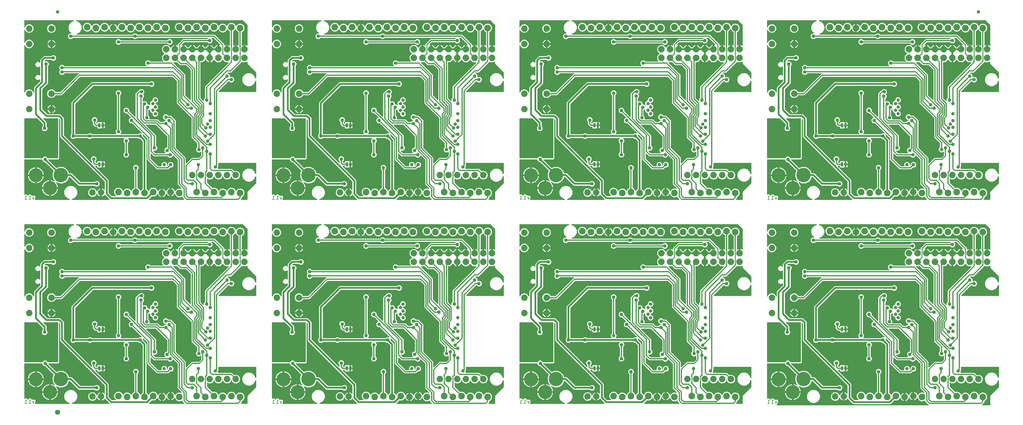
<source format=gbl>
G04 EAGLE Gerber RS-274X export*
G75*
%MOMM*%
%FSLAX34Y34*%
%LPD*%
%INBottom Copper*%
%IPPOS*%
%AMOC8*
5,1,8,0,0,1.08239X$1,22.5*%
G01*
%ADD10C,0.203200*%
%ADD11C,4.216000*%
%ADD12C,4.114800*%
%ADD13C,1.879600*%
%ADD14C,1.930400*%
%ADD15P,2.034460X8X22.500000*%
%ADD16C,0.990600*%
%ADD17R,0.635000X1.270000*%
%ADD18C,1.000000*%
%ADD19C,1.500000*%
%ADD20C,1.016000*%
%ADD21C,0.508000*%
%ADD22C,0.304800*%
%ADD23C,0.254000*%

G36*
X1718503Y611396D02*
X1718503Y611396D01*
X1718642Y611409D01*
X1718661Y611416D01*
X1718681Y611419D01*
X1718810Y611470D01*
X1718941Y611517D01*
X1718958Y611528D01*
X1718977Y611536D01*
X1719089Y611617D01*
X1719204Y611695D01*
X1719218Y611711D01*
X1719234Y611722D01*
X1719323Y611830D01*
X1719415Y611934D01*
X1719424Y611952D01*
X1719437Y611967D01*
X1719496Y612093D01*
X1719559Y612217D01*
X1719564Y612237D01*
X1719572Y612255D01*
X1719599Y612391D01*
X1719629Y612527D01*
X1719628Y612548D01*
X1719632Y612567D01*
X1719624Y612706D01*
X1719619Y612845D01*
X1719614Y612865D01*
X1719612Y612885D01*
X1719570Y613017D01*
X1719531Y613151D01*
X1719521Y613168D01*
X1719514Y613187D01*
X1719440Y613305D01*
X1719369Y613425D01*
X1719351Y613446D01*
X1719344Y613456D01*
X1719329Y613470D01*
X1719263Y613545D01*
X1716433Y616376D01*
X1714499Y621044D01*
X1714499Y626096D01*
X1716433Y630764D01*
X1720006Y634337D01*
X1724674Y636271D01*
X1729726Y636271D01*
X1734394Y634337D01*
X1737967Y630764D01*
X1739253Y627659D01*
X1739322Y627538D01*
X1739387Y627415D01*
X1739401Y627400D01*
X1739411Y627383D01*
X1739508Y627283D01*
X1739601Y627180D01*
X1739618Y627169D01*
X1739632Y627154D01*
X1739751Y627082D01*
X1739867Y627005D01*
X1739886Y626999D01*
X1739903Y626988D01*
X1740036Y626947D01*
X1740168Y626902D01*
X1740188Y626900D01*
X1740207Y626895D01*
X1740346Y626888D01*
X1740485Y626877D01*
X1740505Y626880D01*
X1740525Y626879D01*
X1740661Y626907D01*
X1740798Y626931D01*
X1740817Y626940D01*
X1740836Y626944D01*
X1740962Y627005D01*
X1741088Y627062D01*
X1741104Y627074D01*
X1741122Y627083D01*
X1741228Y627174D01*
X1741337Y627260D01*
X1741349Y627277D01*
X1741364Y627290D01*
X1741444Y627404D01*
X1741528Y627515D01*
X1741540Y627540D01*
X1741547Y627550D01*
X1741554Y627569D01*
X1741599Y627659D01*
X1741833Y628224D01*
X1745406Y631797D01*
X1750074Y633731D01*
X1755126Y633731D01*
X1759794Y631797D01*
X1763367Y628224D01*
X1763601Y627659D01*
X1763670Y627538D01*
X1763735Y627415D01*
X1763749Y627400D01*
X1763759Y627383D01*
X1763856Y627283D01*
X1763949Y627180D01*
X1763966Y627169D01*
X1763980Y627154D01*
X1764098Y627082D01*
X1764215Y627005D01*
X1764234Y626999D01*
X1764251Y626988D01*
X1764384Y626947D01*
X1764516Y626902D01*
X1764536Y626900D01*
X1764555Y626895D01*
X1764693Y626888D01*
X1764833Y626877D01*
X1764853Y626880D01*
X1764873Y626879D01*
X1765009Y626907D01*
X1765146Y626931D01*
X1765164Y626940D01*
X1765184Y626944D01*
X1765310Y627005D01*
X1765436Y627062D01*
X1765452Y627074D01*
X1765470Y627083D01*
X1765576Y627174D01*
X1765684Y627260D01*
X1765697Y627277D01*
X1765712Y627290D01*
X1765792Y627403D01*
X1765876Y627515D01*
X1765888Y627540D01*
X1765895Y627550D01*
X1765902Y627569D01*
X1765947Y627659D01*
X1767233Y630764D01*
X1770806Y634337D01*
X1772644Y635099D01*
X1772669Y635113D01*
X1772697Y635122D01*
X1772807Y635192D01*
X1772920Y635256D01*
X1772941Y635277D01*
X1772966Y635292D01*
X1773055Y635387D01*
X1773148Y635477D01*
X1773164Y635503D01*
X1773184Y635524D01*
X1773247Y635638D01*
X1773315Y635748D01*
X1773323Y635777D01*
X1773338Y635803D01*
X1773370Y635928D01*
X1773408Y636052D01*
X1773410Y636082D01*
X1773417Y636110D01*
X1773427Y636271D01*
X1773427Y687241D01*
X1773415Y687339D01*
X1773412Y687438D01*
X1773395Y687497D01*
X1773387Y687557D01*
X1773351Y687649D01*
X1773323Y687744D01*
X1773293Y687796D01*
X1773270Y687852D01*
X1773212Y687933D01*
X1773162Y688018D01*
X1773096Y688093D01*
X1773084Y688110D01*
X1773074Y688118D01*
X1773056Y688139D01*
X1771109Y690085D01*
X1769871Y693073D01*
X1769871Y696307D01*
X1771109Y699295D01*
X1773395Y701581D01*
X1776383Y702819D01*
X1779617Y702819D01*
X1782605Y701581D01*
X1784891Y699295D01*
X1786129Y696307D01*
X1786129Y693073D01*
X1784891Y690085D01*
X1782944Y688139D01*
X1782884Y688060D01*
X1782816Y687988D01*
X1782787Y687935D01*
X1782750Y687887D01*
X1782710Y687796D01*
X1782662Y687710D01*
X1782647Y687651D01*
X1782623Y687596D01*
X1782608Y687498D01*
X1782583Y687402D01*
X1782577Y687302D01*
X1782573Y687282D01*
X1782575Y687269D01*
X1782573Y687241D01*
X1782573Y636271D01*
X1782576Y636242D01*
X1782574Y636212D01*
X1782596Y636084D01*
X1782613Y635956D01*
X1782623Y635928D01*
X1782628Y635899D01*
X1782682Y635780D01*
X1782730Y635660D01*
X1782747Y635636D01*
X1782759Y635609D01*
X1782840Y635508D01*
X1782916Y635403D01*
X1782939Y635384D01*
X1782958Y635361D01*
X1783061Y635283D01*
X1783161Y635200D01*
X1783188Y635187D01*
X1783212Y635169D01*
X1783356Y635099D01*
X1785194Y634337D01*
X1788767Y630764D01*
X1790053Y627659D01*
X1790122Y627538D01*
X1790187Y627415D01*
X1790201Y627400D01*
X1790211Y627383D01*
X1790308Y627283D01*
X1790401Y627180D01*
X1790418Y627169D01*
X1790432Y627154D01*
X1790551Y627082D01*
X1790667Y627005D01*
X1790686Y626999D01*
X1790703Y626988D01*
X1790836Y626947D01*
X1790968Y626902D01*
X1790988Y626900D01*
X1791007Y626895D01*
X1791146Y626888D01*
X1791285Y626877D01*
X1791305Y626880D01*
X1791325Y626879D01*
X1791461Y626907D01*
X1791598Y626931D01*
X1791617Y626940D01*
X1791636Y626944D01*
X1791762Y627005D01*
X1791888Y627062D01*
X1791904Y627074D01*
X1791922Y627083D01*
X1792028Y627174D01*
X1792137Y627260D01*
X1792149Y627277D01*
X1792164Y627290D01*
X1792244Y627404D01*
X1792328Y627515D01*
X1792340Y627540D01*
X1792347Y627550D01*
X1792354Y627569D01*
X1792399Y627659D01*
X1792633Y628224D01*
X1796206Y631797D01*
X1797028Y632138D01*
X1797053Y632152D01*
X1797081Y632161D01*
X1797191Y632231D01*
X1797304Y632295D01*
X1797325Y632316D01*
X1797350Y632332D01*
X1797439Y632426D01*
X1797532Y632517D01*
X1797548Y632542D01*
X1797568Y632563D01*
X1797631Y632677D01*
X1797699Y632788D01*
X1797707Y632816D01*
X1797722Y632842D01*
X1797754Y632967D01*
X1797792Y633092D01*
X1797794Y633121D01*
X1797801Y633150D01*
X1797811Y633310D01*
X1797811Y771859D01*
X1797799Y771958D01*
X1797796Y772057D01*
X1797779Y772115D01*
X1797771Y772175D01*
X1797735Y772267D01*
X1797707Y772362D01*
X1797677Y772414D01*
X1797654Y772471D01*
X1797596Y772551D01*
X1797546Y772636D01*
X1797480Y772711D01*
X1797468Y772728D01*
X1797458Y772736D01*
X1797440Y772757D01*
X1791297Y778900D01*
X1791219Y778960D01*
X1791146Y779028D01*
X1791093Y779057D01*
X1791046Y779094D01*
X1790955Y779134D01*
X1790868Y779182D01*
X1790809Y779197D01*
X1790754Y779221D01*
X1790656Y779236D01*
X1790560Y779261D01*
X1790460Y779267D01*
X1790440Y779271D01*
X1790427Y779269D01*
X1790399Y779271D01*
X1789083Y779271D01*
X1786095Y780509D01*
X1785165Y781440D01*
X1785086Y781500D01*
X1785014Y781568D01*
X1784961Y781597D01*
X1784913Y781634D01*
X1784822Y781674D01*
X1784736Y781722D01*
X1784677Y781737D01*
X1784622Y781761D01*
X1784524Y781776D01*
X1784428Y781801D01*
X1784328Y781807D01*
X1784307Y781811D01*
X1784295Y781809D01*
X1784267Y781811D01*
X1756239Y781811D01*
X1756101Y781794D01*
X1755962Y781781D01*
X1755943Y781774D01*
X1755923Y781771D01*
X1755794Y781720D01*
X1755663Y781673D01*
X1755646Y781662D01*
X1755628Y781654D01*
X1755515Y781573D01*
X1755400Y781495D01*
X1755387Y781479D01*
X1755370Y781468D01*
X1755281Y781360D01*
X1755189Y781256D01*
X1755180Y781238D01*
X1755167Y781223D01*
X1755108Y781097D01*
X1755045Y780973D01*
X1755040Y780953D01*
X1755032Y780935D01*
X1755006Y780798D01*
X1754975Y780663D01*
X1754976Y780642D01*
X1754972Y780623D01*
X1754981Y780484D01*
X1754985Y780345D01*
X1754991Y780325D01*
X1754992Y780305D01*
X1755035Y780173D01*
X1755073Y780039D01*
X1755084Y780022D01*
X1755090Y780003D01*
X1755164Y779885D01*
X1755235Y779765D01*
X1755253Y779744D01*
X1755260Y779734D01*
X1755275Y779720D01*
X1755341Y779645D01*
X1756941Y778045D01*
X1758179Y775057D01*
X1758179Y771823D01*
X1756941Y768835D01*
X1754994Y766889D01*
X1754934Y766810D01*
X1754866Y766738D01*
X1754837Y766685D01*
X1754800Y766637D01*
X1754760Y766546D01*
X1754712Y766460D01*
X1754697Y766401D01*
X1754673Y766346D01*
X1754658Y766248D01*
X1754633Y766152D01*
X1754627Y766056D01*
X1754625Y766048D01*
X1754625Y766045D01*
X1754623Y766031D01*
X1754625Y766019D01*
X1754623Y765991D01*
X1754623Y740249D01*
X1754635Y740151D01*
X1754638Y740052D01*
X1754655Y739993D01*
X1754663Y739933D01*
X1754699Y739841D01*
X1754727Y739746D01*
X1754757Y739694D01*
X1754780Y739638D01*
X1754838Y739558D01*
X1754888Y739472D01*
X1754954Y739397D01*
X1754966Y739380D01*
X1754976Y739372D01*
X1754994Y739351D01*
X1756941Y737405D01*
X1758179Y734417D01*
X1758179Y731183D01*
X1756941Y728195D01*
X1754655Y725909D01*
X1751667Y724671D01*
X1748433Y724671D01*
X1745445Y725909D01*
X1743159Y728195D01*
X1741921Y731183D01*
X1741921Y734417D01*
X1743159Y737405D01*
X1745106Y739351D01*
X1745166Y739430D01*
X1745234Y739502D01*
X1745263Y739555D01*
X1745300Y739603D01*
X1745340Y739694D01*
X1745388Y739780D01*
X1745403Y739839D01*
X1745427Y739894D01*
X1745442Y739992D01*
X1745467Y740088D01*
X1745473Y740188D01*
X1745477Y740209D01*
X1745475Y740221D01*
X1745477Y740249D01*
X1745477Y765991D01*
X1745465Y766089D01*
X1745462Y766188D01*
X1745445Y766247D01*
X1745437Y766307D01*
X1745401Y766399D01*
X1745373Y766494D01*
X1745343Y766546D01*
X1745320Y766602D01*
X1745262Y766682D01*
X1745212Y766768D01*
X1745146Y766843D01*
X1745134Y766860D01*
X1745124Y766868D01*
X1745106Y766889D01*
X1743159Y768835D01*
X1741921Y771823D01*
X1741921Y775057D01*
X1743159Y778045D01*
X1744759Y779645D01*
X1744844Y779754D01*
X1744933Y779861D01*
X1744941Y779880D01*
X1744954Y779896D01*
X1745009Y780024D01*
X1745068Y780149D01*
X1745072Y780169D01*
X1745080Y780188D01*
X1745102Y780326D01*
X1745128Y780462D01*
X1745127Y780482D01*
X1745130Y780502D01*
X1745117Y780641D01*
X1745108Y780779D01*
X1745102Y780798D01*
X1745100Y780818D01*
X1745053Y780950D01*
X1745010Y781081D01*
X1744999Y781099D01*
X1744992Y781118D01*
X1744914Y781233D01*
X1744840Y781350D01*
X1744825Y781364D01*
X1744814Y781381D01*
X1744710Y781473D01*
X1744608Y781568D01*
X1744591Y781578D01*
X1744575Y781591D01*
X1744451Y781655D01*
X1744330Y781722D01*
X1744310Y781727D01*
X1744292Y781736D01*
X1744156Y781766D01*
X1744022Y781801D01*
X1743994Y781803D01*
X1743982Y781806D01*
X1743961Y781805D01*
X1743861Y781811D01*
X1649813Y781811D01*
X1649715Y781799D01*
X1649616Y781796D01*
X1649557Y781779D01*
X1649497Y781771D01*
X1649405Y781735D01*
X1649310Y781707D01*
X1649258Y781677D01*
X1649202Y781654D01*
X1649122Y781596D01*
X1649036Y781546D01*
X1648961Y781480D01*
X1648944Y781468D01*
X1648936Y781458D01*
X1648915Y781440D01*
X1647985Y780509D01*
X1644997Y779271D01*
X1641763Y779271D01*
X1638775Y780509D01*
X1637845Y781440D01*
X1637766Y781500D01*
X1637694Y781568D01*
X1637641Y781597D01*
X1637593Y781634D01*
X1637502Y781674D01*
X1637416Y781722D01*
X1637357Y781737D01*
X1637302Y781761D01*
X1637204Y781776D01*
X1637108Y781801D01*
X1637008Y781807D01*
X1636987Y781811D01*
X1636975Y781809D01*
X1636947Y781811D01*
X1601553Y781811D01*
X1601455Y781799D01*
X1601356Y781796D01*
X1601297Y781779D01*
X1601237Y781771D01*
X1601145Y781735D01*
X1601050Y781707D01*
X1600998Y781677D01*
X1600942Y781654D01*
X1600861Y781596D01*
X1600776Y781546D01*
X1600701Y781480D01*
X1600684Y781468D01*
X1600676Y781458D01*
X1600655Y781439D01*
X1599725Y780509D01*
X1596737Y779271D01*
X1593503Y779271D01*
X1590515Y780509D01*
X1588229Y782795D01*
X1586991Y785783D01*
X1586991Y789017D01*
X1588229Y792005D01*
X1589160Y792935D01*
X1589220Y793014D01*
X1589288Y793086D01*
X1589317Y793139D01*
X1589354Y793187D01*
X1589394Y793278D01*
X1589442Y793364D01*
X1589457Y793423D01*
X1589481Y793478D01*
X1589496Y793576D01*
X1589521Y793672D01*
X1589527Y793772D01*
X1589531Y793793D01*
X1589529Y793805D01*
X1589531Y793833D01*
X1589531Y885032D01*
X1590382Y887086D01*
X1647834Y944538D01*
X1649888Y945389D01*
X1817287Y945389D01*
X1817385Y945401D01*
X1817484Y945404D01*
X1817543Y945421D01*
X1817603Y945429D01*
X1817695Y945465D01*
X1817790Y945493D01*
X1817842Y945523D01*
X1817898Y945546D01*
X1817978Y945604D01*
X1818064Y945654D01*
X1818139Y945720D01*
X1818156Y945732D01*
X1818164Y945742D01*
X1818185Y945760D01*
X1819115Y946691D01*
X1822103Y947929D01*
X1825337Y947929D01*
X1828325Y946691D01*
X1830611Y944405D01*
X1831849Y941417D01*
X1831849Y938183D01*
X1830611Y935195D01*
X1828325Y932909D01*
X1825337Y931671D01*
X1822103Y931671D01*
X1819115Y932909D01*
X1818185Y933840D01*
X1818106Y933900D01*
X1818034Y933968D01*
X1817981Y933997D01*
X1817933Y934034D01*
X1817842Y934074D01*
X1817756Y934122D01*
X1817697Y934137D01*
X1817642Y934161D01*
X1817544Y934176D01*
X1817448Y934201D01*
X1817348Y934207D01*
X1817327Y934211D01*
X1817315Y934209D01*
X1817287Y934211D01*
X1653841Y934211D01*
X1653742Y934199D01*
X1653643Y934196D01*
X1653585Y934179D01*
X1653525Y934171D01*
X1653433Y934135D01*
X1653338Y934107D01*
X1653286Y934077D01*
X1653229Y934054D01*
X1653149Y933996D01*
X1653064Y933946D01*
X1652989Y933880D01*
X1652972Y933868D01*
X1652964Y933858D01*
X1652943Y933840D01*
X1601080Y881977D01*
X1601020Y881899D01*
X1600952Y881826D01*
X1600923Y881773D01*
X1600886Y881726D01*
X1600846Y881635D01*
X1600798Y881548D01*
X1600783Y881489D01*
X1600759Y881434D01*
X1600744Y881336D01*
X1600719Y881240D01*
X1600713Y881140D01*
X1600709Y881120D01*
X1600711Y881107D01*
X1600709Y881079D01*
X1600709Y794258D01*
X1600724Y794140D01*
X1600731Y794021D01*
X1600744Y793983D01*
X1600749Y793942D01*
X1600792Y793832D01*
X1600829Y793719D01*
X1600851Y793684D01*
X1600866Y793647D01*
X1600935Y793551D01*
X1600999Y793450D01*
X1601029Y793422D01*
X1601052Y793389D01*
X1601144Y793313D01*
X1601231Y793232D01*
X1601266Y793212D01*
X1601297Y793187D01*
X1601405Y793136D01*
X1601509Y793078D01*
X1601549Y793068D01*
X1601585Y793051D01*
X1601702Y793029D01*
X1601817Y792999D01*
X1601877Y792995D01*
X1601897Y792991D01*
X1601918Y792993D01*
X1601978Y792989D01*
X1636947Y792989D01*
X1637045Y793001D01*
X1637144Y793004D01*
X1637203Y793021D01*
X1637263Y793029D01*
X1637355Y793065D01*
X1637450Y793093D01*
X1637502Y793123D01*
X1637558Y793146D01*
X1637638Y793204D01*
X1637724Y793254D01*
X1637799Y793320D01*
X1637816Y793332D01*
X1637824Y793342D01*
X1637845Y793360D01*
X1638775Y794291D01*
X1641763Y795529D01*
X1644997Y795529D01*
X1647985Y794291D01*
X1648915Y793360D01*
X1648994Y793300D01*
X1649066Y793232D01*
X1649119Y793203D01*
X1649167Y793166D01*
X1649258Y793126D01*
X1649344Y793078D01*
X1649403Y793063D01*
X1649458Y793039D01*
X1649556Y793024D01*
X1649652Y792999D01*
X1649752Y792993D01*
X1649773Y792989D01*
X1649785Y792991D01*
X1649813Y792989D01*
X1719751Y792989D01*
X1719889Y793006D01*
X1720028Y793019D01*
X1720047Y793026D01*
X1720067Y793029D01*
X1720196Y793080D01*
X1720327Y793127D01*
X1720344Y793138D01*
X1720362Y793146D01*
X1720475Y793227D01*
X1720590Y793305D01*
X1720603Y793321D01*
X1720620Y793332D01*
X1720709Y793440D01*
X1720801Y793544D01*
X1720810Y793562D01*
X1720823Y793577D01*
X1720882Y793703D01*
X1720945Y793827D01*
X1720950Y793847D01*
X1720958Y793865D01*
X1720984Y794001D01*
X1721015Y794137D01*
X1721014Y794158D01*
X1721018Y794177D01*
X1721009Y794316D01*
X1721005Y794455D01*
X1720999Y794475D01*
X1720998Y794495D01*
X1720955Y794627D01*
X1720917Y794761D01*
X1720906Y794778D01*
X1720900Y794797D01*
X1720826Y794915D01*
X1720755Y795035D01*
X1720737Y795056D01*
X1720730Y795066D01*
X1720715Y795080D01*
X1720649Y795156D01*
X1720309Y795495D01*
X1719071Y798483D01*
X1719071Y801717D01*
X1720309Y804705D01*
X1722256Y806651D01*
X1722316Y806730D01*
X1722384Y806802D01*
X1722413Y806855D01*
X1722450Y806903D01*
X1722490Y806994D01*
X1722538Y807080D01*
X1722553Y807139D01*
X1722577Y807194D01*
X1722592Y807292D01*
X1722617Y807388D01*
X1722623Y807488D01*
X1722627Y807509D01*
X1722625Y807521D01*
X1722627Y807549D01*
X1722627Y905681D01*
X1722615Y905779D01*
X1722612Y905878D01*
X1722595Y905937D01*
X1722587Y905997D01*
X1722551Y906089D01*
X1722523Y906184D01*
X1722493Y906236D01*
X1722470Y906292D01*
X1722412Y906372D01*
X1722362Y906458D01*
X1722296Y906533D01*
X1722284Y906550D01*
X1722274Y906558D01*
X1722256Y906579D01*
X1720309Y908525D01*
X1719071Y911513D01*
X1719071Y914747D01*
X1720309Y917735D01*
X1722595Y920021D01*
X1725583Y921259D01*
X1728817Y921259D01*
X1731805Y920021D01*
X1734091Y917735D01*
X1735329Y914747D01*
X1735329Y911513D01*
X1734091Y908525D01*
X1732144Y906579D01*
X1732084Y906500D01*
X1732016Y906428D01*
X1731987Y906375D01*
X1731950Y906327D01*
X1731910Y906236D01*
X1731862Y906150D01*
X1731847Y906091D01*
X1731823Y906036D01*
X1731808Y905938D01*
X1731783Y905842D01*
X1731777Y905742D01*
X1731773Y905721D01*
X1731775Y905709D01*
X1731773Y905681D01*
X1731773Y807549D01*
X1731785Y807451D01*
X1731788Y807352D01*
X1731805Y807293D01*
X1731813Y807233D01*
X1731849Y807141D01*
X1731877Y807046D01*
X1731907Y806994D01*
X1731930Y806938D01*
X1731988Y806858D01*
X1732038Y806772D01*
X1732104Y806697D01*
X1732116Y806680D01*
X1732126Y806672D01*
X1732144Y806651D01*
X1734091Y804705D01*
X1735329Y801717D01*
X1735329Y798483D01*
X1734091Y795495D01*
X1733751Y795156D01*
X1733666Y795046D01*
X1733577Y794939D01*
X1733569Y794920D01*
X1733556Y794904D01*
X1733501Y794776D01*
X1733442Y794651D01*
X1733438Y794631D01*
X1733430Y794612D01*
X1733408Y794474D01*
X1733382Y794338D01*
X1733383Y794318D01*
X1733380Y794298D01*
X1733393Y794159D01*
X1733402Y794021D01*
X1733408Y794002D01*
X1733410Y793982D01*
X1733457Y793851D01*
X1733500Y793719D01*
X1733511Y793701D01*
X1733518Y793682D01*
X1733595Y793568D01*
X1733670Y793450D01*
X1733685Y793436D01*
X1733696Y793419D01*
X1733800Y793327D01*
X1733902Y793232D01*
X1733919Y793222D01*
X1733935Y793209D01*
X1734058Y793146D01*
X1734180Y793078D01*
X1734200Y793073D01*
X1734218Y793064D01*
X1734354Y793034D01*
X1734488Y792999D01*
X1734516Y792997D01*
X1734528Y792994D01*
X1734549Y792995D01*
X1734649Y792989D01*
X1784267Y792989D01*
X1784365Y793001D01*
X1784464Y793004D01*
X1784523Y793021D01*
X1784583Y793029D01*
X1784675Y793065D01*
X1784770Y793093D01*
X1784822Y793123D01*
X1784878Y793146D01*
X1784958Y793204D01*
X1785044Y793254D01*
X1785119Y793320D01*
X1785136Y793332D01*
X1785144Y793342D01*
X1785165Y793360D01*
X1786095Y794291D01*
X1789083Y795529D01*
X1792317Y795529D01*
X1793434Y795066D01*
X1793501Y795048D01*
X1793565Y795020D01*
X1793654Y795006D01*
X1793740Y794982D01*
X1793810Y794981D01*
X1793879Y794970D01*
X1793969Y794979D01*
X1794058Y794977D01*
X1794126Y794993D01*
X1794196Y795000D01*
X1794280Y795030D01*
X1794368Y795051D01*
X1794429Y795084D01*
X1794495Y795108D01*
X1794569Y795158D01*
X1794649Y795200D01*
X1794700Y795247D01*
X1794758Y795286D01*
X1794818Y795354D01*
X1794884Y795414D01*
X1794923Y795472D01*
X1794969Y795525D01*
X1795010Y795605D01*
X1795059Y795680D01*
X1795082Y795746D01*
X1795113Y795808D01*
X1795133Y795895D01*
X1795162Y795980D01*
X1795168Y796050D01*
X1795183Y796118D01*
X1795180Y796208D01*
X1795187Y796297D01*
X1795175Y796366D01*
X1795173Y796436D01*
X1795148Y796522D01*
X1795133Y796611D01*
X1795104Y796675D01*
X1795085Y796741D01*
X1795039Y796819D01*
X1795002Y796901D01*
X1794959Y796955D01*
X1794923Y797015D01*
X1794817Y797136D01*
X1767334Y824620D01*
X1767255Y824680D01*
X1767183Y824748D01*
X1767130Y824777D01*
X1767082Y824814D01*
X1766991Y824854D01*
X1766905Y824902D01*
X1766846Y824917D01*
X1766791Y824941D01*
X1766693Y824956D01*
X1766597Y824981D01*
X1766497Y824987D01*
X1766476Y824991D01*
X1766464Y824989D01*
X1766436Y824991D01*
X1763683Y824991D01*
X1760695Y826229D01*
X1758409Y828515D01*
X1757171Y831503D01*
X1757171Y834737D01*
X1758409Y837725D01*
X1760695Y840011D01*
X1762629Y840812D01*
X1762672Y840837D01*
X1762719Y840854D01*
X1762810Y840915D01*
X1762905Y840970D01*
X1762941Y841004D01*
X1762982Y841032D01*
X1763055Y841115D01*
X1763134Y841191D01*
X1763160Y841233D01*
X1763193Y841271D01*
X1763243Y841369D01*
X1763300Y841462D01*
X1763315Y841510D01*
X1763337Y841554D01*
X1763361Y841661D01*
X1763394Y841766D01*
X1763396Y841816D01*
X1763407Y841864D01*
X1763404Y841974D01*
X1763409Y842084D01*
X1763399Y842132D01*
X1763397Y842182D01*
X1763367Y842287D01*
X1763345Y842395D01*
X1763323Y842440D01*
X1763309Y842488D01*
X1763253Y842582D01*
X1763205Y842681D01*
X1763173Y842719D01*
X1763147Y842761D01*
X1763041Y842882D01*
X1752094Y853830D01*
X1752015Y853890D01*
X1751943Y853958D01*
X1751890Y853987D01*
X1751842Y854024D01*
X1751751Y854064D01*
X1751665Y854112D01*
X1751606Y854127D01*
X1751551Y854151D01*
X1751453Y854166D01*
X1751357Y854191D01*
X1751257Y854197D01*
X1751236Y854201D01*
X1751224Y854199D01*
X1751196Y854201D01*
X1748443Y854201D01*
X1745455Y855439D01*
X1743169Y857725D01*
X1741931Y860713D01*
X1741931Y863947D01*
X1743169Y866935D01*
X1745455Y869221D01*
X1748443Y870459D01*
X1751677Y870459D01*
X1754665Y869221D01*
X1756951Y866935D01*
X1758189Y863947D01*
X1758189Y861194D01*
X1758201Y861096D01*
X1758204Y860997D01*
X1758221Y860938D01*
X1758229Y860878D01*
X1758265Y860786D01*
X1758293Y860691D01*
X1758323Y860639D01*
X1758346Y860583D01*
X1758404Y860503D01*
X1758454Y860417D01*
X1758520Y860342D01*
X1758532Y860325D01*
X1758542Y860317D01*
X1758560Y860296D01*
X1775071Y843786D01*
X1775180Y843701D01*
X1775287Y843612D01*
X1775306Y843604D01*
X1775322Y843591D01*
X1775450Y843536D01*
X1775575Y843477D01*
X1775595Y843473D01*
X1775614Y843465D01*
X1775752Y843443D01*
X1775888Y843417D01*
X1775908Y843418D01*
X1775928Y843415D01*
X1776067Y843428D01*
X1776205Y843437D01*
X1776224Y843443D01*
X1776244Y843445D01*
X1776376Y843492D01*
X1776507Y843535D01*
X1776525Y843546D01*
X1776544Y843553D01*
X1776659Y843631D01*
X1776776Y843705D01*
X1776790Y843720D01*
X1776807Y843731D01*
X1776899Y843835D01*
X1776994Y843937D01*
X1777004Y843954D01*
X1777017Y843970D01*
X1777081Y844093D01*
X1777148Y844215D01*
X1777153Y844235D01*
X1777162Y844253D01*
X1777192Y844389D01*
X1777227Y844523D01*
X1777229Y844551D01*
X1777232Y844563D01*
X1777231Y844584D01*
X1777237Y844684D01*
X1777237Y912484D01*
X1786520Y921767D01*
X1786807Y921767D01*
X1786905Y921779D01*
X1787004Y921782D01*
X1787063Y921799D01*
X1787123Y921807D01*
X1787215Y921843D01*
X1787310Y921871D01*
X1787362Y921901D01*
X1787418Y921924D01*
X1787498Y921982D01*
X1787584Y922032D01*
X1787659Y922098D01*
X1787676Y922110D01*
X1787684Y922120D01*
X1787705Y922138D01*
X1789651Y924085D01*
X1792639Y925323D01*
X1795873Y925323D01*
X1798861Y924085D01*
X1801147Y921799D01*
X1802385Y918811D01*
X1802385Y915577D01*
X1801147Y912589D01*
X1799664Y911106D01*
X1799591Y911012D01*
X1799513Y910923D01*
X1799494Y910887D01*
X1799469Y910855D01*
X1799422Y910746D01*
X1799368Y910640D01*
X1799359Y910601D01*
X1799343Y910563D01*
X1799324Y910446D01*
X1799298Y910330D01*
X1799299Y910289D01*
X1799293Y910249D01*
X1799304Y910130D01*
X1799308Y910012D01*
X1799319Y909973D01*
X1799323Y909933D01*
X1799363Y909820D01*
X1799396Y909706D01*
X1799417Y909671D01*
X1799431Y909633D01*
X1799497Y909535D01*
X1799558Y909432D01*
X1799598Y909387D01*
X1799609Y909370D01*
X1799624Y909357D01*
X1799664Y909311D01*
X1800131Y908845D01*
X1801369Y905857D01*
X1801369Y902623D01*
X1800131Y899635D01*
X1798184Y897689D01*
X1798124Y897610D01*
X1798056Y897538D01*
X1798027Y897485D01*
X1797990Y897437D01*
X1797950Y897346D01*
X1797902Y897260D01*
X1797887Y897201D01*
X1797863Y897146D01*
X1797848Y897048D01*
X1797823Y896952D01*
X1797817Y896852D01*
X1797813Y896831D01*
X1797815Y896819D01*
X1797813Y896791D01*
X1797813Y889764D01*
X1797819Y889714D01*
X1797817Y889665D01*
X1797839Y889557D01*
X1797853Y889448D01*
X1797871Y889402D01*
X1797881Y889353D01*
X1797929Y889255D01*
X1797970Y889152D01*
X1797999Y889112D01*
X1798021Y889068D01*
X1798092Y888984D01*
X1798156Y888895D01*
X1798195Y888863D01*
X1798227Y888826D01*
X1798317Y888762D01*
X1798401Y888692D01*
X1798446Y888671D01*
X1798487Y888643D01*
X1798590Y888604D01*
X1798689Y888557D01*
X1798738Y888547D01*
X1798784Y888530D01*
X1798894Y888518D01*
X1799001Y888497D01*
X1799051Y888500D01*
X1799100Y888495D01*
X1799209Y888510D01*
X1799319Y888517D01*
X1799366Y888532D01*
X1799415Y888539D01*
X1799568Y888591D01*
X1801783Y889509D01*
X1805017Y889509D01*
X1808005Y888271D01*
X1810291Y885985D01*
X1811529Y882997D01*
X1811529Y881380D01*
X1811544Y881262D01*
X1811551Y881143D01*
X1811564Y881105D01*
X1811569Y881064D01*
X1811612Y880954D01*
X1811649Y880841D01*
X1811671Y880806D01*
X1811686Y880769D01*
X1811755Y880673D01*
X1811819Y880572D01*
X1811849Y880544D01*
X1811872Y880511D01*
X1811964Y880435D01*
X1812051Y880354D01*
X1812086Y880334D01*
X1812117Y880309D01*
X1812225Y880258D01*
X1812329Y880200D01*
X1812369Y880190D01*
X1812405Y880173D01*
X1812522Y880151D01*
X1812637Y880121D01*
X1812697Y880117D01*
X1812717Y880113D01*
X1812738Y880115D01*
X1812798Y880111D01*
X1814161Y880111D01*
X1817149Y878873D01*
X1818350Y877672D01*
X1818405Y877629D01*
X1818454Y877579D01*
X1818531Y877532D01*
X1818601Y877477D01*
X1818665Y877449D01*
X1818725Y877412D01*
X1818811Y877386D01*
X1818893Y877350D01*
X1818962Y877339D01*
X1819029Y877319D01*
X1819118Y877315D01*
X1819207Y877300D01*
X1819277Y877307D01*
X1819347Y877304D01*
X1819434Y877322D01*
X1819524Y877330D01*
X1819590Y877354D01*
X1819658Y877368D01*
X1819739Y877408D01*
X1819823Y877438D01*
X1819881Y877477D01*
X1819944Y877508D01*
X1820012Y877566D01*
X1820086Y877616D01*
X1820133Y877669D01*
X1820186Y877714D01*
X1820237Y877787D01*
X1820297Y877855D01*
X1820329Y877917D01*
X1820369Y877974D01*
X1820401Y878058D01*
X1820441Y878138D01*
X1820457Y878206D01*
X1820482Y878272D01*
X1820491Y878361D01*
X1820511Y878448D01*
X1820509Y878518D01*
X1820517Y878588D01*
X1820504Y878677D01*
X1820501Y878766D01*
X1820482Y878833D01*
X1820472Y878902D01*
X1820420Y879055D01*
X1819528Y881208D01*
X1819528Y884392D01*
X1820746Y887333D01*
X1822997Y889584D01*
X1825964Y890813D01*
X1825997Y890817D01*
X1826116Y890824D01*
X1826154Y890837D01*
X1826195Y890842D01*
X1826305Y890885D01*
X1826418Y890922D01*
X1826453Y890944D01*
X1826490Y890959D01*
X1826586Y891028D01*
X1826687Y891092D01*
X1826715Y891122D01*
X1826748Y891145D01*
X1826824Y891237D01*
X1826905Y891324D01*
X1826925Y891359D01*
X1826950Y891390D01*
X1827001Y891498D01*
X1827059Y891602D01*
X1827069Y891642D01*
X1827086Y891678D01*
X1827108Y891795D01*
X1827138Y891910D01*
X1827142Y891970D01*
X1827146Y891990D01*
X1827144Y892011D01*
X1827148Y892071D01*
X1827148Y894392D01*
X1828366Y897333D01*
X1830617Y899584D01*
X1833558Y900802D01*
X1836742Y900802D01*
X1839683Y899584D01*
X1841934Y897333D01*
X1843152Y894392D01*
X1843152Y891208D01*
X1841934Y888267D01*
X1839683Y886016D01*
X1836716Y884787D01*
X1836683Y884783D01*
X1836564Y884776D01*
X1836526Y884763D01*
X1836485Y884758D01*
X1836375Y884715D01*
X1836262Y884678D01*
X1836227Y884656D01*
X1836190Y884641D01*
X1836094Y884572D01*
X1835993Y884508D01*
X1835965Y884478D01*
X1835932Y884455D01*
X1835856Y884363D01*
X1835775Y884276D01*
X1835755Y884241D01*
X1835730Y884210D01*
X1835679Y884102D01*
X1835621Y883998D01*
X1835611Y883958D01*
X1835594Y883922D01*
X1835572Y883805D01*
X1835542Y883690D01*
X1835538Y883630D01*
X1835534Y883610D01*
X1835536Y883589D01*
X1835532Y883529D01*
X1835532Y882071D01*
X1835547Y881953D01*
X1835554Y881834D01*
X1835567Y881796D01*
X1835572Y881755D01*
X1835615Y881645D01*
X1835652Y881532D01*
X1835674Y881497D01*
X1835689Y881460D01*
X1835758Y881364D01*
X1835822Y881263D01*
X1835852Y881235D01*
X1835875Y881202D01*
X1835967Y881126D01*
X1836054Y881045D01*
X1836089Y881025D01*
X1836120Y881000D01*
X1836228Y880949D01*
X1836332Y880891D01*
X1836372Y880881D01*
X1836408Y880864D01*
X1836525Y880842D01*
X1836640Y880812D01*
X1836700Y880808D01*
X1836720Y880804D01*
X1836734Y880805D01*
X1839683Y879584D01*
X1841934Y877333D01*
X1843152Y874392D01*
X1843152Y871208D01*
X1841934Y868267D01*
X1839683Y866016D01*
X1836716Y864787D01*
X1836683Y864783D01*
X1836564Y864776D01*
X1836526Y864763D01*
X1836485Y864758D01*
X1836375Y864715D01*
X1836262Y864678D01*
X1836227Y864656D01*
X1836190Y864641D01*
X1836094Y864572D01*
X1835993Y864508D01*
X1835965Y864478D01*
X1835932Y864455D01*
X1835856Y864363D01*
X1835775Y864276D01*
X1835755Y864241D01*
X1835730Y864210D01*
X1835679Y864102D01*
X1835621Y863998D01*
X1835611Y863958D01*
X1835594Y863922D01*
X1835572Y863805D01*
X1835542Y863690D01*
X1835538Y863630D01*
X1835534Y863610D01*
X1835536Y863589D01*
X1835532Y863529D01*
X1835532Y862071D01*
X1835547Y861953D01*
X1835554Y861834D01*
X1835567Y861796D01*
X1835572Y861755D01*
X1835615Y861645D01*
X1835652Y861532D01*
X1835674Y861497D01*
X1835689Y861460D01*
X1835759Y861363D01*
X1835822Y861263D01*
X1835852Y861235D01*
X1835875Y861202D01*
X1835967Y861126D01*
X1836054Y861045D01*
X1836089Y861025D01*
X1836120Y861000D01*
X1836228Y860949D01*
X1836332Y860891D01*
X1836372Y860881D01*
X1836408Y860864D01*
X1836525Y860842D01*
X1836640Y860812D01*
X1836700Y860808D01*
X1836720Y860804D01*
X1836734Y860805D01*
X1839683Y859584D01*
X1841934Y857333D01*
X1843152Y854392D01*
X1843152Y851208D01*
X1841934Y848267D01*
X1839683Y846016D01*
X1836742Y844798D01*
X1833558Y844798D01*
X1830617Y846016D01*
X1828366Y848267D01*
X1827148Y851208D01*
X1827148Y853529D01*
X1827133Y853647D01*
X1827126Y853766D01*
X1827113Y853804D01*
X1827108Y853845D01*
X1827065Y853955D01*
X1827028Y854068D01*
X1827006Y854103D01*
X1826991Y854140D01*
X1826922Y854236D01*
X1826858Y854337D01*
X1826828Y854365D01*
X1826805Y854398D01*
X1826713Y854474D01*
X1826626Y854555D01*
X1826591Y854575D01*
X1826560Y854600D01*
X1826452Y854651D01*
X1826348Y854709D01*
X1826308Y854719D01*
X1826272Y854736D01*
X1826155Y854758D01*
X1826040Y854788D01*
X1825980Y854792D01*
X1825960Y854796D01*
X1825946Y854795D01*
X1822997Y856016D01*
X1820746Y858267D01*
X1819528Y861208D01*
X1819528Y864406D01*
X1819511Y864544D01*
X1819498Y864683D01*
X1819491Y864702D01*
X1819488Y864722D01*
X1819437Y864851D01*
X1819390Y864982D01*
X1819379Y864999D01*
X1819371Y865017D01*
X1819290Y865130D01*
X1819212Y865245D01*
X1819196Y865258D01*
X1819185Y865275D01*
X1819077Y865364D01*
X1818973Y865456D01*
X1818955Y865465D01*
X1818940Y865478D01*
X1818814Y865537D01*
X1818690Y865600D01*
X1818670Y865605D01*
X1818652Y865613D01*
X1818516Y865639D01*
X1818380Y865670D01*
X1818359Y865669D01*
X1818340Y865673D01*
X1818201Y865664D01*
X1818062Y865660D01*
X1818042Y865654D01*
X1818022Y865653D01*
X1817890Y865610D01*
X1817756Y865572D01*
X1817739Y865561D01*
X1817720Y865555D01*
X1817602Y865481D01*
X1817482Y865410D01*
X1817461Y865392D01*
X1817451Y865385D01*
X1817437Y865370D01*
X1817361Y865304D01*
X1817149Y865091D01*
X1815106Y864245D01*
X1815081Y864230D01*
X1815053Y864221D01*
X1814943Y864152D01*
X1814830Y864087D01*
X1814809Y864067D01*
X1814784Y864051D01*
X1814695Y863956D01*
X1814602Y863866D01*
X1814586Y863841D01*
X1814566Y863819D01*
X1814503Y863706D01*
X1814435Y863595D01*
X1814427Y863567D01*
X1814412Y863541D01*
X1814380Y863415D01*
X1814342Y863291D01*
X1814340Y863261D01*
X1814333Y863233D01*
X1814323Y863072D01*
X1814323Y848189D01*
X1814335Y848091D01*
X1814338Y847992D01*
X1814355Y847933D01*
X1814363Y847873D01*
X1814399Y847781D01*
X1814427Y847686D01*
X1814457Y847634D01*
X1814480Y847578D01*
X1814538Y847498D01*
X1814588Y847412D01*
X1814654Y847337D01*
X1814666Y847320D01*
X1814676Y847312D01*
X1814694Y847291D01*
X1816641Y845345D01*
X1817879Y842357D01*
X1817879Y839123D01*
X1817421Y838018D01*
X1817408Y837970D01*
X1817387Y837925D01*
X1817366Y837817D01*
X1817337Y837711D01*
X1817336Y837661D01*
X1817327Y837612D01*
X1817334Y837503D01*
X1817332Y837393D01*
X1817343Y837345D01*
X1817347Y837295D01*
X1817380Y837191D01*
X1817406Y837084D01*
X1817429Y837040D01*
X1817445Y836993D01*
X1817503Y836900D01*
X1817555Y836803D01*
X1817588Y836766D01*
X1817615Y836724D01*
X1817695Y836649D01*
X1817769Y836567D01*
X1817810Y836540D01*
X1817846Y836506D01*
X1817943Y836453D01*
X1818034Y836393D01*
X1818081Y836376D01*
X1818125Y836352D01*
X1818231Y836325D01*
X1818335Y836289D01*
X1818385Y836285D01*
X1818433Y836273D01*
X1818593Y836263D01*
X1842284Y836263D01*
X1849372Y829174D01*
X1849451Y829114D01*
X1849523Y829046D01*
X1849576Y829017D01*
X1849624Y828980D01*
X1849715Y828940D01*
X1849801Y828892D01*
X1849860Y828877D01*
X1849915Y828853D01*
X1850013Y828838D01*
X1850109Y828813D01*
X1850209Y828807D01*
X1850230Y828803D01*
X1850242Y828805D01*
X1850270Y828803D01*
X1858341Y828803D01*
X1858439Y828815D01*
X1858538Y828818D01*
X1858597Y828835D01*
X1858657Y828843D01*
X1858749Y828879D01*
X1858844Y828907D01*
X1858896Y828937D01*
X1858952Y828960D01*
X1859033Y829018D01*
X1859118Y829068D01*
X1859193Y829134D01*
X1859210Y829146D01*
X1859218Y829156D01*
X1859239Y829174D01*
X1861025Y830961D01*
X1864167Y832262D01*
X1864287Y832331D01*
X1864410Y832396D01*
X1864425Y832410D01*
X1864443Y832420D01*
X1864543Y832517D01*
X1864646Y832610D01*
X1864657Y832627D01*
X1864671Y832641D01*
X1864744Y832760D01*
X1864820Y832876D01*
X1864827Y832895D01*
X1864838Y832912D01*
X1864879Y833045D01*
X1864924Y833177D01*
X1864925Y833197D01*
X1864931Y833216D01*
X1864938Y833355D01*
X1864949Y833494D01*
X1864945Y833514D01*
X1864946Y833534D01*
X1864918Y833670D01*
X1864895Y833807D01*
X1864886Y833826D01*
X1864882Y833845D01*
X1864821Y833971D01*
X1864764Y834097D01*
X1864751Y834113D01*
X1864742Y834131D01*
X1864652Y834237D01*
X1864565Y834345D01*
X1864549Y834358D01*
X1864536Y834373D01*
X1864422Y834453D01*
X1864311Y834537D01*
X1864286Y834549D01*
X1864276Y834556D01*
X1864257Y834563D01*
X1864167Y834608D01*
X1861025Y835909D01*
X1858739Y838195D01*
X1857501Y841183D01*
X1857501Y844417D01*
X1858739Y847405D01*
X1861025Y849691D01*
X1864013Y850929D01*
X1867247Y850929D01*
X1870235Y849691D01*
X1872181Y847744D01*
X1872260Y847684D01*
X1872332Y847616D01*
X1872385Y847587D01*
X1872433Y847550D01*
X1872524Y847510D01*
X1872610Y847462D01*
X1872669Y847447D01*
X1872724Y847423D01*
X1872822Y847408D01*
X1872918Y847383D01*
X1873018Y847377D01*
X1873039Y847373D01*
X1873051Y847375D01*
X1873079Y847373D01*
X1880704Y847373D01*
X1891282Y836794D01*
X1894333Y833744D01*
X1894333Y754260D01*
X1894345Y754162D01*
X1894348Y754063D01*
X1894365Y754004D01*
X1894373Y753944D01*
X1894409Y753852D01*
X1894437Y753757D01*
X1894467Y753705D01*
X1894490Y753649D01*
X1894548Y753569D01*
X1894598Y753483D01*
X1894664Y753408D01*
X1894676Y753391D01*
X1894686Y753383D01*
X1894704Y753362D01*
X1920492Y727574D01*
X1923543Y724524D01*
X1923543Y708794D01*
X1923560Y708656D01*
X1923573Y708517D01*
X1923580Y708498D01*
X1923583Y708478D01*
X1923634Y708349D01*
X1923681Y708218D01*
X1923692Y708201D01*
X1923700Y708183D01*
X1923781Y708070D01*
X1923859Y707955D01*
X1923875Y707942D01*
X1923886Y707925D01*
X1923994Y707836D01*
X1924098Y707745D01*
X1924116Y707735D01*
X1924131Y707722D01*
X1924257Y707663D01*
X1924381Y707600D01*
X1924401Y707595D01*
X1924419Y707587D01*
X1924555Y707561D01*
X1924691Y707530D01*
X1924712Y707531D01*
X1924731Y707527D01*
X1924870Y707536D01*
X1925009Y707540D01*
X1925029Y707546D01*
X1925049Y707547D01*
X1925181Y707590D01*
X1925315Y707628D01*
X1925332Y707639D01*
X1925351Y707645D01*
X1925469Y707719D01*
X1925589Y707790D01*
X1925610Y707808D01*
X1925620Y707815D01*
X1925634Y707830D01*
X1925709Y707896D01*
X1938156Y720342D01*
X1941206Y723393D01*
X1961000Y723393D01*
X1961098Y723405D01*
X1961197Y723408D01*
X1961256Y723425D01*
X1961316Y723433D01*
X1961408Y723469D01*
X1961503Y723497D01*
X1961555Y723527D01*
X1961611Y723550D01*
X1961691Y723608D01*
X1961777Y723658D01*
X1961852Y723724D01*
X1961869Y723736D01*
X1961877Y723746D01*
X1961898Y723764D01*
X1968636Y730502D01*
X1968696Y730581D01*
X1968764Y730653D01*
X1968793Y730706D01*
X1968830Y730754D01*
X1968870Y730845D01*
X1968918Y730931D01*
X1968933Y730990D01*
X1968957Y731045D01*
X1968972Y731143D01*
X1968997Y731239D01*
X1969003Y731339D01*
X1969007Y731360D01*
X1969005Y731372D01*
X1969007Y731400D01*
X1969007Y740327D01*
X1968990Y740465D01*
X1968977Y740604D01*
X1968970Y740623D01*
X1968967Y740643D01*
X1968916Y740772D01*
X1968869Y740903D01*
X1968858Y740920D01*
X1968850Y740938D01*
X1968769Y741051D01*
X1968691Y741166D01*
X1968675Y741179D01*
X1968664Y741196D01*
X1968556Y741285D01*
X1968452Y741377D01*
X1968434Y741386D01*
X1968419Y741399D01*
X1968293Y741458D01*
X1968169Y741521D01*
X1968149Y741526D01*
X1968131Y741534D01*
X1967994Y741560D01*
X1967859Y741591D01*
X1967838Y741590D01*
X1967819Y741594D01*
X1967680Y741585D01*
X1967541Y741581D01*
X1967521Y741575D01*
X1967501Y741574D01*
X1967369Y741531D01*
X1967235Y741493D01*
X1967218Y741482D01*
X1967199Y741476D01*
X1967081Y741402D01*
X1966961Y741331D01*
X1966940Y741313D01*
X1966930Y741306D01*
X1966916Y741291D01*
X1966840Y741225D01*
X1966755Y741139D01*
X1963767Y739901D01*
X1960533Y739901D01*
X1957545Y741139D01*
X1955259Y743425D01*
X1954021Y746413D01*
X1954021Y749647D01*
X1955259Y752635D01*
X1957206Y754581D01*
X1957266Y754660D01*
X1957334Y754732D01*
X1957363Y754785D01*
X1957400Y754833D01*
X1957440Y754924D01*
X1957488Y755010D01*
X1957503Y755069D01*
X1957527Y755124D01*
X1957542Y755222D01*
X1957567Y755318D01*
X1957573Y755418D01*
X1957577Y755439D01*
X1957575Y755451D01*
X1957577Y755479D01*
X1957577Y765930D01*
X1957565Y766028D01*
X1957562Y766127D01*
X1957545Y766186D01*
X1957537Y766246D01*
X1957501Y766338D01*
X1957473Y766433D01*
X1957443Y766485D01*
X1957420Y766541D01*
X1957362Y766621D01*
X1957312Y766707D01*
X1957246Y766782D01*
X1957234Y766799D01*
X1957224Y766807D01*
X1957206Y766828D01*
X1941067Y782966D01*
X1941067Y839590D01*
X1941055Y839688D01*
X1941052Y839787D01*
X1941046Y839809D01*
X1941045Y839821D01*
X1941034Y839855D01*
X1941027Y839906D01*
X1940991Y839998D01*
X1940963Y840093D01*
X1940949Y840118D01*
X1940947Y840123D01*
X1940932Y840147D01*
X1940910Y840201D01*
X1940852Y840281D01*
X1940802Y840367D01*
X1940736Y840442D01*
X1940724Y840459D01*
X1940714Y840467D01*
X1940696Y840488D01*
X1897887Y883296D01*
X1897887Y947540D01*
X1897875Y947638D01*
X1897872Y947737D01*
X1897855Y947796D01*
X1897847Y947856D01*
X1897811Y947948D01*
X1897783Y948043D01*
X1897753Y948095D01*
X1897730Y948151D01*
X1897672Y948231D01*
X1897622Y948317D01*
X1897556Y948392D01*
X1897544Y948409D01*
X1897534Y948417D01*
X1897516Y948438D01*
X1885698Y960256D01*
X1885619Y960316D01*
X1885547Y960384D01*
X1885494Y960413D01*
X1885446Y960450D01*
X1885355Y960490D01*
X1885269Y960538D01*
X1885210Y960553D01*
X1885155Y960577D01*
X1885057Y960592D01*
X1884961Y960617D01*
X1884861Y960623D01*
X1884840Y960627D01*
X1884828Y960625D01*
X1884800Y960627D01*
X1615320Y960627D01*
X1615222Y960615D01*
X1615123Y960612D01*
X1615064Y960595D01*
X1615004Y960587D01*
X1614912Y960551D01*
X1614817Y960523D01*
X1614765Y960493D01*
X1614709Y960470D01*
X1614629Y960412D01*
X1614543Y960362D01*
X1614468Y960296D01*
X1614451Y960284D01*
X1614443Y960274D01*
X1614422Y960256D01*
X1561200Y907033D01*
X1543538Y907033D01*
X1543509Y907030D01*
X1543480Y907032D01*
X1543352Y907010D01*
X1543223Y906993D01*
X1543195Y906983D01*
X1543166Y906978D01*
X1543048Y906924D01*
X1542927Y906876D01*
X1542903Y906859D01*
X1542876Y906847D01*
X1542775Y906766D01*
X1542670Y906690D01*
X1542651Y906667D01*
X1542628Y906648D01*
X1542550Y906545D01*
X1542467Y906445D01*
X1542454Y906418D01*
X1542437Y906394D01*
X1542366Y906250D01*
X1541664Y904556D01*
X1538162Y901054D01*
X1533588Y899159D01*
X1528636Y899159D01*
X1524062Y901054D01*
X1520560Y904556D01*
X1518665Y909130D01*
X1518665Y914082D01*
X1520560Y918656D01*
X1524062Y922158D01*
X1528636Y924053D01*
X1533588Y924053D01*
X1538162Y922158D01*
X1541664Y918656D01*
X1542366Y916962D01*
X1542380Y916937D01*
X1542389Y916909D01*
X1542459Y916799D01*
X1542523Y916686D01*
X1542544Y916665D01*
X1542559Y916640D01*
X1542654Y916551D01*
X1542744Y916458D01*
X1542770Y916442D01*
X1542791Y916422D01*
X1542905Y916359D01*
X1543016Y916291D01*
X1543044Y916283D01*
X1543070Y916268D01*
X1543195Y916236D01*
X1543319Y916198D01*
X1543349Y916196D01*
X1543378Y916189D01*
X1543538Y916179D01*
X1556886Y916179D01*
X1556984Y916191D01*
X1557083Y916194D01*
X1557142Y916211D01*
X1557202Y916219D01*
X1557294Y916255D01*
X1557389Y916283D01*
X1557441Y916313D01*
X1557497Y916336D01*
X1557577Y916394D01*
X1557663Y916444D01*
X1557738Y916510D01*
X1557755Y916522D01*
X1557763Y916532D01*
X1557784Y916550D01*
X1610616Y969383D01*
X1610701Y969492D01*
X1610790Y969599D01*
X1610798Y969618D01*
X1610811Y969634D01*
X1610866Y969762D01*
X1610925Y969887D01*
X1610929Y969907D01*
X1610937Y969926D01*
X1610959Y970064D01*
X1610985Y970200D01*
X1610984Y970220D01*
X1610987Y970240D01*
X1610974Y970379D01*
X1610965Y970517D01*
X1610959Y970536D01*
X1610957Y970556D01*
X1610910Y970688D01*
X1610867Y970819D01*
X1610856Y970837D01*
X1610849Y970856D01*
X1610771Y970971D01*
X1610697Y971088D01*
X1610682Y971102D01*
X1610671Y971119D01*
X1610567Y971211D01*
X1610465Y971306D01*
X1610448Y971316D01*
X1610432Y971329D01*
X1610309Y971392D01*
X1610187Y971460D01*
X1610167Y971465D01*
X1610149Y971474D01*
X1610013Y971504D01*
X1609879Y971539D01*
X1609851Y971541D01*
X1609839Y971544D01*
X1609818Y971543D01*
X1609718Y971549D01*
X1570400Y971549D01*
X1570371Y971546D01*
X1570341Y971548D01*
X1570213Y971526D01*
X1570085Y971509D01*
X1570057Y971499D01*
X1570028Y971494D01*
X1569909Y971440D01*
X1569789Y971392D01*
X1569765Y971375D01*
X1569738Y971363D01*
X1569637Y971282D01*
X1569532Y971206D01*
X1569513Y971183D01*
X1569490Y971164D01*
X1569412Y971061D01*
X1569329Y970961D01*
X1569316Y970934D01*
X1569298Y970910D01*
X1569227Y970766D01*
X1568991Y970195D01*
X1566705Y967909D01*
X1563717Y966671D01*
X1560483Y966671D01*
X1557495Y967909D01*
X1555209Y970195D01*
X1553971Y973183D01*
X1553971Y976417D01*
X1555209Y979405D01*
X1556057Y980253D01*
X1556130Y980347D01*
X1556208Y980436D01*
X1556227Y980472D01*
X1556252Y980504D01*
X1556299Y980613D01*
X1556353Y980719D01*
X1556362Y980758D01*
X1556378Y980796D01*
X1556397Y980913D01*
X1556423Y981029D01*
X1556422Y981070D01*
X1556428Y981110D01*
X1556417Y981228D01*
X1556413Y981347D01*
X1556402Y981386D01*
X1556398Y981426D01*
X1556358Y981538D01*
X1556325Y981653D01*
X1556304Y981688D01*
X1556290Y981726D01*
X1556224Y981824D01*
X1556163Y981927D01*
X1556123Y981972D01*
X1556112Y981989D01*
X1556097Y982002D01*
X1556057Y982048D01*
X1555209Y982895D01*
X1553971Y985883D01*
X1553971Y989117D01*
X1555209Y992105D01*
X1557495Y994391D01*
X1560483Y995629D01*
X1563717Y995629D01*
X1566705Y994391D01*
X1568651Y992444D01*
X1568730Y992384D01*
X1568802Y992316D01*
X1568855Y992287D01*
X1568903Y992250D01*
X1568994Y992210D01*
X1569080Y992162D01*
X1569139Y992147D01*
X1569194Y992123D01*
X1569292Y992108D01*
X1569388Y992083D01*
X1569488Y992077D01*
X1569509Y992073D01*
X1569521Y992075D01*
X1569549Y992073D01*
X1807687Y992073D01*
X1807825Y992090D01*
X1807964Y992103D01*
X1807983Y992110D01*
X1808003Y992113D01*
X1808132Y992164D01*
X1808263Y992211D01*
X1808280Y992222D01*
X1808298Y992230D01*
X1808411Y992311D01*
X1808526Y992389D01*
X1808539Y992405D01*
X1808556Y992416D01*
X1808645Y992524D01*
X1808737Y992628D01*
X1808746Y992646D01*
X1808759Y992661D01*
X1808818Y992787D01*
X1808881Y992911D01*
X1808886Y992931D01*
X1808894Y992949D01*
X1808920Y993085D01*
X1808951Y993221D01*
X1808950Y993242D01*
X1808954Y993261D01*
X1808945Y993400D01*
X1808941Y993539D01*
X1808935Y993559D01*
X1808934Y993579D01*
X1808891Y993711D01*
X1808853Y993845D01*
X1808842Y993862D01*
X1808836Y993881D01*
X1808762Y993999D01*
X1808691Y994119D01*
X1808673Y994140D01*
X1808666Y994150D01*
X1808651Y994164D01*
X1808585Y994239D01*
X1806669Y996155D01*
X1805431Y999143D01*
X1805431Y1002377D01*
X1806669Y1005365D01*
X1808955Y1007651D01*
X1811943Y1008889D01*
X1815177Y1008889D01*
X1818165Y1007651D01*
X1820111Y1005704D01*
X1820190Y1005644D01*
X1820262Y1005576D01*
X1820315Y1005547D01*
X1820363Y1005510D01*
X1820454Y1005470D01*
X1820540Y1005422D01*
X1820599Y1005407D01*
X1820654Y1005383D01*
X1820752Y1005368D01*
X1820848Y1005343D01*
X1820948Y1005337D01*
X1820968Y1005333D01*
X1820981Y1005335D01*
X1821009Y1005333D01*
X1856901Y1005333D01*
X1857038Y1005350D01*
X1857177Y1005363D01*
X1857196Y1005370D01*
X1857216Y1005373D01*
X1857345Y1005424D01*
X1857476Y1005471D01*
X1857493Y1005482D01*
X1857512Y1005490D01*
X1857624Y1005571D01*
X1857740Y1005649D01*
X1857753Y1005665D01*
X1857769Y1005676D01*
X1857858Y1005784D01*
X1857950Y1005888D01*
X1857959Y1005906D01*
X1857972Y1005921D01*
X1858031Y1006047D01*
X1858095Y1006171D01*
X1858099Y1006191D01*
X1858108Y1006209D01*
X1858134Y1006345D01*
X1858164Y1006481D01*
X1858164Y1006502D01*
X1858167Y1006521D01*
X1858159Y1006660D01*
X1858155Y1006799D01*
X1858149Y1006819D01*
X1858148Y1006839D01*
X1858105Y1006971D01*
X1858066Y1007105D01*
X1858056Y1007122D01*
X1858050Y1007141D01*
X1857975Y1007259D01*
X1857905Y1007379D01*
X1857886Y1007400D01*
X1857879Y1007410D01*
X1857864Y1007424D01*
X1857798Y1007499D01*
X1854453Y1010844D01*
X1854453Y1021156D01*
X1861100Y1027802D01*
X1861173Y1027897D01*
X1861252Y1027986D01*
X1861267Y1028015D01*
X1861272Y1028021D01*
X1861275Y1028028D01*
X1861295Y1028054D01*
X1861342Y1028163D01*
X1861397Y1028269D01*
X1861404Y1028301D01*
X1861408Y1028309D01*
X1861409Y1028317D01*
X1861421Y1028346D01*
X1861440Y1028463D01*
X1861466Y1028579D01*
X1861465Y1028610D01*
X1861467Y1028621D01*
X1861467Y1028631D01*
X1861471Y1028660D01*
X1861460Y1028778D01*
X1861457Y1028897D01*
X1861449Y1028925D01*
X1861448Y1028939D01*
X1861444Y1028950D01*
X1861442Y1028976D01*
X1861401Y1029089D01*
X1861368Y1029203D01*
X1861355Y1029225D01*
X1861350Y1029241D01*
X1861342Y1029254D01*
X1861334Y1029276D01*
X1861267Y1029374D01*
X1861207Y1029477D01*
X1861185Y1029501D01*
X1861179Y1029510D01*
X1861166Y1029522D01*
X1861155Y1029539D01*
X1861140Y1029552D01*
X1861100Y1029597D01*
X1854453Y1036244D01*
X1854453Y1046556D01*
X1861744Y1053847D01*
X1871643Y1053847D01*
X1871781Y1053864D01*
X1871920Y1053877D01*
X1871939Y1053884D01*
X1871959Y1053887D01*
X1872088Y1053938D01*
X1872139Y1053956D01*
X1872153Y1053924D01*
X1872172Y1053857D01*
X1872218Y1053779D01*
X1872255Y1053697D01*
X1872298Y1053643D01*
X1872334Y1053583D01*
X1872440Y1053462D01*
X1879062Y1046841D01*
X1879141Y1046779D01*
X1879209Y1046715D01*
X1879226Y1046705D01*
X1879245Y1046689D01*
X1879281Y1046670D01*
X1879313Y1046646D01*
X1879414Y1046602D01*
X1879488Y1046561D01*
X1879502Y1046557D01*
X1879528Y1046544D01*
X1879568Y1046535D01*
X1879605Y1046519D01*
X1879723Y1046501D01*
X1879796Y1046482D01*
X1879811Y1046481D01*
X1879839Y1046475D01*
X1879879Y1046476D01*
X1879919Y1046469D01*
X1879947Y1046472D01*
X1879957Y1046471D01*
X1879962Y1046471D01*
X1880024Y1046479D01*
X1880038Y1046481D01*
X1880156Y1046484D01*
X1880195Y1046495D01*
X1880236Y1046499D01*
X1880265Y1046510D01*
X1880277Y1046511D01*
X1880352Y1046541D01*
X1880462Y1046573D01*
X1880497Y1046593D01*
X1880535Y1046607D01*
X1880557Y1046622D01*
X1880573Y1046628D01*
X1880645Y1046681D01*
X1880736Y1046734D01*
X1880781Y1046774D01*
X1880798Y1046785D01*
X1880811Y1046801D01*
X1880816Y1046805D01*
X1880830Y1046815D01*
X1880837Y1046823D01*
X1880857Y1046841D01*
X1887355Y1053339D01*
X1889761Y1053339D01*
X1889761Y1042670D01*
X1889776Y1042552D01*
X1889783Y1042433D01*
X1889796Y1042395D01*
X1889801Y1042355D01*
X1889844Y1042244D01*
X1889881Y1042131D01*
X1889903Y1042097D01*
X1889918Y1042059D01*
X1889988Y1041963D01*
X1890051Y1041862D01*
X1890081Y1041834D01*
X1890104Y1041802D01*
X1890196Y1041726D01*
X1890283Y1041644D01*
X1890318Y1041625D01*
X1890349Y1041599D01*
X1890457Y1041548D01*
X1890561Y1041491D01*
X1890601Y1041480D01*
X1890637Y1041463D01*
X1890754Y1041441D01*
X1890869Y1041411D01*
X1890930Y1041407D01*
X1890950Y1041403D01*
X1890970Y1041405D01*
X1891030Y1041401D01*
X1893570Y1041401D01*
X1893688Y1041416D01*
X1893807Y1041423D01*
X1893845Y1041436D01*
X1893885Y1041441D01*
X1893996Y1041485D01*
X1894109Y1041521D01*
X1894144Y1041543D01*
X1894181Y1041558D01*
X1894277Y1041628D01*
X1894378Y1041691D01*
X1894406Y1041721D01*
X1894439Y1041745D01*
X1894514Y1041836D01*
X1894596Y1041923D01*
X1894616Y1041958D01*
X1894641Y1041990D01*
X1894692Y1042097D01*
X1894750Y1042202D01*
X1894760Y1042241D01*
X1894777Y1042277D01*
X1894799Y1042394D01*
X1894829Y1042509D01*
X1894833Y1042570D01*
X1894837Y1042590D01*
X1894835Y1042610D01*
X1894839Y1042670D01*
X1894839Y1053339D01*
X1897245Y1053339D01*
X1898261Y1052323D01*
X1898370Y1052238D01*
X1898477Y1052149D01*
X1898496Y1052141D01*
X1898512Y1052128D01*
X1898639Y1052073D01*
X1898765Y1052014D01*
X1898785Y1052010D01*
X1898804Y1052002D01*
X1898942Y1051980D01*
X1899078Y1051954D01*
X1899098Y1051955D01*
X1899118Y1051952D01*
X1899257Y1051965D01*
X1899395Y1051974D01*
X1899414Y1051980D01*
X1899434Y1051982D01*
X1899566Y1052029D01*
X1899697Y1052072D01*
X1899715Y1052083D01*
X1899734Y1052090D01*
X1899849Y1052168D01*
X1899966Y1052242D01*
X1899980Y1052257D01*
X1899997Y1052268D01*
X1900089Y1052373D01*
X1900184Y1052474D01*
X1900194Y1052491D01*
X1900207Y1052507D01*
X1900271Y1052631D01*
X1900338Y1052752D01*
X1900343Y1052772D01*
X1900352Y1052790D01*
X1900382Y1052926D01*
X1900417Y1053060D01*
X1900419Y1053088D01*
X1900422Y1053100D01*
X1900421Y1053121D01*
X1900427Y1053221D01*
X1900427Y1055994D01*
X1915806Y1071373D01*
X1986451Y1071373D01*
X1986549Y1071385D01*
X1986648Y1071388D01*
X1986707Y1071405D01*
X1986767Y1071413D01*
X1986859Y1071449D01*
X1986954Y1071477D01*
X1987006Y1071507D01*
X1987062Y1071530D01*
X1987142Y1071588D01*
X1987228Y1071638D01*
X1987303Y1071704D01*
X1987320Y1071716D01*
X1987328Y1071726D01*
X1987349Y1071744D01*
X1988365Y1072761D01*
X1988450Y1072870D01*
X1988539Y1072977D01*
X1988547Y1072996D01*
X1988560Y1073012D01*
X1988615Y1073139D01*
X1988674Y1073265D01*
X1988678Y1073285D01*
X1988686Y1073304D01*
X1988708Y1073442D01*
X1988734Y1073578D01*
X1988733Y1073598D01*
X1988736Y1073618D01*
X1988723Y1073757D01*
X1988714Y1073895D01*
X1988708Y1073914D01*
X1988706Y1073934D01*
X1988659Y1074066D01*
X1988616Y1074197D01*
X1988605Y1074215D01*
X1988598Y1074234D01*
X1988520Y1074349D01*
X1988446Y1074466D01*
X1988431Y1074480D01*
X1988420Y1074497D01*
X1988316Y1074589D01*
X1988214Y1074684D01*
X1988197Y1074694D01*
X1988181Y1074707D01*
X1988058Y1074770D01*
X1987936Y1074838D01*
X1987916Y1074843D01*
X1987898Y1074852D01*
X1987762Y1074882D01*
X1987628Y1074917D01*
X1987600Y1074919D01*
X1987588Y1074922D01*
X1987567Y1074921D01*
X1987467Y1074927D01*
X1782909Y1074927D01*
X1782811Y1074915D01*
X1782712Y1074912D01*
X1782653Y1074895D01*
X1782593Y1074887D01*
X1782501Y1074851D01*
X1782406Y1074823D01*
X1782354Y1074793D01*
X1782298Y1074770D01*
X1782217Y1074712D01*
X1782132Y1074662D01*
X1782057Y1074596D01*
X1782040Y1074584D01*
X1782032Y1074574D01*
X1782011Y1074556D01*
X1780065Y1072609D01*
X1777077Y1071371D01*
X1773843Y1071371D01*
X1770855Y1072609D01*
X1768909Y1074556D01*
X1768830Y1074616D01*
X1768758Y1074684D01*
X1768705Y1074713D01*
X1768657Y1074750D01*
X1768566Y1074790D01*
X1768480Y1074838D01*
X1768421Y1074853D01*
X1768366Y1074877D01*
X1768268Y1074892D01*
X1768172Y1074917D01*
X1768072Y1074923D01*
X1768052Y1074927D01*
X1768039Y1074925D01*
X1768011Y1074927D01*
X1594949Y1074927D01*
X1594851Y1074915D01*
X1594752Y1074912D01*
X1594693Y1074895D01*
X1594633Y1074887D01*
X1594541Y1074851D01*
X1594446Y1074823D01*
X1594394Y1074793D01*
X1594338Y1074770D01*
X1594258Y1074712D01*
X1594172Y1074662D01*
X1594097Y1074596D01*
X1594080Y1074584D01*
X1594072Y1074574D01*
X1594051Y1074556D01*
X1592105Y1072609D01*
X1589117Y1071371D01*
X1585883Y1071371D01*
X1582895Y1072609D01*
X1580609Y1074895D01*
X1579371Y1077883D01*
X1579371Y1081117D01*
X1580609Y1084105D01*
X1582895Y1086391D01*
X1585883Y1087629D01*
X1587645Y1087629D01*
X1587782Y1087646D01*
X1587921Y1087659D01*
X1587940Y1087666D01*
X1587960Y1087669D01*
X1588089Y1087720D01*
X1588220Y1087767D01*
X1588237Y1087778D01*
X1588256Y1087786D01*
X1588369Y1087867D01*
X1588484Y1087945D01*
X1588497Y1087961D01*
X1588513Y1087972D01*
X1588602Y1088080D01*
X1588694Y1088184D01*
X1588703Y1088202D01*
X1588716Y1088217D01*
X1588775Y1088343D01*
X1588839Y1088467D01*
X1588843Y1088487D01*
X1588852Y1088505D01*
X1588878Y1088641D01*
X1588908Y1088777D01*
X1588908Y1088798D01*
X1588912Y1088817D01*
X1588903Y1088956D01*
X1588899Y1089095D01*
X1588893Y1089115D01*
X1588892Y1089135D01*
X1588849Y1089267D01*
X1588810Y1089401D01*
X1588800Y1089418D01*
X1588794Y1089437D01*
X1588719Y1089555D01*
X1588649Y1089675D01*
X1588630Y1089696D01*
X1588624Y1089706D01*
X1588609Y1089720D01*
X1588542Y1089795D01*
X1584157Y1094181D01*
X1581276Y1101136D01*
X1581276Y1108664D01*
X1584157Y1115619D01*
X1589481Y1120943D01*
X1596363Y1123793D01*
X1596423Y1123828D01*
X1596488Y1123854D01*
X1596561Y1123906D01*
X1596639Y1123951D01*
X1596689Y1123999D01*
X1596745Y1124040D01*
X1596803Y1124110D01*
X1596867Y1124172D01*
X1596904Y1124232D01*
X1596948Y1124285D01*
X1596987Y1124367D01*
X1597034Y1124443D01*
X1597054Y1124510D01*
X1597084Y1124573D01*
X1597101Y1124661D01*
X1597127Y1124747D01*
X1597130Y1124817D01*
X1597144Y1124886D01*
X1597138Y1124975D01*
X1597142Y1125065D01*
X1597128Y1125133D01*
X1597124Y1125203D01*
X1597096Y1125288D01*
X1597078Y1125376D01*
X1597047Y1125439D01*
X1597026Y1125505D01*
X1596978Y1125581D01*
X1596938Y1125662D01*
X1596893Y1125715D01*
X1596856Y1125774D01*
X1596790Y1125836D01*
X1596732Y1125904D01*
X1596675Y1125944D01*
X1596624Y1125992D01*
X1596545Y1126035D01*
X1596472Y1126087D01*
X1596407Y1126112D01*
X1596346Y1126146D01*
X1596259Y1126168D01*
X1596175Y1126200D01*
X1596105Y1126208D01*
X1596038Y1126225D01*
X1595877Y1126235D01*
X1453134Y1126235D01*
X1453016Y1126220D01*
X1452897Y1126213D01*
X1452859Y1126200D01*
X1452818Y1126195D01*
X1452708Y1126152D01*
X1452595Y1126115D01*
X1452560Y1126093D01*
X1452523Y1126078D01*
X1452427Y1126009D01*
X1452326Y1125945D01*
X1452298Y1125915D01*
X1452265Y1125892D01*
X1452189Y1125800D01*
X1452108Y1125713D01*
X1452088Y1125678D01*
X1452063Y1125647D01*
X1452012Y1125539D01*
X1451954Y1125435D01*
X1451944Y1125395D01*
X1451927Y1125359D01*
X1451905Y1125242D01*
X1451875Y1125127D01*
X1451871Y1125067D01*
X1451867Y1125047D01*
X1451869Y1125026D01*
X1451865Y1124966D01*
X1451865Y1106674D01*
X1451873Y1106605D01*
X1451872Y1106535D01*
X1451893Y1106447D01*
X1451905Y1106358D01*
X1451930Y1106293D01*
X1451947Y1106226D01*
X1451989Y1106146D01*
X1452022Y1106063D01*
X1452063Y1106006D01*
X1452095Y1105944D01*
X1452156Y1105878D01*
X1452208Y1105805D01*
X1452262Y1105761D01*
X1452309Y1105709D01*
X1452384Y1105660D01*
X1452453Y1105602D01*
X1452517Y1105573D01*
X1452575Y1105534D01*
X1452660Y1105505D01*
X1452741Y1105467D01*
X1452810Y1105454D01*
X1452876Y1105431D01*
X1452965Y1105424D01*
X1453053Y1105407D01*
X1453123Y1105411D01*
X1453193Y1105406D01*
X1453281Y1105421D01*
X1453371Y1105427D01*
X1453437Y1105448D01*
X1453506Y1105460D01*
X1453588Y1105497D01*
X1453673Y1105525D01*
X1453732Y1105562D01*
X1453796Y1105591D01*
X1453866Y1105647D01*
X1453942Y1105695D01*
X1453990Y1105746D01*
X1454044Y1105789D01*
X1454099Y1105861D01*
X1454160Y1105927D01*
X1454194Y1105988D01*
X1454236Y1106044D01*
X1454307Y1106188D01*
X1455536Y1109156D01*
X1459038Y1112658D01*
X1463612Y1114553D01*
X1468564Y1114553D01*
X1473138Y1112658D01*
X1476640Y1109156D01*
X1478535Y1104582D01*
X1478535Y1099630D01*
X1476640Y1095056D01*
X1473138Y1091554D01*
X1468564Y1089659D01*
X1463612Y1089659D01*
X1459038Y1091554D01*
X1455536Y1095056D01*
X1454307Y1098024D01*
X1454272Y1098085D01*
X1454246Y1098149D01*
X1454194Y1098222D01*
X1454149Y1098300D01*
X1454101Y1098350D01*
X1454060Y1098407D01*
X1453990Y1098464D01*
X1453928Y1098529D01*
X1453868Y1098565D01*
X1453815Y1098610D01*
X1453733Y1098648D01*
X1453657Y1098695D01*
X1453590Y1098715D01*
X1453527Y1098745D01*
X1453439Y1098762D01*
X1453353Y1098788D01*
X1453283Y1098792D01*
X1453214Y1098805D01*
X1453125Y1098799D01*
X1453035Y1098804D01*
X1452967Y1098789D01*
X1452897Y1098785D01*
X1452812Y1098757D01*
X1452724Y1098739D01*
X1452661Y1098709D01*
X1452595Y1098687D01*
X1452519Y1098639D01*
X1452438Y1098600D01*
X1452385Y1098554D01*
X1452326Y1098517D01*
X1452264Y1098452D01*
X1452196Y1098393D01*
X1452156Y1098336D01*
X1452108Y1098285D01*
X1452065Y1098207D01*
X1452013Y1098133D01*
X1451988Y1098068D01*
X1451954Y1098007D01*
X1451932Y1097920D01*
X1451900Y1097836D01*
X1451892Y1097766D01*
X1451875Y1097699D01*
X1451865Y1097538D01*
X1451865Y1061462D01*
X1451873Y1061393D01*
X1451872Y1061323D01*
X1451893Y1061235D01*
X1451905Y1061146D01*
X1451930Y1061082D01*
X1451947Y1061014D01*
X1451989Y1060934D01*
X1452022Y1060851D01*
X1452063Y1060794D01*
X1452095Y1060732D01*
X1452156Y1060666D01*
X1452208Y1060593D01*
X1452262Y1060549D01*
X1452309Y1060497D01*
X1452384Y1060448D01*
X1452453Y1060390D01*
X1452517Y1060361D01*
X1452575Y1060322D01*
X1452660Y1060293D01*
X1452741Y1060255D01*
X1452810Y1060242D01*
X1452876Y1060219D01*
X1452965Y1060212D01*
X1453053Y1060195D01*
X1453123Y1060199D01*
X1453193Y1060194D01*
X1453281Y1060209D01*
X1453371Y1060215D01*
X1453437Y1060236D01*
X1453506Y1060248D01*
X1453588Y1060285D01*
X1453673Y1060313D01*
X1453732Y1060350D01*
X1453796Y1060379D01*
X1453866Y1060435D01*
X1453942Y1060483D01*
X1453990Y1060534D01*
X1454044Y1060577D01*
X1454099Y1060649D01*
X1454160Y1060715D01*
X1454194Y1060776D01*
X1454236Y1060832D01*
X1454307Y1060976D01*
X1455536Y1063944D01*
X1459038Y1067446D01*
X1463612Y1069341D01*
X1468564Y1069341D01*
X1473138Y1067446D01*
X1476640Y1063944D01*
X1478535Y1059370D01*
X1478535Y1054418D01*
X1476640Y1049844D01*
X1473138Y1046342D01*
X1468564Y1044447D01*
X1463612Y1044447D01*
X1459038Y1046342D01*
X1455536Y1049844D01*
X1454307Y1052812D01*
X1454272Y1052873D01*
X1454246Y1052937D01*
X1454194Y1053010D01*
X1454149Y1053088D01*
X1454101Y1053138D01*
X1454060Y1053195D01*
X1453990Y1053252D01*
X1453928Y1053317D01*
X1453868Y1053353D01*
X1453815Y1053398D01*
X1453733Y1053436D01*
X1453657Y1053483D01*
X1453590Y1053503D01*
X1453527Y1053533D01*
X1453439Y1053550D01*
X1453353Y1053576D01*
X1453283Y1053580D01*
X1453214Y1053593D01*
X1453125Y1053587D01*
X1453035Y1053592D01*
X1452967Y1053577D01*
X1452897Y1053573D01*
X1452812Y1053545D01*
X1452724Y1053527D01*
X1452661Y1053497D01*
X1452595Y1053475D01*
X1452519Y1053427D01*
X1452438Y1053388D01*
X1452385Y1053342D01*
X1452326Y1053305D01*
X1452264Y1053240D01*
X1452196Y1053181D01*
X1452156Y1053124D01*
X1452108Y1053073D01*
X1452065Y1052995D01*
X1452013Y1052921D01*
X1451988Y1052856D01*
X1451954Y1052795D01*
X1451932Y1052708D01*
X1451900Y1052624D01*
X1451892Y1052554D01*
X1451875Y1052487D01*
X1451865Y1052326D01*
X1451865Y916174D01*
X1451873Y916105D01*
X1451872Y916035D01*
X1451893Y915947D01*
X1451905Y915858D01*
X1451930Y915793D01*
X1451947Y915726D01*
X1451989Y915646D01*
X1452022Y915563D01*
X1452063Y915506D01*
X1452095Y915444D01*
X1452156Y915378D01*
X1452208Y915305D01*
X1452262Y915261D01*
X1452309Y915209D01*
X1452384Y915160D01*
X1452453Y915102D01*
X1452517Y915073D01*
X1452575Y915034D01*
X1452660Y915005D01*
X1452741Y914967D01*
X1452810Y914954D01*
X1452876Y914931D01*
X1452965Y914924D01*
X1453053Y914907D01*
X1453123Y914911D01*
X1453193Y914906D01*
X1453281Y914921D01*
X1453371Y914927D01*
X1453437Y914948D01*
X1453506Y914960D01*
X1453588Y914997D01*
X1453673Y915025D01*
X1453732Y915062D01*
X1453796Y915091D01*
X1453866Y915147D01*
X1453942Y915195D01*
X1453990Y915246D01*
X1454044Y915289D01*
X1454099Y915361D01*
X1454160Y915427D01*
X1454194Y915488D01*
X1454236Y915544D01*
X1454307Y915688D01*
X1455536Y918656D01*
X1459038Y922158D01*
X1463612Y924053D01*
X1468564Y924053D01*
X1473138Y922158D01*
X1476640Y918656D01*
X1477869Y915688D01*
X1477904Y915627D01*
X1477930Y915563D01*
X1477982Y915490D01*
X1478027Y915412D01*
X1478075Y915362D01*
X1478116Y915305D01*
X1478186Y915248D01*
X1478248Y915183D01*
X1478308Y915147D01*
X1478361Y915102D01*
X1478443Y915064D01*
X1478519Y915017D01*
X1478586Y914997D01*
X1478649Y914967D01*
X1478737Y914950D01*
X1478823Y914924D01*
X1478893Y914920D01*
X1478962Y914907D01*
X1479051Y914913D01*
X1479141Y914908D01*
X1479209Y914923D01*
X1479279Y914927D01*
X1479364Y914955D01*
X1479452Y914973D01*
X1479515Y915003D01*
X1479581Y915025D01*
X1479657Y915073D01*
X1479738Y915112D01*
X1479791Y915158D01*
X1479850Y915195D01*
X1479912Y915260D01*
X1479980Y915319D01*
X1480020Y915376D01*
X1480068Y915427D01*
X1480111Y915505D01*
X1480163Y915579D01*
X1480188Y915644D01*
X1480222Y915705D01*
X1480244Y915792D01*
X1480276Y915876D01*
X1480284Y915946D01*
X1480301Y916013D01*
X1480311Y916174D01*
X1480311Y928212D01*
X1481162Y930266D01*
X1497720Y946823D01*
X1497780Y946901D01*
X1497848Y946974D01*
X1497877Y947027D01*
X1497914Y947074D01*
X1497954Y947165D01*
X1498002Y947252D01*
X1498017Y947311D01*
X1498041Y947366D01*
X1498056Y947464D01*
X1498081Y947560D01*
X1498087Y947660D01*
X1498091Y947680D01*
X1498089Y947693D01*
X1498091Y947721D01*
X1498091Y952215D01*
X1498074Y952353D01*
X1498061Y952491D01*
X1498054Y952510D01*
X1498051Y952531D01*
X1498000Y952660D01*
X1497953Y952791D01*
X1497942Y952807D01*
X1497934Y952826D01*
X1497853Y952939D01*
X1497775Y953054D01*
X1497759Y953067D01*
X1497748Y953084D01*
X1497640Y953172D01*
X1497536Y953264D01*
X1497518Y953274D01*
X1497503Y953286D01*
X1497377Y953346D01*
X1497253Y953409D01*
X1497233Y953413D01*
X1497215Y953422D01*
X1497079Y953448D01*
X1496943Y953479D01*
X1496922Y953478D01*
X1496903Y953482D01*
X1496764Y953473D01*
X1496625Y953469D01*
X1496605Y953463D01*
X1496585Y953462D01*
X1496453Y953419D01*
X1496319Y953381D01*
X1496302Y953370D01*
X1496283Y953364D01*
X1496165Y953290D01*
X1496045Y953219D01*
X1496024Y953200D01*
X1496014Y953194D01*
X1496000Y953179D01*
X1495924Y953113D01*
X1495524Y952712D01*
X1492842Y951601D01*
X1489938Y951601D01*
X1487256Y952712D01*
X1485202Y954766D01*
X1484091Y957448D01*
X1484091Y960352D01*
X1485202Y963034D01*
X1487256Y965088D01*
X1489938Y966199D01*
X1492842Y966199D01*
X1495524Y965088D01*
X1495924Y964687D01*
X1496034Y964602D01*
X1496141Y964514D01*
X1496160Y964505D01*
X1496176Y964493D01*
X1496304Y964437D01*
X1496429Y964378D01*
X1496449Y964374D01*
X1496468Y964366D01*
X1496606Y964344D01*
X1496742Y964318D01*
X1496762Y964319D01*
X1496782Y964316D01*
X1496921Y964329D01*
X1497059Y964338D01*
X1497078Y964344D01*
X1497098Y964346D01*
X1497229Y964393D01*
X1497361Y964436D01*
X1497379Y964447D01*
X1497398Y964454D01*
X1497512Y964532D01*
X1497630Y964606D01*
X1497644Y964621D01*
X1497661Y964632D01*
X1497753Y964736D01*
X1497848Y964838D01*
X1497858Y964856D01*
X1497871Y964871D01*
X1497934Y964995D01*
X1498002Y965116D01*
X1498007Y965136D01*
X1498016Y965154D01*
X1498046Y965290D01*
X1498081Y965424D01*
X1498083Y965452D01*
X1498086Y965464D01*
X1498085Y965485D01*
X1498091Y965585D01*
X1498091Y990215D01*
X1498074Y990353D01*
X1498061Y990491D01*
X1498054Y990510D01*
X1498051Y990531D01*
X1498000Y990660D01*
X1497953Y990791D01*
X1497942Y990807D01*
X1497934Y990826D01*
X1497853Y990939D01*
X1497775Y991054D01*
X1497759Y991067D01*
X1497748Y991084D01*
X1497640Y991172D01*
X1497536Y991264D01*
X1497518Y991274D01*
X1497503Y991286D01*
X1497377Y991346D01*
X1497253Y991409D01*
X1497233Y991413D01*
X1497215Y991422D01*
X1497079Y991448D01*
X1496943Y991479D01*
X1496922Y991478D01*
X1496903Y991482D01*
X1496764Y991473D01*
X1496625Y991469D01*
X1496605Y991463D01*
X1496585Y991462D01*
X1496453Y991419D01*
X1496319Y991381D01*
X1496302Y991370D01*
X1496283Y991364D01*
X1496165Y991290D01*
X1496045Y991219D01*
X1496024Y991200D01*
X1496014Y991194D01*
X1496000Y991179D01*
X1495924Y991113D01*
X1495524Y990712D01*
X1492842Y989601D01*
X1489938Y989601D01*
X1487256Y990712D01*
X1485202Y992766D01*
X1484091Y995448D01*
X1484091Y998352D01*
X1485202Y1001034D01*
X1487256Y1003088D01*
X1489938Y1004199D01*
X1492842Y1004199D01*
X1495524Y1003088D01*
X1495924Y1002687D01*
X1496034Y1002602D01*
X1496141Y1002514D01*
X1496160Y1002505D01*
X1496176Y1002493D01*
X1496304Y1002437D01*
X1496429Y1002378D01*
X1496449Y1002374D01*
X1496468Y1002366D01*
X1496606Y1002344D01*
X1496742Y1002318D01*
X1496762Y1002319D01*
X1496782Y1002316D01*
X1496921Y1002329D01*
X1497059Y1002338D01*
X1497078Y1002344D01*
X1497098Y1002346D01*
X1497229Y1002393D01*
X1497361Y1002436D01*
X1497379Y1002447D01*
X1497398Y1002454D01*
X1497512Y1002532D01*
X1497630Y1002606D01*
X1497644Y1002621D01*
X1497661Y1002632D01*
X1497753Y1002736D01*
X1497848Y1002838D01*
X1497858Y1002856D01*
X1497871Y1002871D01*
X1497934Y1002995D01*
X1498002Y1003116D01*
X1498007Y1003136D01*
X1498016Y1003154D01*
X1498046Y1003290D01*
X1498081Y1003424D01*
X1498083Y1003452D01*
X1498086Y1003464D01*
X1498085Y1003485D01*
X1498091Y1003585D01*
X1498091Y1009492D01*
X1498942Y1011546D01*
X1508134Y1020738D01*
X1510188Y1021589D01*
X1530267Y1021589D01*
X1530365Y1021601D01*
X1530464Y1021604D01*
X1530523Y1021621D01*
X1530583Y1021629D01*
X1530675Y1021665D01*
X1530770Y1021693D01*
X1530822Y1021723D01*
X1530878Y1021746D01*
X1530958Y1021804D01*
X1531044Y1021854D01*
X1531119Y1021920D01*
X1531136Y1021932D01*
X1531144Y1021942D01*
X1531165Y1021960D01*
X1532095Y1022891D01*
X1535083Y1024129D01*
X1538317Y1024129D01*
X1541305Y1022891D01*
X1543591Y1020605D01*
X1544829Y1017617D01*
X1544829Y1014383D01*
X1543591Y1011395D01*
X1541305Y1009109D01*
X1538317Y1007871D01*
X1535083Y1007871D01*
X1532095Y1009109D01*
X1531165Y1010040D01*
X1531086Y1010100D01*
X1531014Y1010168D01*
X1530961Y1010197D01*
X1530913Y1010234D01*
X1530822Y1010274D01*
X1530736Y1010322D01*
X1530677Y1010337D01*
X1530622Y1010361D01*
X1530524Y1010376D01*
X1530428Y1010401D01*
X1530328Y1010407D01*
X1530307Y1010411D01*
X1530295Y1010409D01*
X1530267Y1010411D01*
X1514141Y1010411D01*
X1514042Y1010399D01*
X1513943Y1010396D01*
X1513885Y1010379D01*
X1513825Y1010371D01*
X1513733Y1010335D01*
X1513638Y1010307D01*
X1513586Y1010277D01*
X1513529Y1010254D01*
X1513449Y1010196D01*
X1513364Y1010146D01*
X1513289Y1010080D01*
X1513272Y1010068D01*
X1513264Y1010058D01*
X1513243Y1010040D01*
X1511368Y1008164D01*
X1511325Y1008109D01*
X1511275Y1008061D01*
X1511228Y1007984D01*
X1511173Y1007913D01*
X1511145Y1007849D01*
X1511109Y1007789D01*
X1511082Y1007704D01*
X1511047Y1007621D01*
X1511036Y1007552D01*
X1511015Y1007485D01*
X1511011Y1007396D01*
X1510997Y1007307D01*
X1511003Y1007237D01*
X1511000Y1007168D01*
X1511018Y1007080D01*
X1511027Y1006990D01*
X1511050Y1006925D01*
X1511064Y1006856D01*
X1511104Y1006776D01*
X1511134Y1006691D01*
X1511173Y1006633D01*
X1511204Y1006571D01*
X1511262Y1006502D01*
X1511313Y1006428D01*
X1511365Y1006382D01*
X1511410Y1006329D01*
X1511484Y1006277D01*
X1511551Y1006217D01*
X1511613Y1006186D01*
X1511670Y1006146D01*
X1511754Y1006114D01*
X1511834Y1006073D01*
X1511902Y1006058D01*
X1511968Y1006033D01*
X1512057Y1006023D01*
X1512145Y1006003D01*
X1512214Y1006005D01*
X1512284Y1005998D01*
X1512373Y1006010D01*
X1512463Y1006013D01*
X1512530Y1006032D01*
X1512599Y1006042D01*
X1512751Y1006094D01*
X1513583Y1006439D01*
X1516817Y1006439D01*
X1519805Y1005201D01*
X1522091Y1002915D01*
X1523329Y999927D01*
X1523329Y996693D01*
X1522091Y993705D01*
X1521161Y992775D01*
X1521100Y992697D01*
X1521032Y992624D01*
X1521007Y992579D01*
X1521003Y992574D01*
X1521000Y992568D01*
X1520966Y992523D01*
X1520926Y992433D01*
X1520878Y992346D01*
X1520863Y992287D01*
X1520839Y992232D01*
X1520824Y992134D01*
X1520799Y992038D01*
X1520793Y991938D01*
X1520789Y991918D01*
X1520791Y991905D01*
X1520789Y991877D01*
X1520789Y942588D01*
X1519938Y940534D01*
X1504560Y925157D01*
X1504500Y925079D01*
X1504432Y925006D01*
X1504403Y924953D01*
X1504366Y924906D01*
X1504326Y924815D01*
X1504278Y924728D01*
X1504263Y924669D01*
X1504239Y924614D01*
X1504224Y924516D01*
X1504199Y924420D01*
X1504193Y924320D01*
X1504189Y924300D01*
X1504191Y924287D01*
X1504189Y924259D01*
X1504189Y866441D01*
X1504201Y866342D01*
X1504204Y866243D01*
X1504221Y866185D01*
X1504229Y866125D01*
X1504265Y866033D01*
X1504293Y865938D01*
X1504323Y865886D01*
X1504346Y865829D01*
X1504404Y865749D01*
X1504454Y865664D01*
X1504520Y865589D01*
X1504532Y865572D01*
X1504542Y865564D01*
X1504560Y865543D01*
X1518323Y851780D01*
X1518401Y851720D01*
X1518474Y851652D01*
X1518527Y851623D01*
X1518574Y851586D01*
X1518665Y851546D01*
X1518752Y851498D01*
X1518811Y851483D01*
X1518866Y851459D01*
X1518964Y851444D01*
X1519060Y851419D01*
X1519160Y851413D01*
X1519180Y851409D01*
X1519193Y851411D01*
X1519221Y851409D01*
X1555592Y851409D01*
X1557646Y850558D01*
X1566838Y841366D01*
X1567689Y839312D01*
X1567689Y790241D01*
X1567701Y790142D01*
X1567704Y790043D01*
X1567721Y789985D01*
X1567729Y789925D01*
X1567765Y789833D01*
X1567793Y789738D01*
X1567823Y789686D01*
X1567846Y789629D01*
X1567904Y789549D01*
X1567954Y789464D01*
X1568020Y789389D01*
X1568032Y789372D01*
X1568042Y789364D01*
X1568060Y789343D01*
X1648071Y709333D01*
X1648180Y709248D01*
X1648287Y709159D01*
X1648306Y709151D01*
X1648322Y709138D01*
X1648450Y709083D01*
X1648575Y709024D01*
X1648595Y709020D01*
X1648614Y709012D01*
X1648752Y708990D01*
X1648888Y708964D01*
X1648908Y708965D01*
X1648928Y708962D01*
X1649067Y708975D01*
X1649205Y708984D01*
X1649224Y708990D01*
X1649244Y708992D01*
X1649376Y709039D01*
X1649507Y709082D01*
X1649525Y709093D01*
X1649544Y709099D01*
X1649659Y709177D01*
X1649776Y709252D01*
X1649790Y709267D01*
X1649807Y709278D01*
X1649899Y709382D01*
X1649994Y709483D01*
X1650004Y709501D01*
X1650017Y709516D01*
X1650081Y709640D01*
X1650148Y709762D01*
X1650153Y709782D01*
X1650162Y709800D01*
X1650192Y709935D01*
X1650227Y710070D01*
X1650229Y710098D01*
X1650232Y710110D01*
X1650231Y710130D01*
X1650237Y710231D01*
X1650237Y712641D01*
X1650225Y712739D01*
X1650222Y712838D01*
X1650205Y712897D01*
X1650197Y712957D01*
X1650161Y713049D01*
X1650133Y713144D01*
X1650103Y713196D01*
X1650080Y713252D01*
X1650022Y713332D01*
X1649972Y713418D01*
X1649930Y713465D01*
X1649929Y713467D01*
X1649927Y713469D01*
X1649906Y713493D01*
X1649894Y713510D01*
X1649884Y713518D01*
X1649866Y713539D01*
X1647919Y715485D01*
X1646681Y718473D01*
X1646681Y721707D01*
X1647919Y724695D01*
X1650205Y726981D01*
X1653193Y728219D01*
X1656427Y728219D01*
X1659415Y726981D01*
X1661701Y724695D01*
X1662939Y721707D01*
X1662939Y718473D01*
X1661701Y715485D01*
X1659754Y713539D01*
X1659694Y713460D01*
X1659626Y713388D01*
X1659600Y713342D01*
X1659598Y713339D01*
X1659596Y713334D01*
X1659560Y713287D01*
X1659520Y713196D01*
X1659472Y713110D01*
X1659457Y713051D01*
X1659433Y712996D01*
X1659418Y712898D01*
X1659393Y712802D01*
X1659387Y712702D01*
X1659383Y712681D01*
X1659385Y712669D01*
X1659383Y712641D01*
X1659383Y711080D01*
X1659395Y710982D01*
X1659398Y710883D01*
X1659415Y710824D01*
X1659423Y710764D01*
X1659459Y710672D01*
X1659487Y710577D01*
X1659517Y710525D01*
X1659540Y710469D01*
X1659598Y710389D01*
X1659648Y710303D01*
X1659714Y710228D01*
X1659726Y710211D01*
X1659736Y710203D01*
X1659754Y710182D01*
X1660142Y709794D01*
X1660221Y709734D01*
X1660293Y709666D01*
X1660346Y709637D01*
X1660394Y709600D01*
X1660485Y709560D01*
X1660571Y709512D01*
X1660630Y709497D01*
X1660685Y709473D01*
X1660783Y709458D01*
X1660879Y709433D01*
X1660979Y709427D01*
X1661000Y709423D01*
X1661012Y709425D01*
X1661040Y709423D01*
X1663827Y709423D01*
X1663945Y709438D01*
X1664064Y709445D01*
X1664102Y709458D01*
X1664143Y709463D01*
X1664253Y709506D01*
X1664366Y709543D01*
X1664401Y709565D01*
X1664438Y709580D01*
X1664534Y709649D01*
X1664635Y709713D01*
X1664663Y709743D01*
X1664696Y709766D01*
X1664772Y709858D01*
X1664853Y709945D01*
X1664873Y709980D01*
X1664898Y710011D01*
X1664949Y710119D01*
X1665007Y710223D01*
X1665017Y710263D01*
X1665034Y710299D01*
X1665056Y710416D01*
X1665086Y710531D01*
X1665090Y710591D01*
X1665094Y710611D01*
X1665092Y710632D01*
X1665096Y710692D01*
X1665096Y712463D01*
X1666882Y714249D01*
X1675758Y714249D01*
X1676108Y713899D01*
X1676191Y713834D01*
X1676269Y713762D01*
X1676317Y713737D01*
X1676359Y713704D01*
X1676456Y713662D01*
X1676549Y713612D01*
X1676601Y713599D01*
X1676651Y713577D01*
X1676756Y713561D01*
X1676858Y713535D01*
X1676912Y713536D01*
X1676965Y713528D01*
X1677071Y713537D01*
X1677176Y713538D01*
X1677260Y713555D01*
X1677282Y713557D01*
X1677296Y713563D01*
X1677334Y713570D01*
X1677971Y713741D01*
X1679893Y713741D01*
X1679893Y710184D01*
X1679908Y710066D01*
X1679916Y709947D01*
X1679928Y709909D01*
X1679933Y709868D01*
X1679977Y709758D01*
X1680014Y709645D01*
X1680035Y709610D01*
X1680050Y709573D01*
X1680120Y709477D01*
X1680184Y709376D01*
X1680213Y709348D01*
X1680237Y709315D01*
X1680329Y709239D01*
X1680415Y709158D01*
X1680451Y709138D01*
X1680482Y709113D01*
X1680590Y709062D01*
X1680694Y709004D01*
X1680733Y708994D01*
X1680770Y708977D01*
X1680886Y708955D01*
X1681002Y708925D01*
X1681062Y708921D01*
X1681082Y708917D01*
X1681102Y708919D01*
X1681162Y708915D01*
X1681798Y708915D01*
X1681916Y708930D01*
X1682034Y708937D01*
X1682073Y708950D01*
X1682113Y708955D01*
X1682224Y708998D01*
X1682337Y709035D01*
X1682371Y709057D01*
X1682409Y709072D01*
X1682505Y709141D01*
X1682606Y709205D01*
X1682633Y709235D01*
X1682666Y709258D01*
X1682742Y709350D01*
X1682824Y709437D01*
X1682843Y709472D01*
X1682869Y709503D01*
X1682920Y709611D01*
X1682977Y709715D01*
X1682987Y709755D01*
X1683004Y709791D01*
X1683027Y709908D01*
X1683057Y710023D01*
X1683060Y710083D01*
X1683064Y710103D01*
X1683063Y710124D01*
X1683067Y710184D01*
X1683067Y713741D01*
X1684989Y713741D01*
X1685636Y713568D01*
X1686215Y713233D01*
X1686688Y712760D01*
X1687023Y712181D01*
X1687196Y711534D01*
X1687196Y706437D01*
X1685544Y706437D01*
X1685426Y706422D01*
X1685307Y706414D01*
X1685269Y706402D01*
X1685228Y706397D01*
X1685118Y706353D01*
X1685005Y706316D01*
X1684970Y706295D01*
X1684933Y706280D01*
X1684837Y706210D01*
X1684736Y706146D01*
X1684708Y706117D01*
X1684675Y706093D01*
X1684599Y706001D01*
X1684518Y705915D01*
X1684498Y705879D01*
X1684473Y705848D01*
X1684422Y705740D01*
X1684364Y705636D01*
X1684354Y705597D01*
X1684337Y705560D01*
X1684315Y705444D01*
X1684285Y705328D01*
X1684281Y705268D01*
X1684277Y705248D01*
X1684279Y705228D01*
X1684275Y705168D01*
X1684275Y704532D01*
X1684290Y704414D01*
X1684297Y704296D01*
X1684310Y704257D01*
X1684315Y704217D01*
X1684358Y704106D01*
X1684395Y703993D01*
X1684417Y703959D01*
X1684432Y703921D01*
X1684501Y703825D01*
X1684565Y703724D01*
X1684595Y703697D01*
X1684618Y703664D01*
X1684710Y703588D01*
X1684797Y703506D01*
X1684832Y703487D01*
X1684863Y703461D01*
X1684971Y703410D01*
X1685075Y703353D01*
X1685115Y703343D01*
X1685151Y703326D01*
X1685268Y703303D01*
X1685383Y703273D01*
X1685443Y703270D01*
X1685463Y703266D01*
X1685484Y703267D01*
X1685544Y703263D01*
X1687196Y703263D01*
X1687196Y698166D01*
X1687023Y697519D01*
X1686688Y696940D01*
X1686215Y696467D01*
X1685636Y696132D01*
X1684989Y695959D01*
X1683067Y695959D01*
X1683067Y699516D01*
X1683052Y699634D01*
X1683044Y699753D01*
X1683032Y699791D01*
X1683027Y699832D01*
X1682983Y699942D01*
X1682946Y700055D01*
X1682925Y700090D01*
X1682910Y700127D01*
X1682840Y700223D01*
X1682776Y700324D01*
X1682747Y700352D01*
X1682723Y700385D01*
X1682631Y700461D01*
X1682545Y700542D01*
X1682509Y700562D01*
X1682478Y700587D01*
X1682370Y700638D01*
X1682266Y700696D01*
X1682227Y700706D01*
X1682190Y700723D01*
X1682074Y700745D01*
X1681958Y700775D01*
X1681898Y700779D01*
X1681878Y700783D01*
X1681858Y700781D01*
X1681798Y700785D01*
X1681162Y700785D01*
X1681044Y700770D01*
X1680926Y700763D01*
X1680887Y700750D01*
X1680847Y700745D01*
X1680736Y700702D01*
X1680623Y700665D01*
X1680589Y700643D01*
X1680551Y700628D01*
X1680455Y700559D01*
X1680354Y700495D01*
X1680327Y700465D01*
X1680294Y700442D01*
X1680218Y700350D01*
X1680136Y700263D01*
X1680117Y700228D01*
X1680091Y700197D01*
X1680040Y700089D01*
X1679983Y699985D01*
X1679973Y699945D01*
X1679956Y699909D01*
X1679933Y699792D01*
X1679903Y699677D01*
X1679900Y699617D01*
X1679896Y699597D01*
X1679897Y699576D01*
X1679893Y699516D01*
X1679893Y695959D01*
X1677971Y695959D01*
X1677334Y696130D01*
X1677244Y696142D01*
X1677221Y696148D01*
X1677207Y696149D01*
X1677126Y696167D01*
X1677072Y696166D01*
X1677019Y696173D01*
X1676914Y696161D01*
X1676808Y696158D01*
X1676756Y696143D01*
X1676703Y696137D01*
X1676604Y696099D01*
X1676503Y696069D01*
X1676456Y696042D01*
X1676406Y696023D01*
X1676320Y695961D01*
X1676229Y695908D01*
X1676165Y695851D01*
X1676147Y695839D01*
X1676137Y695827D01*
X1676128Y695819D01*
X1676122Y695815D01*
X1676120Y695812D01*
X1676108Y695801D01*
X1675758Y695451D01*
X1666882Y695451D01*
X1665096Y697237D01*
X1665096Y699008D01*
X1665081Y699126D01*
X1665074Y699245D01*
X1665061Y699283D01*
X1665056Y699324D01*
X1665013Y699434D01*
X1664976Y699547D01*
X1664954Y699582D01*
X1664939Y699619D01*
X1664870Y699715D01*
X1664806Y699816D01*
X1664776Y699844D01*
X1664753Y699877D01*
X1664661Y699953D01*
X1664574Y700034D01*
X1664539Y700054D01*
X1664508Y700079D01*
X1664400Y700130D01*
X1664296Y700188D01*
X1664256Y700198D01*
X1664220Y700215D01*
X1664103Y700237D01*
X1663988Y700267D01*
X1663928Y700271D01*
X1663908Y700275D01*
X1663887Y700273D01*
X1663827Y700277D01*
X1660191Y700277D01*
X1660053Y700260D01*
X1659914Y700247D01*
X1659895Y700240D01*
X1659875Y700237D01*
X1659746Y700186D01*
X1659615Y700139D01*
X1659598Y700128D01*
X1659579Y700120D01*
X1659467Y700039D01*
X1659352Y699961D01*
X1659338Y699945D01*
X1659322Y699934D01*
X1659233Y699826D01*
X1659141Y699722D01*
X1659132Y699704D01*
X1659119Y699689D01*
X1659060Y699563D01*
X1658997Y699439D01*
X1658992Y699419D01*
X1658984Y699401D01*
X1658958Y699265D01*
X1658927Y699129D01*
X1658928Y699108D01*
X1658924Y699089D01*
X1658933Y698950D01*
X1658937Y698811D01*
X1658942Y698791D01*
X1658944Y698771D01*
X1658986Y698639D01*
X1659025Y698505D01*
X1659035Y698488D01*
X1659042Y698469D01*
X1659116Y698351D01*
X1659187Y698231D01*
X1659205Y698210D01*
X1659212Y698200D01*
X1659227Y698186D01*
X1659293Y698111D01*
X1697648Y659756D01*
X1698499Y657702D01*
X1698499Y621331D01*
X1698511Y621232D01*
X1698514Y621133D01*
X1698531Y621075D01*
X1698539Y621015D01*
X1698575Y620923D01*
X1698603Y620828D01*
X1698633Y620776D01*
X1698656Y620719D01*
X1698714Y620639D01*
X1698764Y620554D01*
X1698830Y620479D01*
X1698842Y620462D01*
X1698852Y620454D01*
X1698870Y620433D01*
X1707553Y611750D01*
X1707631Y611690D01*
X1707704Y611622D01*
X1707757Y611593D01*
X1707804Y611556D01*
X1707895Y611516D01*
X1707982Y611468D01*
X1708041Y611453D01*
X1708096Y611429D01*
X1708194Y611414D01*
X1708290Y611389D01*
X1708390Y611383D01*
X1708410Y611379D01*
X1708423Y611381D01*
X1708451Y611379D01*
X1718366Y611379D01*
X1718503Y611396D01*
G37*
G36*
X994603Y14496D02*
X994603Y14496D01*
X994742Y14509D01*
X994761Y14516D01*
X994781Y14519D01*
X994910Y14570D01*
X995041Y14617D01*
X995058Y14628D01*
X995077Y14636D01*
X995189Y14717D01*
X995304Y14795D01*
X995318Y14811D01*
X995334Y14822D01*
X995423Y14930D01*
X995515Y15034D01*
X995524Y15052D01*
X995537Y15067D01*
X995596Y15193D01*
X995659Y15317D01*
X995664Y15337D01*
X995672Y15355D01*
X995699Y15491D01*
X995729Y15627D01*
X995728Y15648D01*
X995732Y15667D01*
X995724Y15806D01*
X995719Y15945D01*
X995714Y15965D01*
X995712Y15985D01*
X995670Y16117D01*
X995631Y16251D01*
X995621Y16268D01*
X995614Y16287D01*
X995540Y16405D01*
X995469Y16525D01*
X995451Y16546D01*
X995444Y16556D01*
X995429Y16570D01*
X995363Y16645D01*
X992533Y19476D01*
X990599Y24144D01*
X990599Y29196D01*
X992533Y33864D01*
X996106Y37437D01*
X1000774Y39371D01*
X1005826Y39371D01*
X1010494Y37437D01*
X1014067Y33864D01*
X1015353Y30759D01*
X1015422Y30638D01*
X1015487Y30515D01*
X1015501Y30500D01*
X1015511Y30483D01*
X1015608Y30383D01*
X1015701Y30280D01*
X1015718Y30269D01*
X1015732Y30254D01*
X1015851Y30182D01*
X1015967Y30105D01*
X1015986Y30099D01*
X1016003Y30088D01*
X1016136Y30047D01*
X1016268Y30002D01*
X1016288Y30000D01*
X1016307Y29995D01*
X1016446Y29988D01*
X1016585Y29977D01*
X1016605Y29980D01*
X1016625Y29979D01*
X1016761Y30007D01*
X1016898Y30031D01*
X1016917Y30040D01*
X1016936Y30044D01*
X1017062Y30105D01*
X1017188Y30162D01*
X1017204Y30174D01*
X1017222Y30183D01*
X1017328Y30274D01*
X1017436Y30360D01*
X1017449Y30377D01*
X1017464Y30390D01*
X1017544Y30504D01*
X1017628Y30615D01*
X1017640Y30640D01*
X1017647Y30650D01*
X1017654Y30669D01*
X1017699Y30759D01*
X1017933Y31324D01*
X1021506Y34897D01*
X1026174Y36831D01*
X1031226Y36831D01*
X1035894Y34897D01*
X1039467Y31324D01*
X1039701Y30759D01*
X1039770Y30638D01*
X1039835Y30515D01*
X1039849Y30500D01*
X1039859Y30483D01*
X1039955Y30383D01*
X1040049Y30280D01*
X1040066Y30269D01*
X1040080Y30254D01*
X1040199Y30182D01*
X1040315Y30105D01*
X1040334Y30099D01*
X1040351Y30088D01*
X1040484Y30047D01*
X1040616Y30002D01*
X1040636Y30000D01*
X1040655Y29995D01*
X1040793Y29988D01*
X1040933Y29977D01*
X1040953Y29980D01*
X1040973Y29979D01*
X1041108Y30007D01*
X1041246Y30031D01*
X1041265Y30040D01*
X1041284Y30044D01*
X1041409Y30105D01*
X1041536Y30162D01*
X1041552Y30174D01*
X1041570Y30183D01*
X1041676Y30274D01*
X1041784Y30360D01*
X1041797Y30377D01*
X1041812Y30390D01*
X1041892Y30503D01*
X1041976Y30615D01*
X1041988Y30640D01*
X1041995Y30650D01*
X1042002Y30669D01*
X1042047Y30759D01*
X1043333Y33864D01*
X1046906Y37437D01*
X1048744Y38199D01*
X1048769Y38213D01*
X1048797Y38222D01*
X1048907Y38292D01*
X1049020Y38356D01*
X1049041Y38377D01*
X1049066Y38392D01*
X1049155Y38487D01*
X1049248Y38577D01*
X1049264Y38603D01*
X1049284Y38624D01*
X1049347Y38738D01*
X1049415Y38848D01*
X1049423Y38877D01*
X1049438Y38903D01*
X1049470Y39028D01*
X1049508Y39152D01*
X1049510Y39182D01*
X1049517Y39210D01*
X1049527Y39371D01*
X1049527Y90341D01*
X1049515Y90439D01*
X1049512Y90538D01*
X1049495Y90597D01*
X1049487Y90657D01*
X1049451Y90749D01*
X1049423Y90844D01*
X1049393Y90896D01*
X1049370Y90952D01*
X1049312Y91032D01*
X1049262Y91118D01*
X1049196Y91193D01*
X1049184Y91210D01*
X1049174Y91218D01*
X1049156Y91239D01*
X1047209Y93185D01*
X1045971Y96173D01*
X1045971Y99407D01*
X1047209Y102395D01*
X1049495Y104681D01*
X1052483Y105919D01*
X1055717Y105919D01*
X1058705Y104681D01*
X1060991Y102395D01*
X1062229Y99407D01*
X1062229Y96173D01*
X1060991Y93185D01*
X1059044Y91239D01*
X1058984Y91160D01*
X1058916Y91088D01*
X1058887Y91035D01*
X1058850Y90987D01*
X1058810Y90896D01*
X1058762Y90810D01*
X1058747Y90751D01*
X1058723Y90696D01*
X1058708Y90598D01*
X1058683Y90502D01*
X1058677Y90402D01*
X1058673Y90381D01*
X1058675Y90369D01*
X1058673Y90341D01*
X1058673Y39371D01*
X1058676Y39342D01*
X1058674Y39312D01*
X1058696Y39184D01*
X1058713Y39056D01*
X1058723Y39028D01*
X1058728Y38999D01*
X1058782Y38880D01*
X1058830Y38760D01*
X1058847Y38736D01*
X1058859Y38709D01*
X1058940Y38608D01*
X1059016Y38503D01*
X1059039Y38484D01*
X1059058Y38461D01*
X1059161Y38383D01*
X1059261Y38300D01*
X1059288Y38287D01*
X1059312Y38269D01*
X1059456Y38199D01*
X1061294Y37437D01*
X1064867Y33864D01*
X1066153Y30759D01*
X1066222Y30638D01*
X1066287Y30515D01*
X1066301Y30500D01*
X1066311Y30483D01*
X1066408Y30383D01*
X1066501Y30280D01*
X1066518Y30269D01*
X1066532Y30254D01*
X1066651Y30182D01*
X1066767Y30105D01*
X1066786Y30099D01*
X1066803Y30088D01*
X1066936Y30047D01*
X1067068Y30002D01*
X1067088Y30000D01*
X1067107Y29995D01*
X1067246Y29988D01*
X1067385Y29977D01*
X1067405Y29980D01*
X1067425Y29979D01*
X1067561Y30007D01*
X1067698Y30031D01*
X1067717Y30040D01*
X1067736Y30044D01*
X1067862Y30105D01*
X1067988Y30162D01*
X1068004Y30174D01*
X1068022Y30183D01*
X1068128Y30274D01*
X1068236Y30360D01*
X1068249Y30377D01*
X1068264Y30390D01*
X1068344Y30504D01*
X1068428Y30615D01*
X1068440Y30640D01*
X1068447Y30650D01*
X1068454Y30669D01*
X1068499Y30759D01*
X1068733Y31324D01*
X1072306Y34897D01*
X1073128Y35238D01*
X1073153Y35252D01*
X1073181Y35261D01*
X1073291Y35331D01*
X1073404Y35395D01*
X1073425Y35416D01*
X1073450Y35432D01*
X1073539Y35526D01*
X1073632Y35617D01*
X1073648Y35642D01*
X1073668Y35663D01*
X1073731Y35777D01*
X1073799Y35888D01*
X1073807Y35916D01*
X1073822Y35942D01*
X1073854Y36067D01*
X1073892Y36192D01*
X1073894Y36221D01*
X1073901Y36250D01*
X1073911Y36410D01*
X1073911Y174959D01*
X1073899Y175058D01*
X1073896Y175157D01*
X1073879Y175215D01*
X1073871Y175275D01*
X1073835Y175367D01*
X1073807Y175462D01*
X1073777Y175514D01*
X1073754Y175571D01*
X1073696Y175651D01*
X1073646Y175736D01*
X1073580Y175811D01*
X1073568Y175828D01*
X1073558Y175836D01*
X1073540Y175857D01*
X1067397Y182000D01*
X1067319Y182060D01*
X1067246Y182128D01*
X1067193Y182157D01*
X1067146Y182194D01*
X1067055Y182234D01*
X1066968Y182282D01*
X1066909Y182297D01*
X1066854Y182321D01*
X1066756Y182336D01*
X1066660Y182361D01*
X1066560Y182367D01*
X1066540Y182371D01*
X1066527Y182369D01*
X1066499Y182371D01*
X1065183Y182371D01*
X1062195Y183609D01*
X1061265Y184540D01*
X1061186Y184600D01*
X1061114Y184668D01*
X1061061Y184697D01*
X1061013Y184734D01*
X1060922Y184774D01*
X1060836Y184822D01*
X1060777Y184837D01*
X1060722Y184861D01*
X1060624Y184876D01*
X1060528Y184901D01*
X1060428Y184907D01*
X1060407Y184911D01*
X1060395Y184909D01*
X1060367Y184911D01*
X1032339Y184911D01*
X1032201Y184894D01*
X1032062Y184881D01*
X1032043Y184874D01*
X1032023Y184871D01*
X1031894Y184820D01*
X1031763Y184773D01*
X1031746Y184762D01*
X1031728Y184754D01*
X1031615Y184673D01*
X1031500Y184595D01*
X1031487Y184579D01*
X1031470Y184568D01*
X1031381Y184460D01*
X1031289Y184356D01*
X1031280Y184338D01*
X1031267Y184323D01*
X1031208Y184197D01*
X1031145Y184073D01*
X1031140Y184053D01*
X1031132Y184035D01*
X1031106Y183898D01*
X1031075Y183763D01*
X1031076Y183742D01*
X1031072Y183723D01*
X1031081Y183584D01*
X1031085Y183445D01*
X1031091Y183425D01*
X1031092Y183405D01*
X1031135Y183273D01*
X1031173Y183139D01*
X1031184Y183122D01*
X1031190Y183103D01*
X1031264Y182985D01*
X1031335Y182865D01*
X1031353Y182844D01*
X1031360Y182834D01*
X1031375Y182820D01*
X1031441Y182745D01*
X1033041Y181145D01*
X1034279Y178157D01*
X1034279Y174923D01*
X1033041Y171935D01*
X1031094Y169989D01*
X1031034Y169910D01*
X1030966Y169838D01*
X1030937Y169785D01*
X1030900Y169737D01*
X1030860Y169646D01*
X1030812Y169560D01*
X1030797Y169501D01*
X1030773Y169446D01*
X1030758Y169348D01*
X1030733Y169252D01*
X1030727Y169156D01*
X1030725Y169148D01*
X1030725Y169145D01*
X1030723Y169131D01*
X1030725Y169119D01*
X1030723Y169091D01*
X1030723Y143349D01*
X1030735Y143251D01*
X1030738Y143152D01*
X1030755Y143093D01*
X1030763Y143033D01*
X1030799Y142941D01*
X1030827Y142846D01*
X1030857Y142794D01*
X1030880Y142738D01*
X1030938Y142658D01*
X1030988Y142572D01*
X1031054Y142497D01*
X1031066Y142480D01*
X1031076Y142472D01*
X1031094Y142451D01*
X1033041Y140505D01*
X1034279Y137517D01*
X1034279Y134283D01*
X1033041Y131295D01*
X1030755Y129009D01*
X1027767Y127771D01*
X1024533Y127771D01*
X1021545Y129009D01*
X1019259Y131295D01*
X1018021Y134283D01*
X1018021Y137517D01*
X1019259Y140505D01*
X1021206Y142451D01*
X1021266Y142530D01*
X1021334Y142602D01*
X1021363Y142655D01*
X1021400Y142703D01*
X1021440Y142794D01*
X1021488Y142880D01*
X1021503Y142939D01*
X1021527Y142994D01*
X1021542Y143092D01*
X1021567Y143188D01*
X1021573Y143288D01*
X1021577Y143309D01*
X1021575Y143321D01*
X1021577Y143349D01*
X1021577Y169091D01*
X1021565Y169189D01*
X1021562Y169288D01*
X1021545Y169347D01*
X1021537Y169407D01*
X1021501Y169499D01*
X1021473Y169594D01*
X1021443Y169646D01*
X1021420Y169702D01*
X1021362Y169782D01*
X1021312Y169868D01*
X1021246Y169943D01*
X1021234Y169960D01*
X1021224Y169968D01*
X1021206Y169989D01*
X1019259Y171935D01*
X1018021Y174923D01*
X1018021Y178157D01*
X1019259Y181145D01*
X1020859Y182745D01*
X1020944Y182854D01*
X1021033Y182961D01*
X1021041Y182980D01*
X1021054Y182996D01*
X1021109Y183124D01*
X1021168Y183249D01*
X1021172Y183269D01*
X1021180Y183288D01*
X1021202Y183426D01*
X1021228Y183562D01*
X1021227Y183582D01*
X1021230Y183602D01*
X1021217Y183741D01*
X1021208Y183879D01*
X1021202Y183898D01*
X1021200Y183918D01*
X1021153Y184050D01*
X1021110Y184181D01*
X1021099Y184199D01*
X1021092Y184218D01*
X1021014Y184333D01*
X1020940Y184450D01*
X1020925Y184464D01*
X1020914Y184481D01*
X1020810Y184573D01*
X1020708Y184668D01*
X1020691Y184678D01*
X1020675Y184691D01*
X1020551Y184755D01*
X1020430Y184822D01*
X1020410Y184827D01*
X1020392Y184836D01*
X1020256Y184866D01*
X1020122Y184901D01*
X1020094Y184903D01*
X1020082Y184906D01*
X1020061Y184905D01*
X1019961Y184911D01*
X925913Y184911D01*
X925815Y184899D01*
X925716Y184896D01*
X925657Y184879D01*
X925597Y184871D01*
X925505Y184835D01*
X925410Y184807D01*
X925358Y184777D01*
X925302Y184754D01*
X925222Y184696D01*
X925136Y184646D01*
X925061Y184580D01*
X925044Y184568D01*
X925036Y184558D01*
X925015Y184540D01*
X924085Y183609D01*
X921097Y182371D01*
X917863Y182371D01*
X914875Y183609D01*
X913945Y184540D01*
X913866Y184600D01*
X913794Y184668D01*
X913741Y184697D01*
X913693Y184734D01*
X913602Y184774D01*
X913516Y184822D01*
X913457Y184837D01*
X913402Y184861D01*
X913304Y184876D01*
X913208Y184901D01*
X913108Y184907D01*
X913087Y184911D01*
X913075Y184909D01*
X913047Y184911D01*
X877653Y184911D01*
X877555Y184899D01*
X877456Y184896D01*
X877397Y184879D01*
X877337Y184871D01*
X877245Y184835D01*
X877150Y184807D01*
X877098Y184777D01*
X877042Y184754D01*
X876961Y184696D01*
X876876Y184646D01*
X876801Y184580D01*
X876784Y184568D01*
X876776Y184558D01*
X876755Y184539D01*
X875825Y183609D01*
X872837Y182371D01*
X869603Y182371D01*
X866615Y183609D01*
X864329Y185895D01*
X863091Y188883D01*
X863091Y192117D01*
X864329Y195105D01*
X865259Y196035D01*
X865320Y196113D01*
X865388Y196186D01*
X865417Y196239D01*
X865454Y196287D01*
X865494Y196377D01*
X865542Y196464D01*
X865557Y196523D01*
X865581Y196578D01*
X865596Y196676D01*
X865621Y196772D01*
X865627Y196872D01*
X865631Y196892D01*
X865629Y196905D01*
X865631Y196933D01*
X865631Y288132D01*
X866482Y290186D01*
X923934Y347638D01*
X925988Y348489D01*
X1093387Y348489D01*
X1093485Y348501D01*
X1093584Y348504D01*
X1093643Y348521D01*
X1093703Y348529D01*
X1093795Y348565D01*
X1093890Y348593D01*
X1093942Y348623D01*
X1093998Y348646D01*
X1094078Y348704D01*
X1094164Y348754D01*
X1094239Y348820D01*
X1094256Y348832D01*
X1094264Y348842D01*
X1094285Y348860D01*
X1095215Y349791D01*
X1098203Y351029D01*
X1101437Y351029D01*
X1104425Y349791D01*
X1106711Y347505D01*
X1107949Y344517D01*
X1107949Y341283D01*
X1106711Y338295D01*
X1104425Y336009D01*
X1101437Y334771D01*
X1098203Y334771D01*
X1095215Y336009D01*
X1094285Y336940D01*
X1094206Y337000D01*
X1094134Y337068D01*
X1094081Y337097D01*
X1094033Y337134D01*
X1093942Y337174D01*
X1093856Y337222D01*
X1093797Y337237D01*
X1093742Y337261D01*
X1093644Y337276D01*
X1093548Y337301D01*
X1093448Y337307D01*
X1093427Y337311D01*
X1093415Y337309D01*
X1093387Y337311D01*
X929941Y337311D01*
X929842Y337299D01*
X929743Y337296D01*
X929685Y337279D01*
X929625Y337271D01*
X929533Y337235D01*
X929438Y337207D01*
X929386Y337177D01*
X929329Y337154D01*
X929249Y337096D01*
X929164Y337046D01*
X929089Y336980D01*
X929072Y336968D01*
X929064Y336958D01*
X929043Y336940D01*
X877180Y285077D01*
X877120Y284999D01*
X877052Y284926D01*
X877023Y284873D01*
X876986Y284826D01*
X876946Y284735D01*
X876898Y284648D01*
X876883Y284589D01*
X876859Y284534D01*
X876844Y284436D01*
X876819Y284340D01*
X876813Y284240D01*
X876809Y284220D01*
X876811Y284207D01*
X876809Y284179D01*
X876809Y197358D01*
X876824Y197240D01*
X876831Y197121D01*
X876844Y197083D01*
X876849Y197042D01*
X876892Y196932D01*
X876929Y196819D01*
X876951Y196784D01*
X876966Y196747D01*
X877035Y196651D01*
X877099Y196550D01*
X877129Y196522D01*
X877152Y196489D01*
X877244Y196413D01*
X877331Y196332D01*
X877366Y196312D01*
X877397Y196287D01*
X877505Y196236D01*
X877609Y196178D01*
X877649Y196168D01*
X877685Y196151D01*
X877802Y196129D01*
X877917Y196099D01*
X877977Y196095D01*
X877997Y196091D01*
X878018Y196093D01*
X878078Y196089D01*
X913047Y196089D01*
X913145Y196101D01*
X913244Y196104D01*
X913303Y196121D01*
X913363Y196129D01*
X913455Y196165D01*
X913550Y196193D01*
X913602Y196223D01*
X913658Y196246D01*
X913738Y196304D01*
X913824Y196354D01*
X913899Y196420D01*
X913916Y196432D01*
X913924Y196442D01*
X913945Y196460D01*
X914875Y197391D01*
X917863Y198629D01*
X921097Y198629D01*
X924085Y197391D01*
X925015Y196460D01*
X925094Y196400D01*
X925166Y196332D01*
X925219Y196303D01*
X925267Y196266D01*
X925358Y196226D01*
X925444Y196178D01*
X925503Y196163D01*
X925558Y196139D01*
X925656Y196124D01*
X925752Y196099D01*
X925852Y196093D01*
X925873Y196089D01*
X925885Y196091D01*
X925913Y196089D01*
X995851Y196089D01*
X995989Y196106D01*
X996128Y196119D01*
X996147Y196126D01*
X996167Y196129D01*
X996296Y196180D01*
X996427Y196227D01*
X996444Y196238D01*
X996462Y196246D01*
X996575Y196327D01*
X996690Y196405D01*
X996703Y196421D01*
X996720Y196432D01*
X996809Y196540D01*
X996901Y196644D01*
X996910Y196662D01*
X996923Y196677D01*
X996982Y196803D01*
X997045Y196927D01*
X997050Y196947D01*
X997058Y196965D01*
X997084Y197101D01*
X997115Y197237D01*
X997114Y197258D01*
X997118Y197277D01*
X997109Y197416D01*
X997105Y197555D01*
X997099Y197575D01*
X997098Y197595D01*
X997055Y197727D01*
X997017Y197861D01*
X997006Y197878D01*
X997000Y197897D01*
X996926Y198015D01*
X996855Y198135D01*
X996837Y198156D01*
X996830Y198166D01*
X996815Y198180D01*
X996749Y198256D01*
X996409Y198595D01*
X995171Y201583D01*
X995171Y204817D01*
X996409Y207805D01*
X998356Y209751D01*
X998416Y209830D01*
X998484Y209902D01*
X998513Y209955D01*
X998550Y210003D01*
X998590Y210094D01*
X998638Y210180D01*
X998653Y210239D01*
X998677Y210294D01*
X998692Y210392D01*
X998717Y210488D01*
X998723Y210588D01*
X998727Y210609D01*
X998725Y210621D01*
X998727Y210649D01*
X998727Y308781D01*
X998715Y308879D01*
X998712Y308978D01*
X998695Y309037D01*
X998687Y309097D01*
X998651Y309189D01*
X998623Y309284D01*
X998593Y309336D01*
X998570Y309392D01*
X998512Y309472D01*
X998462Y309558D01*
X998396Y309633D01*
X998384Y309650D01*
X998374Y309658D01*
X998356Y309679D01*
X996409Y311625D01*
X995171Y314613D01*
X995171Y317847D01*
X996409Y320835D01*
X998695Y323121D01*
X1001683Y324359D01*
X1004917Y324359D01*
X1007905Y323121D01*
X1010191Y320835D01*
X1011429Y317847D01*
X1011429Y314613D01*
X1010191Y311625D01*
X1008244Y309679D01*
X1008184Y309600D01*
X1008116Y309528D01*
X1008087Y309475D01*
X1008050Y309427D01*
X1008010Y309336D01*
X1007962Y309250D01*
X1007947Y309191D01*
X1007923Y309136D01*
X1007908Y309038D01*
X1007883Y308942D01*
X1007877Y308842D01*
X1007873Y308821D01*
X1007875Y308809D01*
X1007873Y308781D01*
X1007873Y210649D01*
X1007885Y210551D01*
X1007888Y210452D01*
X1007905Y210393D01*
X1007913Y210333D01*
X1007949Y210241D01*
X1007977Y210146D01*
X1008007Y210094D01*
X1008030Y210038D01*
X1008088Y209958D01*
X1008138Y209872D01*
X1008204Y209797D01*
X1008216Y209780D01*
X1008226Y209772D01*
X1008244Y209751D01*
X1010191Y207805D01*
X1011429Y204817D01*
X1011429Y201583D01*
X1010191Y198595D01*
X1009851Y198256D01*
X1009766Y198146D01*
X1009677Y198039D01*
X1009669Y198020D01*
X1009656Y198004D01*
X1009601Y197876D01*
X1009542Y197751D01*
X1009538Y197731D01*
X1009530Y197712D01*
X1009508Y197574D01*
X1009482Y197438D01*
X1009483Y197418D01*
X1009480Y197398D01*
X1009493Y197259D01*
X1009502Y197121D01*
X1009508Y197102D01*
X1009510Y197082D01*
X1009557Y196951D01*
X1009600Y196819D01*
X1009611Y196801D01*
X1009618Y196782D01*
X1009695Y196668D01*
X1009770Y196550D01*
X1009785Y196536D01*
X1009796Y196519D01*
X1009900Y196427D01*
X1010002Y196332D01*
X1010019Y196322D01*
X1010035Y196309D01*
X1010158Y196246D01*
X1010280Y196178D01*
X1010300Y196173D01*
X1010318Y196164D01*
X1010454Y196134D01*
X1010588Y196099D01*
X1010616Y196097D01*
X1010628Y196094D01*
X1010649Y196095D01*
X1010749Y196089D01*
X1060367Y196089D01*
X1060465Y196101D01*
X1060564Y196104D01*
X1060623Y196121D01*
X1060683Y196129D01*
X1060775Y196165D01*
X1060870Y196193D01*
X1060922Y196223D01*
X1060978Y196246D01*
X1061058Y196304D01*
X1061144Y196354D01*
X1061219Y196420D01*
X1061236Y196432D01*
X1061244Y196442D01*
X1061265Y196460D01*
X1062195Y197391D01*
X1065183Y198629D01*
X1068417Y198629D01*
X1069534Y198166D01*
X1069601Y198148D01*
X1069665Y198120D01*
X1069754Y198106D01*
X1069840Y198082D01*
X1069910Y198081D01*
X1069979Y198070D01*
X1070069Y198079D01*
X1070158Y198077D01*
X1070226Y198093D01*
X1070296Y198100D01*
X1070380Y198130D01*
X1070468Y198151D01*
X1070529Y198184D01*
X1070595Y198208D01*
X1070669Y198258D01*
X1070749Y198300D01*
X1070800Y198347D01*
X1070858Y198386D01*
X1070918Y198454D01*
X1070984Y198514D01*
X1071023Y198572D01*
X1071069Y198625D01*
X1071110Y198705D01*
X1071159Y198780D01*
X1071182Y198846D01*
X1071213Y198908D01*
X1071233Y198995D01*
X1071262Y199080D01*
X1071268Y199150D01*
X1071283Y199218D01*
X1071280Y199308D01*
X1071287Y199397D01*
X1071275Y199466D01*
X1071273Y199536D01*
X1071248Y199622D01*
X1071233Y199711D01*
X1071204Y199775D01*
X1071185Y199841D01*
X1071139Y199919D01*
X1071102Y200001D01*
X1071059Y200055D01*
X1071023Y200115D01*
X1070917Y200236D01*
X1043434Y227720D01*
X1043355Y227780D01*
X1043283Y227848D01*
X1043230Y227877D01*
X1043182Y227914D01*
X1043091Y227954D01*
X1043005Y228002D01*
X1042946Y228017D01*
X1042891Y228041D01*
X1042793Y228056D01*
X1042697Y228081D01*
X1042597Y228087D01*
X1042576Y228091D01*
X1042564Y228089D01*
X1042536Y228091D01*
X1039783Y228091D01*
X1036795Y229329D01*
X1034509Y231615D01*
X1033271Y234603D01*
X1033271Y237837D01*
X1034509Y240825D01*
X1036795Y243111D01*
X1038729Y243912D01*
X1038772Y243937D01*
X1038819Y243954D01*
X1038910Y244015D01*
X1039005Y244070D01*
X1039041Y244104D01*
X1039082Y244132D01*
X1039155Y244215D01*
X1039234Y244291D01*
X1039260Y244333D01*
X1039293Y244371D01*
X1039343Y244468D01*
X1039400Y244562D01*
X1039415Y244610D01*
X1039437Y244654D01*
X1039461Y244761D01*
X1039494Y244866D01*
X1039496Y244916D01*
X1039507Y244964D01*
X1039504Y245074D01*
X1039509Y245184D01*
X1039499Y245232D01*
X1039497Y245282D01*
X1039467Y245387D01*
X1039445Y245495D01*
X1039423Y245540D01*
X1039409Y245588D01*
X1039353Y245682D01*
X1039305Y245781D01*
X1039272Y245819D01*
X1039247Y245861D01*
X1039141Y245982D01*
X1028194Y256930D01*
X1028115Y256990D01*
X1028043Y257058D01*
X1027990Y257087D01*
X1027942Y257124D01*
X1027851Y257164D01*
X1027765Y257212D01*
X1027706Y257227D01*
X1027651Y257251D01*
X1027553Y257266D01*
X1027457Y257291D01*
X1027357Y257297D01*
X1027336Y257301D01*
X1027324Y257299D01*
X1027296Y257301D01*
X1024543Y257301D01*
X1021555Y258539D01*
X1019269Y260825D01*
X1018031Y263813D01*
X1018031Y267047D01*
X1019269Y270035D01*
X1021555Y272321D01*
X1024543Y273559D01*
X1027777Y273559D01*
X1030765Y272321D01*
X1033051Y270035D01*
X1034289Y267047D01*
X1034289Y264294D01*
X1034301Y264196D01*
X1034304Y264097D01*
X1034321Y264038D01*
X1034329Y263978D01*
X1034365Y263886D01*
X1034393Y263791D01*
X1034423Y263739D01*
X1034446Y263683D01*
X1034504Y263603D01*
X1034554Y263517D01*
X1034620Y263442D01*
X1034632Y263425D01*
X1034642Y263417D01*
X1034660Y263396D01*
X1051171Y246886D01*
X1051280Y246801D01*
X1051387Y246712D01*
X1051406Y246704D01*
X1051422Y246691D01*
X1051550Y246636D01*
X1051675Y246577D01*
X1051695Y246573D01*
X1051714Y246565D01*
X1051852Y246543D01*
X1051988Y246517D01*
X1052008Y246518D01*
X1052028Y246515D01*
X1052167Y246528D01*
X1052305Y246537D01*
X1052324Y246543D01*
X1052344Y246545D01*
X1052476Y246592D01*
X1052607Y246635D01*
X1052625Y246646D01*
X1052644Y246653D01*
X1052759Y246731D01*
X1052876Y246805D01*
X1052890Y246820D01*
X1052907Y246831D01*
X1052999Y246935D01*
X1053094Y247037D01*
X1053104Y247054D01*
X1053117Y247070D01*
X1053181Y247193D01*
X1053248Y247315D01*
X1053253Y247335D01*
X1053262Y247353D01*
X1053292Y247489D01*
X1053327Y247623D01*
X1053329Y247651D01*
X1053332Y247663D01*
X1053331Y247684D01*
X1053337Y247784D01*
X1053337Y315584D01*
X1062620Y324867D01*
X1062907Y324867D01*
X1063005Y324879D01*
X1063104Y324882D01*
X1063163Y324899D01*
X1063223Y324907D01*
X1063315Y324943D01*
X1063410Y324971D01*
X1063462Y325001D01*
X1063518Y325024D01*
X1063598Y325082D01*
X1063684Y325132D01*
X1063759Y325198D01*
X1063776Y325210D01*
X1063784Y325220D01*
X1063805Y325238D01*
X1065751Y327185D01*
X1068739Y328423D01*
X1071973Y328423D01*
X1074961Y327185D01*
X1077247Y324899D01*
X1078485Y321911D01*
X1078485Y318677D01*
X1077247Y315689D01*
X1075764Y314206D01*
X1075691Y314112D01*
X1075613Y314023D01*
X1075594Y313987D01*
X1075569Y313955D01*
X1075522Y313846D01*
X1075468Y313740D01*
X1075459Y313701D01*
X1075443Y313663D01*
X1075424Y313546D01*
X1075398Y313430D01*
X1075399Y313389D01*
X1075393Y313349D01*
X1075404Y313230D01*
X1075408Y313112D01*
X1075419Y313073D01*
X1075423Y313033D01*
X1075463Y312920D01*
X1075496Y312806D01*
X1075517Y312771D01*
X1075531Y312733D01*
X1075597Y312635D01*
X1075658Y312532D01*
X1075698Y312487D01*
X1075709Y312470D01*
X1075724Y312457D01*
X1075764Y312411D01*
X1076231Y311945D01*
X1077469Y308957D01*
X1077469Y305723D01*
X1076231Y302735D01*
X1074284Y300789D01*
X1074224Y300710D01*
X1074156Y300638D01*
X1074127Y300585D01*
X1074090Y300537D01*
X1074050Y300446D01*
X1074002Y300360D01*
X1073987Y300301D01*
X1073963Y300246D01*
X1073948Y300148D01*
X1073923Y300052D01*
X1073917Y299952D01*
X1073913Y299931D01*
X1073915Y299919D01*
X1073913Y299891D01*
X1073913Y292864D01*
X1073919Y292814D01*
X1073917Y292765D01*
X1073939Y292657D01*
X1073953Y292548D01*
X1073971Y292502D01*
X1073981Y292453D01*
X1074029Y292355D01*
X1074070Y292252D01*
X1074099Y292212D01*
X1074121Y292168D01*
X1074192Y292084D01*
X1074256Y291995D01*
X1074295Y291963D01*
X1074327Y291926D01*
X1074417Y291862D01*
X1074501Y291792D01*
X1074546Y291771D01*
X1074587Y291743D01*
X1074690Y291704D01*
X1074789Y291657D01*
X1074838Y291647D01*
X1074884Y291630D01*
X1074994Y291618D01*
X1075101Y291597D01*
X1075151Y291600D01*
X1075200Y291595D01*
X1075309Y291610D01*
X1075419Y291617D01*
X1075466Y291632D01*
X1075515Y291639D01*
X1075668Y291691D01*
X1077883Y292609D01*
X1081117Y292609D01*
X1084105Y291371D01*
X1086391Y289085D01*
X1087629Y286097D01*
X1087629Y284480D01*
X1087644Y284362D01*
X1087651Y284243D01*
X1087664Y284205D01*
X1087669Y284164D01*
X1087712Y284054D01*
X1087749Y283941D01*
X1087771Y283906D01*
X1087786Y283869D01*
X1087855Y283773D01*
X1087919Y283672D01*
X1087949Y283644D01*
X1087972Y283611D01*
X1088064Y283535D01*
X1088151Y283454D01*
X1088186Y283434D01*
X1088217Y283409D01*
X1088325Y283358D01*
X1088429Y283300D01*
X1088469Y283290D01*
X1088505Y283273D01*
X1088622Y283251D01*
X1088737Y283221D01*
X1088797Y283217D01*
X1088817Y283213D01*
X1088838Y283215D01*
X1088898Y283211D01*
X1090261Y283211D01*
X1093249Y281973D01*
X1094450Y280772D01*
X1094505Y280729D01*
X1094554Y280679D01*
X1094630Y280632D01*
X1094701Y280577D01*
X1094766Y280549D01*
X1094825Y280513D01*
X1094911Y280486D01*
X1094993Y280450D01*
X1095062Y280439D01*
X1095129Y280419D01*
X1095218Y280415D01*
X1095307Y280401D01*
X1095377Y280407D01*
X1095447Y280404D01*
X1095534Y280422D01*
X1095624Y280430D01*
X1095690Y280454D01*
X1095758Y280468D01*
X1095839Y280507D01*
X1095923Y280538D01*
X1095981Y280577D01*
X1096044Y280608D01*
X1096112Y280666D01*
X1096186Y280717D01*
X1096233Y280769D01*
X1096286Y280814D01*
X1096337Y280888D01*
X1096397Y280955D01*
X1096429Y281017D01*
X1096469Y281074D01*
X1096501Y281158D01*
X1096541Y281238D01*
X1096557Y281306D01*
X1096582Y281372D01*
X1096591Y281461D01*
X1096611Y281548D01*
X1096609Y281618D01*
X1096617Y281688D01*
X1096604Y281777D01*
X1096601Y281866D01*
X1096582Y281933D01*
X1096572Y282003D01*
X1096520Y282155D01*
X1095628Y284308D01*
X1095628Y287492D01*
X1096846Y290433D01*
X1099097Y292684D01*
X1102064Y293913D01*
X1102097Y293917D01*
X1102216Y293924D01*
X1102254Y293937D01*
X1102295Y293942D01*
X1102405Y293985D01*
X1102518Y294022D01*
X1102553Y294044D01*
X1102590Y294059D01*
X1102686Y294128D01*
X1102787Y294192D01*
X1102815Y294222D01*
X1102848Y294245D01*
X1102924Y294337D01*
X1103005Y294424D01*
X1103025Y294459D01*
X1103050Y294490D01*
X1103101Y294598D01*
X1103159Y294702D01*
X1103169Y294742D01*
X1103186Y294778D01*
X1103208Y294895D01*
X1103238Y295010D01*
X1103242Y295070D01*
X1103246Y295090D01*
X1103244Y295111D01*
X1103248Y295171D01*
X1103248Y297492D01*
X1104466Y300433D01*
X1106717Y302684D01*
X1109658Y303902D01*
X1112842Y303902D01*
X1115783Y302684D01*
X1118034Y300433D01*
X1119252Y297492D01*
X1119252Y294308D01*
X1118034Y291367D01*
X1115783Y289116D01*
X1112816Y287887D01*
X1112783Y287883D01*
X1112664Y287876D01*
X1112626Y287863D01*
X1112585Y287858D01*
X1112475Y287815D01*
X1112362Y287778D01*
X1112327Y287756D01*
X1112290Y287741D01*
X1112194Y287672D01*
X1112093Y287608D01*
X1112065Y287578D01*
X1112032Y287555D01*
X1111956Y287463D01*
X1111875Y287376D01*
X1111855Y287341D01*
X1111830Y287310D01*
X1111779Y287202D01*
X1111721Y287098D01*
X1111711Y287058D01*
X1111694Y287022D01*
X1111672Y286905D01*
X1111642Y286790D01*
X1111638Y286730D01*
X1111634Y286710D01*
X1111636Y286689D01*
X1111632Y286629D01*
X1111632Y285171D01*
X1111647Y285053D01*
X1111654Y284934D01*
X1111667Y284896D01*
X1111672Y284855D01*
X1111715Y284745D01*
X1111752Y284632D01*
X1111774Y284597D01*
X1111789Y284560D01*
X1111858Y284464D01*
X1111922Y284363D01*
X1111952Y284335D01*
X1111975Y284302D01*
X1112067Y284226D01*
X1112154Y284145D01*
X1112189Y284125D01*
X1112220Y284100D01*
X1112328Y284049D01*
X1112432Y283991D01*
X1112472Y283981D01*
X1112508Y283964D01*
X1112625Y283942D01*
X1112740Y283912D01*
X1112800Y283908D01*
X1112820Y283904D01*
X1112834Y283905D01*
X1115783Y282684D01*
X1118034Y280433D01*
X1119252Y277492D01*
X1119252Y274308D01*
X1118034Y271367D01*
X1115783Y269116D01*
X1112816Y267887D01*
X1112783Y267883D01*
X1112664Y267876D01*
X1112626Y267863D01*
X1112585Y267858D01*
X1112475Y267815D01*
X1112362Y267778D01*
X1112327Y267756D01*
X1112290Y267741D01*
X1112194Y267672D01*
X1112093Y267608D01*
X1112065Y267578D01*
X1112032Y267555D01*
X1111956Y267463D01*
X1111875Y267376D01*
X1111855Y267341D01*
X1111830Y267310D01*
X1111779Y267202D01*
X1111721Y267098D01*
X1111711Y267058D01*
X1111694Y267022D01*
X1111672Y266905D01*
X1111642Y266790D01*
X1111638Y266730D01*
X1111634Y266710D01*
X1111636Y266689D01*
X1111632Y266629D01*
X1111632Y265171D01*
X1111647Y265053D01*
X1111654Y264934D01*
X1111667Y264896D01*
X1111672Y264855D01*
X1111715Y264745D01*
X1111752Y264632D01*
X1111774Y264597D01*
X1111789Y264560D01*
X1111859Y264463D01*
X1111922Y264363D01*
X1111952Y264335D01*
X1111975Y264302D01*
X1112067Y264226D01*
X1112154Y264145D01*
X1112189Y264125D01*
X1112220Y264100D01*
X1112328Y264049D01*
X1112432Y263991D01*
X1112472Y263981D01*
X1112508Y263964D01*
X1112625Y263942D01*
X1112740Y263912D01*
X1112800Y263908D01*
X1112820Y263904D01*
X1112834Y263905D01*
X1115783Y262684D01*
X1118034Y260433D01*
X1119252Y257492D01*
X1119252Y254308D01*
X1118034Y251367D01*
X1115783Y249116D01*
X1112842Y247898D01*
X1109658Y247898D01*
X1106717Y249116D01*
X1104466Y251367D01*
X1103248Y254308D01*
X1103248Y256629D01*
X1103233Y256747D01*
X1103226Y256866D01*
X1103213Y256904D01*
X1103208Y256945D01*
X1103165Y257055D01*
X1103128Y257168D01*
X1103106Y257203D01*
X1103091Y257240D01*
X1103022Y257336D01*
X1102958Y257437D01*
X1102928Y257465D01*
X1102905Y257498D01*
X1102813Y257574D01*
X1102726Y257655D01*
X1102691Y257675D01*
X1102660Y257700D01*
X1102552Y257751D01*
X1102448Y257809D01*
X1102408Y257819D01*
X1102372Y257836D01*
X1102255Y257858D01*
X1102140Y257888D01*
X1102080Y257892D01*
X1102060Y257896D01*
X1102046Y257895D01*
X1099097Y259116D01*
X1096846Y261367D01*
X1095628Y264308D01*
X1095628Y267506D01*
X1095611Y267644D01*
X1095598Y267783D01*
X1095591Y267802D01*
X1095588Y267822D01*
X1095537Y267951D01*
X1095490Y268082D01*
X1095479Y268099D01*
X1095471Y268117D01*
X1095390Y268230D01*
X1095312Y268345D01*
X1095296Y268358D01*
X1095285Y268375D01*
X1095177Y268464D01*
X1095073Y268556D01*
X1095055Y268565D01*
X1095040Y268578D01*
X1094914Y268637D01*
X1094790Y268700D01*
X1094770Y268705D01*
X1094752Y268713D01*
X1094616Y268739D01*
X1094480Y268770D01*
X1094459Y268769D01*
X1094440Y268773D01*
X1094301Y268764D01*
X1094162Y268760D01*
X1094142Y268754D01*
X1094122Y268753D01*
X1093990Y268710D01*
X1093856Y268672D01*
X1093839Y268661D01*
X1093820Y268655D01*
X1093702Y268581D01*
X1093582Y268510D01*
X1093561Y268492D01*
X1093551Y268485D01*
X1093537Y268470D01*
X1093461Y268404D01*
X1093249Y268191D01*
X1091206Y267345D01*
X1091181Y267330D01*
X1091153Y267321D01*
X1091043Y267252D01*
X1090930Y267187D01*
X1090909Y267167D01*
X1090884Y267151D01*
X1090795Y267056D01*
X1090702Y266966D01*
X1090686Y266941D01*
X1090666Y266919D01*
X1090603Y266806D01*
X1090535Y266695D01*
X1090527Y266667D01*
X1090512Y266641D01*
X1090480Y266515D01*
X1090442Y266391D01*
X1090440Y266361D01*
X1090433Y266333D01*
X1090423Y266172D01*
X1090423Y251289D01*
X1090435Y251191D01*
X1090438Y251092D01*
X1090455Y251033D01*
X1090463Y250973D01*
X1090499Y250881D01*
X1090527Y250786D01*
X1090557Y250734D01*
X1090580Y250678D01*
X1090638Y250598D01*
X1090688Y250512D01*
X1090754Y250437D01*
X1090766Y250420D01*
X1090776Y250412D01*
X1090794Y250391D01*
X1092741Y248445D01*
X1093979Y245457D01*
X1093979Y242223D01*
X1093521Y241118D01*
X1093508Y241070D01*
X1093487Y241025D01*
X1093466Y240917D01*
X1093437Y240811D01*
X1093436Y240761D01*
X1093427Y240712D01*
X1093434Y240603D01*
X1093432Y240493D01*
X1093443Y240445D01*
X1093447Y240395D01*
X1093480Y240291D01*
X1093506Y240184D01*
X1093529Y240140D01*
X1093545Y240093D01*
X1093603Y240000D01*
X1093655Y239903D01*
X1093688Y239866D01*
X1093715Y239824D01*
X1093795Y239749D01*
X1093869Y239667D01*
X1093910Y239640D01*
X1093946Y239606D01*
X1094043Y239553D01*
X1094134Y239493D01*
X1094181Y239476D01*
X1094225Y239452D01*
X1094331Y239425D01*
X1094435Y239389D01*
X1094485Y239385D01*
X1094533Y239373D01*
X1094693Y239363D01*
X1118384Y239363D01*
X1125472Y232274D01*
X1125551Y232214D01*
X1125623Y232146D01*
X1125676Y232117D01*
X1125724Y232080D01*
X1125815Y232040D01*
X1125901Y231992D01*
X1125960Y231977D01*
X1126015Y231953D01*
X1126113Y231938D01*
X1126209Y231913D01*
X1126309Y231907D01*
X1126330Y231903D01*
X1126342Y231905D01*
X1126370Y231903D01*
X1134441Y231903D01*
X1134539Y231915D01*
X1134638Y231918D01*
X1134697Y231935D01*
X1134757Y231943D01*
X1134849Y231979D01*
X1134944Y232007D01*
X1134996Y232037D01*
X1135052Y232060D01*
X1135133Y232118D01*
X1135218Y232168D01*
X1135293Y232234D01*
X1135310Y232246D01*
X1135318Y232256D01*
X1135339Y232274D01*
X1137125Y234061D01*
X1140267Y235362D01*
X1140387Y235431D01*
X1140510Y235496D01*
X1140525Y235510D01*
X1140543Y235520D01*
X1140643Y235617D01*
X1140746Y235710D01*
X1140757Y235727D01*
X1140771Y235741D01*
X1140844Y235859D01*
X1140920Y235976D01*
X1140927Y235995D01*
X1140938Y236012D01*
X1140978Y236145D01*
X1141024Y236277D01*
X1141025Y236297D01*
X1141031Y236316D01*
X1141038Y236455D01*
X1141049Y236594D01*
X1141045Y236614D01*
X1141046Y236634D01*
X1141018Y236770D01*
X1140995Y236907D01*
X1140986Y236926D01*
X1140982Y236945D01*
X1140921Y237070D01*
X1140864Y237197D01*
X1140851Y237213D01*
X1140842Y237231D01*
X1140752Y237337D01*
X1140665Y237445D01*
X1140649Y237458D01*
X1140636Y237473D01*
X1140522Y237553D01*
X1140411Y237637D01*
X1140386Y237649D01*
X1140376Y237656D01*
X1140357Y237663D01*
X1140267Y237708D01*
X1137125Y239009D01*
X1134839Y241295D01*
X1133601Y244283D01*
X1133601Y247517D01*
X1134839Y250505D01*
X1137125Y252791D01*
X1140113Y254029D01*
X1143347Y254029D01*
X1146335Y252791D01*
X1148281Y250844D01*
X1148360Y250784D01*
X1148432Y250716D01*
X1148485Y250687D01*
X1148533Y250650D01*
X1148624Y250610D01*
X1148710Y250562D01*
X1148769Y250547D01*
X1148824Y250523D01*
X1148922Y250508D01*
X1149018Y250483D01*
X1149118Y250477D01*
X1149139Y250473D01*
X1149151Y250475D01*
X1149179Y250473D01*
X1156804Y250473D01*
X1170433Y236844D01*
X1170433Y157360D01*
X1170445Y157262D01*
X1170448Y157163D01*
X1170465Y157104D01*
X1170473Y157044D01*
X1170509Y156952D01*
X1170537Y156857D01*
X1170567Y156805D01*
X1170590Y156749D01*
X1170648Y156669D01*
X1170698Y156583D01*
X1170764Y156508D01*
X1170776Y156491D01*
X1170786Y156483D01*
X1170804Y156462D01*
X1199643Y127624D01*
X1199643Y111894D01*
X1199660Y111756D01*
X1199673Y111617D01*
X1199680Y111598D01*
X1199683Y111578D01*
X1199734Y111449D01*
X1199781Y111318D01*
X1199792Y111301D01*
X1199800Y111283D01*
X1199881Y111170D01*
X1199959Y111055D01*
X1199975Y111042D01*
X1199986Y111025D01*
X1200094Y110937D01*
X1200198Y110845D01*
X1200216Y110835D01*
X1200231Y110822D01*
X1200357Y110763D01*
X1200481Y110700D01*
X1200501Y110695D01*
X1200519Y110687D01*
X1200655Y110661D01*
X1200791Y110630D01*
X1200812Y110631D01*
X1200831Y110627D01*
X1200970Y110636D01*
X1201109Y110640D01*
X1201129Y110646D01*
X1201149Y110647D01*
X1201281Y110690D01*
X1201415Y110728D01*
X1201432Y110739D01*
X1201451Y110745D01*
X1201569Y110819D01*
X1201689Y110890D01*
X1201710Y110908D01*
X1201720Y110915D01*
X1201734Y110930D01*
X1201809Y110996D01*
X1217306Y126493D01*
X1237100Y126493D01*
X1237198Y126505D01*
X1237297Y126508D01*
X1237356Y126525D01*
X1237416Y126533D01*
X1237508Y126569D01*
X1237603Y126597D01*
X1237655Y126627D01*
X1237711Y126650D01*
X1237791Y126708D01*
X1237877Y126758D01*
X1237952Y126824D01*
X1237969Y126836D01*
X1237977Y126846D01*
X1237998Y126864D01*
X1244736Y133602D01*
X1244796Y133681D01*
X1244864Y133753D01*
X1244893Y133806D01*
X1244930Y133854D01*
X1244970Y133945D01*
X1245018Y134031D01*
X1245033Y134090D01*
X1245057Y134145D01*
X1245072Y134243D01*
X1245097Y134339D01*
X1245103Y134439D01*
X1245107Y134460D01*
X1245105Y134472D01*
X1245107Y134500D01*
X1245107Y143427D01*
X1245090Y143565D01*
X1245077Y143704D01*
X1245070Y143723D01*
X1245067Y143743D01*
X1245016Y143872D01*
X1244969Y144003D01*
X1244958Y144020D01*
X1244950Y144038D01*
X1244869Y144151D01*
X1244791Y144266D01*
X1244775Y144279D01*
X1244764Y144296D01*
X1244656Y144385D01*
X1244552Y144477D01*
X1244534Y144486D01*
X1244519Y144499D01*
X1244393Y144558D01*
X1244269Y144621D01*
X1244249Y144626D01*
X1244231Y144634D01*
X1244094Y144660D01*
X1243959Y144691D01*
X1243938Y144690D01*
X1243919Y144694D01*
X1243780Y144685D01*
X1243641Y144681D01*
X1243621Y144675D01*
X1243601Y144674D01*
X1243469Y144631D01*
X1243335Y144593D01*
X1243318Y144582D01*
X1243299Y144576D01*
X1243181Y144502D01*
X1243061Y144431D01*
X1243040Y144413D01*
X1243030Y144406D01*
X1243016Y144391D01*
X1242940Y144325D01*
X1242855Y144239D01*
X1239867Y143001D01*
X1236633Y143001D01*
X1233645Y144239D01*
X1231359Y146525D01*
X1230121Y149513D01*
X1230121Y152747D01*
X1231359Y155735D01*
X1233306Y157681D01*
X1233366Y157760D01*
X1233434Y157832D01*
X1233463Y157885D01*
X1233500Y157933D01*
X1233540Y158024D01*
X1233588Y158110D01*
X1233603Y158169D01*
X1233627Y158224D01*
X1233642Y158322D01*
X1233667Y158418D01*
X1233673Y158518D01*
X1233677Y158538D01*
X1233675Y158551D01*
X1233677Y158579D01*
X1233677Y169030D01*
X1233665Y169128D01*
X1233662Y169227D01*
X1233645Y169286D01*
X1233637Y169346D01*
X1233601Y169438D01*
X1233573Y169533D01*
X1233543Y169585D01*
X1233520Y169641D01*
X1233462Y169721D01*
X1233412Y169807D01*
X1233346Y169882D01*
X1233334Y169899D01*
X1233324Y169907D01*
X1233306Y169928D01*
X1217167Y186066D01*
X1217167Y242690D01*
X1217155Y242788D01*
X1217152Y242887D01*
X1217146Y242909D01*
X1217145Y242921D01*
X1217134Y242955D01*
X1217127Y243006D01*
X1217091Y243098D01*
X1217063Y243193D01*
X1217049Y243218D01*
X1217047Y243223D01*
X1217032Y243247D01*
X1217010Y243301D01*
X1216952Y243381D01*
X1216902Y243467D01*
X1216836Y243542D01*
X1216824Y243559D01*
X1216814Y243567D01*
X1216796Y243588D01*
X1173987Y286396D01*
X1173987Y350640D01*
X1173975Y350738D01*
X1173972Y350837D01*
X1173955Y350896D01*
X1173947Y350956D01*
X1173911Y351048D01*
X1173883Y351143D01*
X1173853Y351195D01*
X1173830Y351251D01*
X1173772Y351331D01*
X1173722Y351417D01*
X1173656Y351492D01*
X1173644Y351509D01*
X1173634Y351517D01*
X1173616Y351538D01*
X1161798Y363356D01*
X1161719Y363416D01*
X1161647Y363484D01*
X1161594Y363513D01*
X1161546Y363550D01*
X1161455Y363590D01*
X1161369Y363638D01*
X1161310Y363653D01*
X1161255Y363677D01*
X1161157Y363692D01*
X1161061Y363717D01*
X1160961Y363723D01*
X1160940Y363727D01*
X1160928Y363725D01*
X1160900Y363727D01*
X891420Y363727D01*
X891322Y363715D01*
X891223Y363712D01*
X891164Y363695D01*
X891104Y363687D01*
X891012Y363651D01*
X890917Y363623D01*
X890865Y363593D01*
X890809Y363570D01*
X890729Y363512D01*
X890643Y363462D01*
X890568Y363396D01*
X890551Y363384D01*
X890543Y363374D01*
X890522Y363356D01*
X837300Y310133D01*
X819638Y310133D01*
X819609Y310130D01*
X819580Y310132D01*
X819452Y310110D01*
X819323Y310093D01*
X819295Y310083D01*
X819266Y310078D01*
X819148Y310024D01*
X819027Y309976D01*
X819003Y309959D01*
X818976Y309947D01*
X818875Y309866D01*
X818770Y309790D01*
X818751Y309767D01*
X818728Y309748D01*
X818650Y309645D01*
X818567Y309545D01*
X818554Y309518D01*
X818537Y309494D01*
X818466Y309350D01*
X817764Y307656D01*
X814262Y304154D01*
X809688Y302259D01*
X804736Y302259D01*
X800162Y304154D01*
X796660Y307656D01*
X794765Y312230D01*
X794765Y317182D01*
X796660Y321756D01*
X800162Y325258D01*
X804736Y327153D01*
X809688Y327153D01*
X814262Y325258D01*
X817764Y321756D01*
X818466Y320062D01*
X818480Y320037D01*
X818489Y320009D01*
X818559Y319899D01*
X818623Y319786D01*
X818644Y319765D01*
X818659Y319740D01*
X818754Y319651D01*
X818844Y319558D01*
X818870Y319542D01*
X818891Y319522D01*
X819005Y319459D01*
X819116Y319391D01*
X819144Y319383D01*
X819170Y319368D01*
X819295Y319336D01*
X819419Y319298D01*
X819449Y319296D01*
X819478Y319289D01*
X819638Y319279D01*
X832986Y319279D01*
X833084Y319291D01*
X833183Y319294D01*
X833242Y319311D01*
X833302Y319319D01*
X833394Y319355D01*
X833489Y319383D01*
X833541Y319413D01*
X833597Y319436D01*
X833677Y319494D01*
X833763Y319544D01*
X833838Y319610D01*
X833855Y319622D01*
X833863Y319632D01*
X833884Y319650D01*
X886716Y372483D01*
X886801Y372592D01*
X886890Y372699D01*
X886898Y372718D01*
X886911Y372734D01*
X886966Y372862D01*
X887025Y372987D01*
X887029Y373007D01*
X887037Y373026D01*
X887059Y373164D01*
X887085Y373300D01*
X887084Y373320D01*
X887087Y373340D01*
X887074Y373479D01*
X887065Y373617D01*
X887059Y373636D01*
X887057Y373656D01*
X887010Y373788D01*
X886967Y373919D01*
X886956Y373937D01*
X886949Y373956D01*
X886871Y374071D01*
X886797Y374188D01*
X886782Y374202D01*
X886771Y374219D01*
X886667Y374311D01*
X886565Y374406D01*
X886548Y374416D01*
X886532Y374429D01*
X886409Y374492D01*
X886287Y374560D01*
X886267Y374565D01*
X886249Y374574D01*
X886113Y374604D01*
X885979Y374639D01*
X885951Y374641D01*
X885939Y374644D01*
X885918Y374643D01*
X885818Y374649D01*
X846500Y374649D01*
X846471Y374646D01*
X846441Y374648D01*
X846313Y374626D01*
X846185Y374609D01*
X846157Y374599D01*
X846128Y374594D01*
X846009Y374540D01*
X845889Y374492D01*
X845865Y374475D01*
X845838Y374463D01*
X845737Y374382D01*
X845632Y374306D01*
X845613Y374283D01*
X845590Y374264D01*
X845512Y374161D01*
X845429Y374061D01*
X845416Y374034D01*
X845398Y374010D01*
X845327Y373866D01*
X845091Y373295D01*
X842805Y371009D01*
X839817Y369771D01*
X836583Y369771D01*
X833595Y371009D01*
X831309Y373295D01*
X830071Y376283D01*
X830071Y379517D01*
X831309Y382505D01*
X832157Y383353D01*
X832230Y383447D01*
X832308Y383536D01*
X832327Y383572D01*
X832352Y383604D01*
X832399Y383713D01*
X832453Y383819D01*
X832462Y383858D01*
X832478Y383896D01*
X832497Y384013D01*
X832523Y384129D01*
X832522Y384170D01*
X832528Y384210D01*
X832517Y384328D01*
X832513Y384447D01*
X832502Y384486D01*
X832498Y384526D01*
X832458Y384638D01*
X832425Y384753D01*
X832404Y384788D01*
X832390Y384826D01*
X832324Y384924D01*
X832263Y385027D01*
X832223Y385072D01*
X832212Y385089D01*
X832197Y385102D01*
X832157Y385148D01*
X831309Y385995D01*
X830071Y388983D01*
X830071Y392217D01*
X831309Y395205D01*
X833595Y397491D01*
X836583Y398729D01*
X839817Y398729D01*
X842805Y397491D01*
X844751Y395544D01*
X844830Y395484D01*
X844902Y395416D01*
X844955Y395387D01*
X845003Y395350D01*
X845094Y395310D01*
X845180Y395262D01*
X845239Y395247D01*
X845294Y395223D01*
X845392Y395208D01*
X845488Y395183D01*
X845588Y395177D01*
X845609Y395173D01*
X845621Y395175D01*
X845649Y395173D01*
X1083787Y395173D01*
X1083925Y395190D01*
X1084064Y395203D01*
X1084083Y395210D01*
X1084103Y395213D01*
X1084232Y395264D01*
X1084363Y395311D01*
X1084380Y395322D01*
X1084398Y395330D01*
X1084511Y395411D01*
X1084626Y395489D01*
X1084639Y395505D01*
X1084656Y395516D01*
X1084745Y395624D01*
X1084837Y395728D01*
X1084846Y395746D01*
X1084859Y395761D01*
X1084918Y395887D01*
X1084981Y396011D01*
X1084986Y396031D01*
X1084994Y396049D01*
X1085020Y396185D01*
X1085051Y396321D01*
X1085050Y396342D01*
X1085054Y396361D01*
X1085045Y396500D01*
X1085041Y396639D01*
X1085035Y396659D01*
X1085034Y396679D01*
X1084991Y396811D01*
X1084953Y396945D01*
X1084942Y396962D01*
X1084936Y396981D01*
X1084862Y397099D01*
X1084791Y397219D01*
X1084773Y397240D01*
X1084766Y397250D01*
X1084751Y397264D01*
X1084685Y397339D01*
X1082769Y399255D01*
X1081531Y402243D01*
X1081531Y405477D01*
X1082769Y408465D01*
X1085055Y410751D01*
X1088043Y411989D01*
X1091277Y411989D01*
X1094265Y410751D01*
X1096211Y408804D01*
X1096290Y408744D01*
X1096362Y408676D01*
X1096415Y408647D01*
X1096463Y408610D01*
X1096554Y408570D01*
X1096640Y408522D01*
X1096699Y408507D01*
X1096754Y408483D01*
X1096852Y408468D01*
X1096948Y408443D01*
X1097048Y408437D01*
X1097068Y408433D01*
X1097081Y408435D01*
X1097109Y408433D01*
X1133001Y408433D01*
X1133138Y408450D01*
X1133277Y408463D01*
X1133296Y408470D01*
X1133316Y408473D01*
X1133445Y408524D01*
X1133576Y408571D01*
X1133593Y408582D01*
X1133612Y408590D01*
X1133724Y408671D01*
X1133840Y408749D01*
X1133853Y408765D01*
X1133869Y408776D01*
X1133958Y408884D01*
X1134050Y408988D01*
X1134059Y409006D01*
X1134072Y409021D01*
X1134131Y409147D01*
X1134195Y409271D01*
X1134199Y409291D01*
X1134208Y409309D01*
X1134234Y409445D01*
X1134264Y409581D01*
X1134264Y409602D01*
X1134267Y409621D01*
X1134259Y409760D01*
X1134255Y409899D01*
X1134249Y409919D01*
X1134248Y409939D01*
X1134205Y410071D01*
X1134166Y410205D01*
X1134156Y410222D01*
X1134150Y410241D01*
X1134075Y410359D01*
X1134005Y410479D01*
X1133986Y410500D01*
X1133979Y410510D01*
X1133964Y410524D01*
X1133898Y410599D01*
X1130553Y413944D01*
X1130553Y424256D01*
X1137200Y430902D01*
X1137273Y430997D01*
X1137352Y431086D01*
X1137367Y431115D01*
X1137372Y431121D01*
X1137375Y431128D01*
X1137395Y431154D01*
X1137442Y431263D01*
X1137497Y431369D01*
X1137504Y431401D01*
X1137508Y431409D01*
X1137509Y431417D01*
X1137521Y431446D01*
X1137540Y431563D01*
X1137566Y431679D01*
X1137565Y431710D01*
X1137567Y431721D01*
X1137567Y431731D01*
X1137571Y431760D01*
X1137560Y431878D01*
X1137557Y431997D01*
X1137549Y432025D01*
X1137548Y432039D01*
X1137544Y432050D01*
X1137542Y432076D01*
X1137501Y432189D01*
X1137468Y432303D01*
X1137455Y432325D01*
X1137450Y432341D01*
X1137442Y432354D01*
X1137434Y432376D01*
X1137367Y432474D01*
X1137307Y432577D01*
X1137285Y432601D01*
X1137279Y432610D01*
X1137266Y432622D01*
X1137255Y432639D01*
X1137240Y432652D01*
X1137200Y432697D01*
X1130553Y439344D01*
X1130553Y449656D01*
X1137844Y456947D01*
X1147743Y456947D01*
X1147881Y456964D01*
X1148020Y456977D01*
X1148039Y456984D01*
X1148059Y456987D01*
X1148188Y457038D01*
X1148239Y457056D01*
X1148253Y457024D01*
X1148272Y456957D01*
X1148318Y456879D01*
X1148355Y456797D01*
X1148398Y456743D01*
X1148434Y456683D01*
X1148540Y456562D01*
X1155162Y449941D01*
X1155241Y449879D01*
X1155309Y449815D01*
X1155326Y449805D01*
X1155345Y449789D01*
X1155381Y449770D01*
X1155413Y449746D01*
X1155514Y449702D01*
X1155588Y449661D01*
X1155602Y449657D01*
X1155628Y449644D01*
X1155668Y449635D01*
X1155705Y449619D01*
X1155823Y449601D01*
X1155896Y449582D01*
X1155911Y449581D01*
X1155939Y449575D01*
X1155979Y449576D01*
X1156019Y449569D01*
X1156047Y449572D01*
X1156057Y449571D01*
X1156062Y449571D01*
X1156124Y449579D01*
X1156138Y449581D01*
X1156256Y449584D01*
X1156295Y449595D01*
X1156336Y449599D01*
X1156365Y449610D01*
X1156377Y449611D01*
X1156452Y449641D01*
X1156562Y449673D01*
X1156597Y449693D01*
X1156635Y449707D01*
X1156657Y449722D01*
X1156673Y449728D01*
X1156745Y449781D01*
X1156836Y449834D01*
X1156881Y449874D01*
X1156898Y449885D01*
X1156911Y449901D01*
X1156916Y449905D01*
X1156930Y449915D01*
X1156937Y449923D01*
X1156957Y449941D01*
X1163455Y456439D01*
X1165861Y456439D01*
X1165861Y445770D01*
X1165876Y445652D01*
X1165883Y445533D01*
X1165896Y445495D01*
X1165901Y445455D01*
X1165944Y445344D01*
X1165981Y445231D01*
X1166003Y445197D01*
X1166018Y445159D01*
X1166088Y445063D01*
X1166151Y444962D01*
X1166181Y444934D01*
X1166204Y444902D01*
X1166296Y444826D01*
X1166383Y444744D01*
X1166418Y444725D01*
X1166449Y444699D01*
X1166557Y444648D01*
X1166661Y444591D01*
X1166701Y444580D01*
X1166737Y444563D01*
X1166854Y444541D01*
X1166969Y444511D01*
X1167030Y444507D01*
X1167050Y444503D01*
X1167070Y444505D01*
X1167130Y444501D01*
X1169670Y444501D01*
X1169788Y444516D01*
X1169907Y444523D01*
X1169945Y444536D01*
X1169985Y444541D01*
X1170096Y444585D01*
X1170209Y444621D01*
X1170244Y444643D01*
X1170281Y444658D01*
X1170377Y444728D01*
X1170478Y444791D01*
X1170506Y444821D01*
X1170539Y444845D01*
X1170614Y444936D01*
X1170696Y445023D01*
X1170716Y445058D01*
X1170741Y445090D01*
X1170792Y445197D01*
X1170850Y445302D01*
X1170860Y445341D01*
X1170877Y445377D01*
X1170899Y445494D01*
X1170929Y445609D01*
X1170933Y445670D01*
X1170937Y445690D01*
X1170935Y445710D01*
X1170939Y445770D01*
X1170939Y456439D01*
X1173345Y456439D01*
X1174361Y455423D01*
X1174470Y455338D01*
X1174577Y455249D01*
X1174596Y455241D01*
X1174612Y455228D01*
X1174739Y455173D01*
X1174865Y455114D01*
X1174885Y455110D01*
X1174904Y455102D01*
X1175042Y455080D01*
X1175178Y455054D01*
X1175198Y455055D01*
X1175218Y455052D01*
X1175357Y455065D01*
X1175495Y455074D01*
X1175514Y455080D01*
X1175534Y455082D01*
X1175666Y455129D01*
X1175797Y455172D01*
X1175815Y455183D01*
X1175834Y455190D01*
X1175949Y455268D01*
X1176066Y455342D01*
X1176080Y455357D01*
X1176097Y455368D01*
X1176189Y455473D01*
X1176284Y455574D01*
X1176294Y455591D01*
X1176307Y455607D01*
X1176371Y455731D01*
X1176438Y455852D01*
X1176443Y455872D01*
X1176452Y455890D01*
X1176482Y456026D01*
X1176517Y456160D01*
X1176519Y456188D01*
X1176522Y456200D01*
X1176521Y456221D01*
X1176527Y456321D01*
X1176527Y459094D01*
X1191906Y474473D01*
X1262551Y474473D01*
X1262649Y474485D01*
X1262748Y474488D01*
X1262807Y474505D01*
X1262867Y474513D01*
X1262959Y474549D01*
X1263054Y474577D01*
X1263106Y474607D01*
X1263162Y474630D01*
X1263242Y474688D01*
X1263328Y474738D01*
X1263403Y474804D01*
X1263420Y474816D01*
X1263428Y474826D01*
X1263449Y474844D01*
X1264465Y475861D01*
X1264550Y475970D01*
X1264639Y476077D01*
X1264647Y476096D01*
X1264660Y476112D01*
X1264715Y476240D01*
X1264774Y476365D01*
X1264778Y476385D01*
X1264786Y476404D01*
X1264808Y476542D01*
X1264834Y476678D01*
X1264833Y476698D01*
X1264836Y476718D01*
X1264823Y476857D01*
X1264814Y476995D01*
X1264808Y477014D01*
X1264806Y477034D01*
X1264759Y477166D01*
X1264716Y477297D01*
X1264705Y477315D01*
X1264698Y477334D01*
X1264620Y477449D01*
X1264546Y477566D01*
X1264531Y477580D01*
X1264520Y477597D01*
X1264416Y477689D01*
X1264314Y477784D01*
X1264297Y477794D01*
X1264281Y477807D01*
X1264158Y477870D01*
X1264036Y477938D01*
X1264016Y477943D01*
X1263998Y477952D01*
X1263862Y477982D01*
X1263728Y478017D01*
X1263700Y478019D01*
X1263688Y478022D01*
X1263667Y478021D01*
X1263567Y478027D01*
X1059009Y478027D01*
X1058911Y478015D01*
X1058812Y478012D01*
X1058753Y477995D01*
X1058693Y477987D01*
X1058601Y477951D01*
X1058506Y477923D01*
X1058454Y477893D01*
X1058398Y477870D01*
X1058318Y477812D01*
X1058232Y477762D01*
X1058157Y477696D01*
X1058140Y477684D01*
X1058132Y477674D01*
X1058111Y477656D01*
X1056165Y475709D01*
X1053177Y474471D01*
X1049943Y474471D01*
X1046955Y475709D01*
X1045009Y477656D01*
X1044930Y477716D01*
X1044858Y477784D01*
X1044805Y477813D01*
X1044757Y477850D01*
X1044666Y477890D01*
X1044580Y477938D01*
X1044521Y477953D01*
X1044466Y477977D01*
X1044368Y477992D01*
X1044272Y478017D01*
X1044172Y478023D01*
X1044151Y478027D01*
X1044139Y478025D01*
X1044111Y478027D01*
X871049Y478027D01*
X870951Y478015D01*
X870852Y478012D01*
X870793Y477995D01*
X870733Y477987D01*
X870641Y477951D01*
X870546Y477923D01*
X870494Y477893D01*
X870438Y477870D01*
X870358Y477812D01*
X870272Y477762D01*
X870197Y477696D01*
X870180Y477684D01*
X870172Y477674D01*
X870151Y477656D01*
X868205Y475709D01*
X865217Y474471D01*
X861983Y474471D01*
X858995Y475709D01*
X856709Y477995D01*
X855471Y480983D01*
X855471Y484217D01*
X856709Y487205D01*
X858995Y489491D01*
X861983Y490729D01*
X863745Y490729D01*
X863882Y490746D01*
X864021Y490759D01*
X864040Y490766D01*
X864060Y490769D01*
X864189Y490820D01*
X864320Y490867D01*
X864337Y490878D01*
X864356Y490886D01*
X864469Y490967D01*
X864584Y491045D01*
X864597Y491061D01*
X864613Y491072D01*
X864702Y491180D01*
X864794Y491284D01*
X864803Y491302D01*
X864816Y491317D01*
X864875Y491443D01*
X864939Y491567D01*
X864943Y491587D01*
X864952Y491605D01*
X864978Y491741D01*
X865008Y491877D01*
X865008Y491898D01*
X865012Y491917D01*
X865003Y492056D01*
X864999Y492195D01*
X864993Y492215D01*
X864992Y492235D01*
X864949Y492367D01*
X864910Y492501D01*
X864900Y492518D01*
X864894Y492537D01*
X864819Y492655D01*
X864749Y492775D01*
X864730Y492796D01*
X864724Y492806D01*
X864709Y492820D01*
X864642Y492895D01*
X860257Y497281D01*
X857376Y504236D01*
X857376Y511764D01*
X860257Y518719D01*
X865581Y524043D01*
X872463Y526893D01*
X872523Y526928D01*
X872588Y526954D01*
X872661Y527006D01*
X872739Y527051D01*
X872789Y527099D01*
X872845Y527140D01*
X872903Y527210D01*
X872967Y527272D01*
X873004Y527332D01*
X873048Y527385D01*
X873087Y527467D01*
X873134Y527543D01*
X873154Y527610D01*
X873184Y527673D01*
X873201Y527761D01*
X873227Y527847D01*
X873230Y527917D01*
X873244Y527986D01*
X873238Y528075D01*
X873242Y528165D01*
X873228Y528233D01*
X873224Y528303D01*
X873196Y528388D01*
X873178Y528476D01*
X873147Y528539D01*
X873126Y528605D01*
X873078Y528681D01*
X873038Y528762D01*
X872993Y528815D01*
X872956Y528874D01*
X872890Y528936D01*
X872832Y529004D01*
X872775Y529044D01*
X872724Y529092D01*
X872645Y529135D01*
X872572Y529187D01*
X872507Y529212D01*
X872446Y529246D01*
X872359Y529268D01*
X872275Y529300D01*
X872205Y529308D01*
X872138Y529325D01*
X871977Y529335D01*
X729234Y529335D01*
X729116Y529320D01*
X728997Y529313D01*
X728959Y529300D01*
X728918Y529295D01*
X728808Y529252D01*
X728695Y529215D01*
X728660Y529193D01*
X728623Y529178D01*
X728527Y529109D01*
X728426Y529045D01*
X728398Y529015D01*
X728365Y528992D01*
X728289Y528900D01*
X728208Y528813D01*
X728188Y528778D01*
X728163Y528747D01*
X728112Y528639D01*
X728054Y528535D01*
X728044Y528495D01*
X728027Y528459D01*
X728005Y528342D01*
X727975Y528227D01*
X727971Y528167D01*
X727967Y528147D01*
X727969Y528126D01*
X727965Y528066D01*
X727965Y509774D01*
X727973Y509705D01*
X727972Y509635D01*
X727993Y509547D01*
X728005Y509458D01*
X728030Y509393D01*
X728047Y509326D01*
X728089Y509246D01*
X728122Y509163D01*
X728163Y509106D01*
X728195Y509044D01*
X728256Y508978D01*
X728308Y508905D01*
X728362Y508861D01*
X728409Y508809D01*
X728484Y508760D01*
X728553Y508702D01*
X728617Y508673D01*
X728675Y508634D01*
X728760Y508605D01*
X728841Y508567D01*
X728910Y508554D01*
X728976Y508531D01*
X729065Y508524D01*
X729153Y508507D01*
X729223Y508511D01*
X729293Y508506D01*
X729381Y508521D01*
X729471Y508527D01*
X729537Y508548D01*
X729606Y508560D01*
X729688Y508597D01*
X729773Y508625D01*
X729832Y508662D01*
X729896Y508691D01*
X729966Y508747D01*
X730042Y508795D01*
X730090Y508846D01*
X730144Y508889D01*
X730199Y508961D01*
X730260Y509027D01*
X730294Y509088D01*
X730336Y509144D01*
X730407Y509288D01*
X731636Y512256D01*
X735138Y515758D01*
X739712Y517653D01*
X744664Y517653D01*
X749238Y515758D01*
X752740Y512256D01*
X754635Y507682D01*
X754635Y502730D01*
X752740Y498156D01*
X749238Y494654D01*
X744664Y492759D01*
X739712Y492759D01*
X735138Y494654D01*
X731636Y498156D01*
X730407Y501124D01*
X730372Y501185D01*
X730346Y501249D01*
X730294Y501322D01*
X730249Y501400D01*
X730201Y501450D01*
X730160Y501507D01*
X730090Y501564D01*
X730028Y501629D01*
X729968Y501665D01*
X729915Y501710D01*
X729833Y501748D01*
X729757Y501795D01*
X729690Y501815D01*
X729627Y501845D01*
X729539Y501862D01*
X729453Y501888D01*
X729383Y501892D01*
X729314Y501905D01*
X729225Y501899D01*
X729135Y501904D01*
X729067Y501889D01*
X728997Y501885D01*
X728912Y501857D01*
X728824Y501839D01*
X728761Y501809D01*
X728695Y501787D01*
X728619Y501739D01*
X728538Y501700D01*
X728485Y501654D01*
X728426Y501617D01*
X728364Y501552D01*
X728296Y501493D01*
X728256Y501436D01*
X728208Y501385D01*
X728165Y501307D01*
X728113Y501233D01*
X728088Y501168D01*
X728054Y501107D01*
X728032Y501020D01*
X728000Y500936D01*
X727992Y500866D01*
X727975Y500799D01*
X727965Y500638D01*
X727965Y464562D01*
X727973Y464493D01*
X727972Y464423D01*
X727993Y464335D01*
X728005Y464246D01*
X728030Y464181D01*
X728047Y464114D01*
X728089Y464034D01*
X728122Y463951D01*
X728163Y463894D01*
X728195Y463832D01*
X728256Y463766D01*
X728308Y463693D01*
X728362Y463649D01*
X728409Y463597D01*
X728484Y463548D01*
X728553Y463490D01*
X728617Y463461D01*
X728675Y463422D01*
X728760Y463393D01*
X728841Y463355D01*
X728910Y463342D01*
X728976Y463319D01*
X729065Y463312D01*
X729153Y463295D01*
X729223Y463299D01*
X729293Y463294D01*
X729381Y463309D01*
X729471Y463315D01*
X729537Y463336D01*
X729606Y463348D01*
X729688Y463385D01*
X729773Y463413D01*
X729832Y463450D01*
X729896Y463479D01*
X729966Y463535D01*
X730042Y463583D01*
X730090Y463634D01*
X730144Y463677D01*
X730199Y463749D01*
X730260Y463815D01*
X730294Y463876D01*
X730336Y463932D01*
X730407Y464076D01*
X731636Y467044D01*
X735138Y470546D01*
X739712Y472441D01*
X744664Y472441D01*
X749238Y470546D01*
X752740Y467044D01*
X754635Y462470D01*
X754635Y457518D01*
X752740Y452944D01*
X749238Y449442D01*
X744664Y447547D01*
X739712Y447547D01*
X735138Y449442D01*
X731636Y452944D01*
X730407Y455912D01*
X730372Y455973D01*
X730346Y456037D01*
X730294Y456110D01*
X730249Y456188D01*
X730201Y456238D01*
X730160Y456295D01*
X730090Y456352D01*
X730028Y456417D01*
X729968Y456453D01*
X729915Y456498D01*
X729833Y456536D01*
X729757Y456583D01*
X729690Y456603D01*
X729627Y456633D01*
X729539Y456650D01*
X729453Y456676D01*
X729383Y456680D01*
X729314Y456693D01*
X729225Y456687D01*
X729135Y456692D01*
X729067Y456677D01*
X728997Y456673D01*
X728912Y456645D01*
X728824Y456627D01*
X728761Y456597D01*
X728695Y456575D01*
X728619Y456527D01*
X728538Y456488D01*
X728485Y456442D01*
X728426Y456405D01*
X728364Y456340D01*
X728296Y456281D01*
X728256Y456224D01*
X728208Y456173D01*
X728165Y456095D01*
X728113Y456021D01*
X728088Y455956D01*
X728054Y455895D01*
X728032Y455808D01*
X728000Y455724D01*
X727992Y455654D01*
X727975Y455587D01*
X727965Y455426D01*
X727965Y319274D01*
X727973Y319205D01*
X727972Y319135D01*
X727993Y319047D01*
X728005Y318958D01*
X728030Y318893D01*
X728047Y318826D01*
X728089Y318746D01*
X728122Y318663D01*
X728163Y318606D01*
X728195Y318544D01*
X728256Y318478D01*
X728308Y318405D01*
X728362Y318361D01*
X728409Y318309D01*
X728484Y318260D01*
X728553Y318202D01*
X728617Y318173D01*
X728675Y318134D01*
X728760Y318105D01*
X728841Y318067D01*
X728910Y318054D01*
X728976Y318031D01*
X729065Y318024D01*
X729153Y318007D01*
X729223Y318011D01*
X729293Y318006D01*
X729381Y318021D01*
X729471Y318027D01*
X729537Y318048D01*
X729606Y318060D01*
X729688Y318097D01*
X729773Y318125D01*
X729832Y318162D01*
X729896Y318191D01*
X729966Y318247D01*
X730042Y318295D01*
X730090Y318346D01*
X730144Y318389D01*
X730199Y318461D01*
X730260Y318527D01*
X730294Y318588D01*
X730336Y318644D01*
X730407Y318788D01*
X731636Y321756D01*
X735138Y325258D01*
X739712Y327153D01*
X744664Y327153D01*
X749238Y325258D01*
X752740Y321756D01*
X753969Y318788D01*
X754004Y318727D01*
X754030Y318663D01*
X754082Y318590D01*
X754127Y318512D01*
X754175Y318462D01*
X754216Y318405D01*
X754286Y318348D01*
X754348Y318283D01*
X754408Y318247D01*
X754461Y318202D01*
X754543Y318164D01*
X754619Y318117D01*
X754686Y318097D01*
X754749Y318067D01*
X754837Y318050D01*
X754923Y318024D01*
X754993Y318020D01*
X755062Y318007D01*
X755151Y318013D01*
X755241Y318008D01*
X755309Y318023D01*
X755379Y318027D01*
X755464Y318055D01*
X755552Y318073D01*
X755615Y318103D01*
X755681Y318125D01*
X755757Y318173D01*
X755838Y318212D01*
X755891Y318258D01*
X755950Y318295D01*
X756012Y318360D01*
X756080Y318419D01*
X756120Y318476D01*
X756168Y318527D01*
X756211Y318605D01*
X756263Y318679D01*
X756288Y318744D01*
X756322Y318805D01*
X756344Y318892D01*
X756376Y318976D01*
X756384Y319046D01*
X756401Y319113D01*
X756411Y319274D01*
X756411Y331312D01*
X757262Y333366D01*
X773820Y349923D01*
X773880Y350001D01*
X773948Y350074D01*
X773977Y350127D01*
X774014Y350174D01*
X774054Y350265D01*
X774102Y350352D01*
X774117Y350411D01*
X774141Y350466D01*
X774156Y350564D01*
X774181Y350660D01*
X774187Y350760D01*
X774191Y350780D01*
X774189Y350793D01*
X774191Y350821D01*
X774191Y355315D01*
X774174Y355453D01*
X774161Y355591D01*
X774154Y355610D01*
X774151Y355631D01*
X774100Y355760D01*
X774053Y355891D01*
X774042Y355907D01*
X774034Y355926D01*
X773953Y356039D01*
X773875Y356154D01*
X773859Y356167D01*
X773848Y356184D01*
X773740Y356272D01*
X773636Y356364D01*
X773618Y356374D01*
X773603Y356386D01*
X773477Y356446D01*
X773353Y356509D01*
X773333Y356513D01*
X773315Y356522D01*
X773179Y356548D01*
X773043Y356579D01*
X773022Y356578D01*
X773003Y356582D01*
X772864Y356573D01*
X772725Y356569D01*
X772705Y356563D01*
X772685Y356562D01*
X772553Y356519D01*
X772419Y356481D01*
X772402Y356470D01*
X772383Y356464D01*
X772265Y356390D01*
X772145Y356319D01*
X772124Y356300D01*
X772114Y356294D01*
X772100Y356279D01*
X772024Y356213D01*
X771624Y355812D01*
X768942Y354701D01*
X766038Y354701D01*
X763356Y355812D01*
X761302Y357866D01*
X760191Y360548D01*
X760191Y363452D01*
X761302Y366134D01*
X763356Y368188D01*
X766038Y369299D01*
X768942Y369299D01*
X771624Y368188D01*
X772024Y367787D01*
X772134Y367702D01*
X772241Y367614D01*
X772260Y367605D01*
X772276Y367593D01*
X772404Y367537D01*
X772529Y367478D01*
X772549Y367474D01*
X772568Y367466D01*
X772706Y367444D01*
X772842Y367418D01*
X772862Y367419D01*
X772882Y367416D01*
X773021Y367429D01*
X773159Y367438D01*
X773178Y367444D01*
X773198Y367446D01*
X773329Y367493D01*
X773461Y367536D01*
X773479Y367547D01*
X773498Y367554D01*
X773612Y367632D01*
X773730Y367706D01*
X773744Y367721D01*
X773761Y367732D01*
X773853Y367836D01*
X773948Y367938D01*
X773958Y367956D01*
X773971Y367971D01*
X774034Y368095D01*
X774102Y368216D01*
X774107Y368236D01*
X774116Y368254D01*
X774146Y368390D01*
X774181Y368524D01*
X774183Y368552D01*
X774186Y368564D01*
X774185Y368585D01*
X774191Y368685D01*
X774191Y393315D01*
X774174Y393453D01*
X774161Y393591D01*
X774154Y393610D01*
X774151Y393631D01*
X774100Y393760D01*
X774053Y393891D01*
X774042Y393907D01*
X774034Y393926D01*
X773953Y394039D01*
X773875Y394154D01*
X773859Y394167D01*
X773848Y394184D01*
X773740Y394272D01*
X773636Y394364D01*
X773618Y394374D01*
X773603Y394386D01*
X773477Y394446D01*
X773353Y394509D01*
X773333Y394513D01*
X773315Y394522D01*
X773179Y394548D01*
X773043Y394579D01*
X773022Y394578D01*
X773003Y394582D01*
X772864Y394573D01*
X772725Y394569D01*
X772705Y394563D01*
X772685Y394562D01*
X772553Y394519D01*
X772419Y394481D01*
X772402Y394470D01*
X772383Y394464D01*
X772265Y394390D01*
X772145Y394319D01*
X772124Y394300D01*
X772114Y394294D01*
X772100Y394279D01*
X772024Y394213D01*
X771624Y393812D01*
X768942Y392701D01*
X766038Y392701D01*
X763356Y393812D01*
X761302Y395866D01*
X760191Y398548D01*
X760191Y401452D01*
X761302Y404134D01*
X763356Y406188D01*
X766038Y407299D01*
X768942Y407299D01*
X771624Y406188D01*
X772024Y405787D01*
X772134Y405702D01*
X772241Y405614D01*
X772260Y405605D01*
X772276Y405593D01*
X772404Y405537D01*
X772529Y405478D01*
X772549Y405474D01*
X772568Y405466D01*
X772706Y405444D01*
X772842Y405418D01*
X772862Y405419D01*
X772882Y405416D01*
X773021Y405429D01*
X773159Y405438D01*
X773178Y405444D01*
X773198Y405446D01*
X773329Y405493D01*
X773461Y405536D01*
X773479Y405547D01*
X773498Y405554D01*
X773612Y405632D01*
X773730Y405706D01*
X773744Y405721D01*
X773761Y405732D01*
X773853Y405836D01*
X773948Y405938D01*
X773958Y405956D01*
X773971Y405971D01*
X774034Y406095D01*
X774102Y406216D01*
X774107Y406236D01*
X774116Y406254D01*
X774146Y406390D01*
X774181Y406524D01*
X774183Y406552D01*
X774186Y406564D01*
X774185Y406585D01*
X774191Y406685D01*
X774191Y412592D01*
X775042Y414646D01*
X776793Y416396D01*
X782484Y422087D01*
X784234Y423838D01*
X786288Y424689D01*
X806367Y424689D01*
X806465Y424701D01*
X806564Y424704D01*
X806623Y424721D01*
X806683Y424729D01*
X806775Y424765D01*
X806870Y424793D01*
X806922Y424823D01*
X806978Y424846D01*
X807058Y424904D01*
X807144Y424954D01*
X807219Y425020D01*
X807236Y425032D01*
X807244Y425042D01*
X807265Y425060D01*
X808195Y425991D01*
X811183Y427229D01*
X814417Y427229D01*
X817405Y425991D01*
X819691Y423705D01*
X820929Y420717D01*
X820929Y417483D01*
X819691Y414495D01*
X817405Y412209D01*
X814417Y410971D01*
X811183Y410971D01*
X808195Y412209D01*
X807265Y413140D01*
X807186Y413200D01*
X807114Y413268D01*
X807061Y413297D01*
X807013Y413334D01*
X806922Y413374D01*
X806836Y413422D01*
X806777Y413437D01*
X806722Y413461D01*
X806624Y413476D01*
X806528Y413501D01*
X806428Y413507D01*
X806407Y413511D01*
X806395Y413509D01*
X806367Y413511D01*
X790241Y413511D01*
X790142Y413499D01*
X790043Y413496D01*
X789985Y413479D01*
X789925Y413471D01*
X789833Y413435D01*
X789738Y413407D01*
X789686Y413377D01*
X789629Y413354D01*
X789549Y413296D01*
X789464Y413246D01*
X789389Y413180D01*
X789372Y413168D01*
X789364Y413158D01*
X789343Y413140D01*
X787468Y411264D01*
X787425Y411209D01*
X787375Y411161D01*
X787328Y411084D01*
X787273Y411013D01*
X787245Y410949D01*
X787209Y410889D01*
X787182Y410804D01*
X787147Y410721D01*
X787136Y410652D01*
X787115Y410585D01*
X787111Y410496D01*
X787097Y410407D01*
X787103Y410337D01*
X787100Y410268D01*
X787118Y410180D01*
X787127Y410090D01*
X787150Y410025D01*
X787164Y409956D01*
X787204Y409876D01*
X787234Y409791D01*
X787273Y409733D01*
X787304Y409671D01*
X787362Y409602D01*
X787413Y409528D01*
X787465Y409482D01*
X787510Y409429D01*
X787584Y409377D01*
X787651Y409317D01*
X787713Y409286D01*
X787770Y409246D01*
X787854Y409214D01*
X787934Y409173D01*
X788002Y409158D01*
X788068Y409133D01*
X788157Y409123D01*
X788245Y409103D01*
X788314Y409105D01*
X788384Y409098D01*
X788473Y409110D01*
X788563Y409113D01*
X788630Y409132D01*
X788699Y409142D01*
X788851Y409194D01*
X789683Y409539D01*
X792917Y409539D01*
X795905Y408301D01*
X798191Y406015D01*
X799429Y403027D01*
X799429Y399793D01*
X798191Y396805D01*
X797260Y395875D01*
X797200Y395796D01*
X797132Y395724D01*
X797107Y395679D01*
X797103Y395674D01*
X797100Y395668D01*
X797066Y395623D01*
X797026Y395532D01*
X796978Y395446D01*
X796963Y395387D01*
X796939Y395332D01*
X796924Y395234D01*
X796899Y395138D01*
X796893Y395038D01*
X796889Y395017D01*
X796891Y395005D01*
X796889Y394977D01*
X796889Y345688D01*
X796038Y343634D01*
X780660Y328257D01*
X780600Y328179D01*
X780532Y328106D01*
X780503Y328053D01*
X780466Y328006D01*
X780426Y327915D01*
X780378Y327828D01*
X780363Y327769D01*
X780339Y327714D01*
X780324Y327616D01*
X780299Y327520D01*
X780293Y327420D01*
X780289Y327400D01*
X780291Y327387D01*
X780289Y327359D01*
X780289Y269541D01*
X780301Y269442D01*
X780304Y269343D01*
X780321Y269285D01*
X780329Y269225D01*
X780365Y269133D01*
X780393Y269038D01*
X780423Y268986D01*
X780446Y268929D01*
X780504Y268849D01*
X780554Y268764D01*
X780620Y268689D01*
X780632Y268672D01*
X780642Y268664D01*
X780660Y268643D01*
X794423Y254880D01*
X794501Y254820D01*
X794574Y254752D01*
X794627Y254723D01*
X794674Y254686D01*
X794765Y254646D01*
X794852Y254598D01*
X794911Y254583D01*
X794966Y254559D01*
X795064Y254544D01*
X795160Y254519D01*
X795260Y254513D01*
X795280Y254509D01*
X795293Y254511D01*
X795321Y254509D01*
X831692Y254509D01*
X833746Y253658D01*
X835496Y251907D01*
X842938Y244466D01*
X843789Y242412D01*
X843789Y193341D01*
X843801Y193242D01*
X843804Y193143D01*
X843821Y193085D01*
X843829Y193025D01*
X843865Y192933D01*
X843893Y192838D01*
X843923Y192786D01*
X843946Y192729D01*
X844004Y192649D01*
X844054Y192564D01*
X844120Y192489D01*
X844132Y192472D01*
X844142Y192464D01*
X844160Y192443D01*
X924171Y112433D01*
X924280Y112348D01*
X924387Y112259D01*
X924406Y112251D01*
X924422Y112238D01*
X924550Y112183D01*
X924675Y112124D01*
X924695Y112120D01*
X924714Y112112D01*
X924852Y112090D01*
X924988Y112064D01*
X925008Y112065D01*
X925028Y112062D01*
X925167Y112075D01*
X925305Y112084D01*
X925324Y112090D01*
X925344Y112092D01*
X925476Y112139D01*
X925607Y112182D01*
X925625Y112193D01*
X925644Y112199D01*
X925759Y112277D01*
X925876Y112352D01*
X925890Y112367D01*
X925907Y112378D01*
X925999Y112482D01*
X926094Y112583D01*
X926104Y112601D01*
X926117Y112616D01*
X926181Y112740D01*
X926248Y112862D01*
X926253Y112882D01*
X926262Y112900D01*
X926292Y113035D01*
X926327Y113170D01*
X926329Y113198D01*
X926332Y113210D01*
X926331Y113230D01*
X926337Y113331D01*
X926337Y115741D01*
X926325Y115839D01*
X926322Y115938D01*
X926305Y115997D01*
X926297Y116057D01*
X926261Y116149D01*
X926233Y116244D01*
X926203Y116296D01*
X926180Y116352D01*
X926122Y116432D01*
X926072Y116518D01*
X926030Y116565D01*
X926029Y116567D01*
X926027Y116569D01*
X926006Y116593D01*
X925994Y116610D01*
X925984Y116618D01*
X925966Y116639D01*
X924019Y118585D01*
X922781Y121573D01*
X922781Y124807D01*
X924019Y127795D01*
X926305Y130081D01*
X929293Y131319D01*
X932527Y131319D01*
X935515Y130081D01*
X937801Y127795D01*
X939039Y124807D01*
X939039Y121573D01*
X937801Y118585D01*
X935854Y116639D01*
X935794Y116560D01*
X935726Y116488D01*
X935700Y116442D01*
X935698Y116439D01*
X935696Y116434D01*
X935660Y116387D01*
X935620Y116296D01*
X935572Y116210D01*
X935557Y116151D01*
X935533Y116096D01*
X935518Y115998D01*
X935493Y115902D01*
X935487Y115802D01*
X935483Y115781D01*
X935485Y115769D01*
X935483Y115741D01*
X935483Y114180D01*
X935495Y114082D01*
X935498Y113983D01*
X935515Y113924D01*
X935523Y113864D01*
X935559Y113772D01*
X935587Y113677D01*
X935617Y113625D01*
X935640Y113569D01*
X935698Y113489D01*
X935748Y113403D01*
X935814Y113328D01*
X935826Y113311D01*
X935836Y113303D01*
X935854Y113282D01*
X936242Y112894D01*
X936321Y112834D01*
X936393Y112766D01*
X936446Y112737D01*
X936494Y112700D01*
X936585Y112660D01*
X936671Y112612D01*
X936730Y112597D01*
X936785Y112573D01*
X936883Y112558D01*
X936979Y112533D01*
X937079Y112527D01*
X937100Y112523D01*
X937112Y112525D01*
X937140Y112523D01*
X939927Y112523D01*
X940045Y112538D01*
X940164Y112545D01*
X940202Y112558D01*
X940243Y112563D01*
X940353Y112606D01*
X940466Y112643D01*
X940501Y112665D01*
X940538Y112680D01*
X940634Y112749D01*
X940735Y112813D01*
X940763Y112843D01*
X940796Y112866D01*
X940872Y112958D01*
X940953Y113045D01*
X940973Y113080D01*
X940998Y113111D01*
X941049Y113219D01*
X941107Y113323D01*
X941117Y113363D01*
X941134Y113399D01*
X941156Y113516D01*
X941186Y113631D01*
X941190Y113691D01*
X941194Y113711D01*
X941192Y113732D01*
X941196Y113792D01*
X941196Y115563D01*
X942982Y117349D01*
X951858Y117349D01*
X952208Y116999D01*
X952291Y116934D01*
X952369Y116862D01*
X952417Y116837D01*
X952459Y116804D01*
X952556Y116762D01*
X952649Y116712D01*
X952701Y116699D01*
X952751Y116677D01*
X952856Y116661D01*
X952958Y116635D01*
X953012Y116636D01*
X953065Y116628D01*
X953171Y116637D01*
X953276Y116638D01*
X953360Y116655D01*
X953382Y116657D01*
X953396Y116663D01*
X953434Y116670D01*
X954071Y116841D01*
X955993Y116841D01*
X955993Y113284D01*
X956008Y113166D01*
X956016Y113047D01*
X956028Y113009D01*
X956033Y112968D01*
X956077Y112858D01*
X956114Y112745D01*
X956135Y112710D01*
X956150Y112673D01*
X956220Y112577D01*
X956284Y112476D01*
X956313Y112448D01*
X956337Y112415D01*
X956429Y112339D01*
X956515Y112258D01*
X956551Y112238D01*
X956582Y112213D01*
X956690Y112162D01*
X956794Y112104D01*
X956833Y112094D01*
X956870Y112077D01*
X956986Y112055D01*
X957102Y112025D01*
X957162Y112021D01*
X957182Y112017D01*
X957202Y112019D01*
X957262Y112015D01*
X957898Y112015D01*
X958016Y112030D01*
X958134Y112037D01*
X958173Y112050D01*
X958213Y112055D01*
X958324Y112098D01*
X958437Y112135D01*
X958471Y112157D01*
X958509Y112172D01*
X958605Y112241D01*
X958706Y112305D01*
X958733Y112335D01*
X958766Y112358D01*
X958842Y112450D01*
X958924Y112537D01*
X958943Y112572D01*
X958969Y112603D01*
X959020Y112711D01*
X959077Y112815D01*
X959087Y112855D01*
X959104Y112891D01*
X959127Y113008D01*
X959157Y113123D01*
X959160Y113183D01*
X959164Y113203D01*
X959163Y113224D01*
X959167Y113284D01*
X959167Y116841D01*
X961089Y116841D01*
X961736Y116668D01*
X962315Y116333D01*
X962788Y115860D01*
X963123Y115281D01*
X963296Y114634D01*
X963296Y109537D01*
X961644Y109537D01*
X961526Y109522D01*
X961407Y109514D01*
X961369Y109502D01*
X961328Y109497D01*
X961218Y109453D01*
X961105Y109416D01*
X961070Y109395D01*
X961033Y109380D01*
X960937Y109310D01*
X960836Y109246D01*
X960808Y109217D01*
X960775Y109193D01*
X960699Y109101D01*
X960618Y109015D01*
X960598Y108979D01*
X960573Y108948D01*
X960522Y108840D01*
X960464Y108736D01*
X960454Y108697D01*
X960437Y108660D01*
X960415Y108544D01*
X960385Y108428D01*
X960381Y108368D01*
X960377Y108348D01*
X960379Y108328D01*
X960375Y108268D01*
X960375Y107632D01*
X960390Y107514D01*
X960397Y107396D01*
X960410Y107357D01*
X960415Y107317D01*
X960458Y107206D01*
X960495Y107093D01*
X960517Y107059D01*
X960532Y107021D01*
X960601Y106925D01*
X960665Y106824D01*
X960695Y106797D01*
X960718Y106764D01*
X960810Y106688D01*
X960897Y106606D01*
X960932Y106587D01*
X960963Y106561D01*
X961071Y106510D01*
X961175Y106453D01*
X961215Y106443D01*
X961251Y106426D01*
X961368Y106403D01*
X961483Y106373D01*
X961543Y106370D01*
X961563Y106366D01*
X961584Y106367D01*
X961644Y106363D01*
X963296Y106363D01*
X963296Y101266D01*
X963123Y100619D01*
X962788Y100040D01*
X962315Y99567D01*
X961736Y99232D01*
X961089Y99059D01*
X959167Y99059D01*
X959167Y102616D01*
X959152Y102734D01*
X959144Y102853D01*
X959132Y102891D01*
X959127Y102932D01*
X959083Y103042D01*
X959046Y103155D01*
X959025Y103190D01*
X959010Y103227D01*
X958940Y103323D01*
X958876Y103424D01*
X958847Y103452D01*
X958823Y103485D01*
X958731Y103561D01*
X958645Y103642D01*
X958609Y103662D01*
X958578Y103687D01*
X958470Y103738D01*
X958366Y103796D01*
X958327Y103806D01*
X958290Y103823D01*
X958174Y103845D01*
X958058Y103875D01*
X957998Y103879D01*
X957978Y103883D01*
X957958Y103881D01*
X957898Y103885D01*
X957262Y103885D01*
X957144Y103870D01*
X957026Y103863D01*
X956987Y103850D01*
X956947Y103845D01*
X956836Y103802D01*
X956723Y103765D01*
X956689Y103743D01*
X956651Y103728D01*
X956555Y103659D01*
X956454Y103595D01*
X956427Y103565D01*
X956394Y103542D01*
X956318Y103450D01*
X956236Y103363D01*
X956217Y103328D01*
X956191Y103297D01*
X956140Y103189D01*
X956083Y103085D01*
X956073Y103045D01*
X956056Y103009D01*
X956033Y102892D01*
X956003Y102777D01*
X956000Y102717D01*
X955996Y102697D01*
X955997Y102676D01*
X955993Y102616D01*
X955993Y99059D01*
X954071Y99059D01*
X953434Y99230D01*
X953344Y99242D01*
X953321Y99248D01*
X953307Y99249D01*
X953226Y99267D01*
X953172Y99266D01*
X953119Y99273D01*
X953014Y99261D01*
X952908Y99258D01*
X952856Y99243D01*
X952803Y99237D01*
X952704Y99199D01*
X952603Y99169D01*
X952556Y99142D01*
X952506Y99123D01*
X952420Y99061D01*
X952329Y99008D01*
X952265Y98951D01*
X952247Y98939D01*
X952237Y98927D01*
X952228Y98919D01*
X952222Y98915D01*
X952220Y98912D01*
X952208Y98901D01*
X951858Y98551D01*
X942982Y98551D01*
X941196Y100337D01*
X941196Y102108D01*
X941181Y102226D01*
X941174Y102345D01*
X941161Y102383D01*
X941156Y102424D01*
X941113Y102534D01*
X941076Y102647D01*
X941054Y102682D01*
X941039Y102719D01*
X940970Y102815D01*
X940906Y102916D01*
X940876Y102944D01*
X940853Y102977D01*
X940761Y103053D01*
X940674Y103134D01*
X940639Y103154D01*
X940608Y103179D01*
X940500Y103230D01*
X940396Y103288D01*
X940356Y103298D01*
X940320Y103315D01*
X940203Y103337D01*
X940088Y103367D01*
X940028Y103371D01*
X940008Y103375D01*
X939987Y103373D01*
X939927Y103377D01*
X936291Y103377D01*
X936153Y103360D01*
X936014Y103347D01*
X935995Y103340D01*
X935975Y103337D01*
X935846Y103286D01*
X935715Y103239D01*
X935698Y103228D01*
X935679Y103220D01*
X935567Y103139D01*
X935452Y103061D01*
X935438Y103045D01*
X935422Y103034D01*
X935333Y102926D01*
X935241Y102822D01*
X935232Y102804D01*
X935219Y102789D01*
X935160Y102663D01*
X935097Y102539D01*
X935092Y102519D01*
X935084Y102501D01*
X935058Y102365D01*
X935027Y102229D01*
X935028Y102208D01*
X935024Y102189D01*
X935033Y102050D01*
X935037Y101911D01*
X935042Y101891D01*
X935044Y101871D01*
X935086Y101739D01*
X935125Y101605D01*
X935135Y101588D01*
X935142Y101569D01*
X935216Y101451D01*
X935287Y101331D01*
X935305Y101310D01*
X935312Y101300D01*
X935327Y101286D01*
X935393Y101211D01*
X973748Y62856D01*
X974599Y60802D01*
X974599Y24431D01*
X974611Y24332D01*
X974614Y24233D01*
X974631Y24175D01*
X974639Y24115D01*
X974675Y24023D01*
X974703Y23928D01*
X974733Y23876D01*
X974756Y23819D01*
X974814Y23739D01*
X974864Y23654D01*
X974930Y23579D01*
X974942Y23562D01*
X974952Y23554D01*
X974970Y23533D01*
X983653Y14850D01*
X983731Y14790D01*
X983804Y14722D01*
X983857Y14693D01*
X983904Y14656D01*
X983995Y14616D01*
X984082Y14568D01*
X984141Y14553D01*
X984196Y14529D01*
X984294Y14514D01*
X984390Y14489D01*
X984490Y14483D01*
X984510Y14479D01*
X984523Y14481D01*
X984551Y14479D01*
X994466Y14479D01*
X994603Y14496D01*
G37*
G36*
X2442403Y611396D02*
X2442403Y611396D01*
X2442542Y611409D01*
X2442561Y611416D01*
X2442581Y611419D01*
X2442710Y611470D01*
X2442841Y611517D01*
X2442858Y611528D01*
X2442877Y611536D01*
X2442989Y611617D01*
X2443104Y611695D01*
X2443118Y611711D01*
X2443134Y611722D01*
X2443223Y611830D01*
X2443315Y611934D01*
X2443324Y611952D01*
X2443337Y611967D01*
X2443396Y612093D01*
X2443459Y612217D01*
X2443464Y612237D01*
X2443472Y612255D01*
X2443499Y612391D01*
X2443529Y612527D01*
X2443528Y612548D01*
X2443532Y612567D01*
X2443524Y612706D01*
X2443519Y612845D01*
X2443514Y612865D01*
X2443512Y612885D01*
X2443470Y613017D01*
X2443431Y613151D01*
X2443421Y613168D01*
X2443414Y613187D01*
X2443340Y613305D01*
X2443269Y613425D01*
X2443251Y613446D01*
X2443244Y613456D01*
X2443229Y613470D01*
X2443163Y613545D01*
X2440333Y616376D01*
X2438399Y621044D01*
X2438399Y626096D01*
X2440333Y630764D01*
X2443906Y634337D01*
X2448574Y636271D01*
X2453626Y636271D01*
X2458294Y634337D01*
X2461867Y630764D01*
X2463153Y627659D01*
X2463222Y627538D01*
X2463287Y627415D01*
X2463301Y627400D01*
X2463311Y627383D01*
X2463408Y627283D01*
X2463501Y627180D01*
X2463518Y627169D01*
X2463532Y627154D01*
X2463651Y627082D01*
X2463767Y627005D01*
X2463786Y626999D01*
X2463803Y626988D01*
X2463936Y626947D01*
X2464068Y626902D01*
X2464088Y626900D01*
X2464107Y626895D01*
X2464246Y626888D01*
X2464385Y626877D01*
X2464405Y626880D01*
X2464425Y626879D01*
X2464561Y626907D01*
X2464698Y626931D01*
X2464717Y626940D01*
X2464736Y626944D01*
X2464862Y627005D01*
X2464988Y627062D01*
X2465004Y627074D01*
X2465022Y627083D01*
X2465128Y627174D01*
X2465237Y627260D01*
X2465249Y627277D01*
X2465264Y627290D01*
X2465344Y627404D01*
X2465428Y627515D01*
X2465440Y627540D01*
X2465447Y627550D01*
X2465454Y627569D01*
X2465499Y627659D01*
X2465733Y628224D01*
X2469306Y631797D01*
X2473974Y633731D01*
X2479026Y633731D01*
X2483694Y631797D01*
X2487267Y628224D01*
X2487501Y627659D01*
X2487570Y627538D01*
X2487635Y627415D01*
X2487649Y627400D01*
X2487659Y627383D01*
X2487756Y627283D01*
X2487849Y627180D01*
X2487866Y627169D01*
X2487880Y627154D01*
X2487998Y627082D01*
X2488115Y627005D01*
X2488134Y626999D01*
X2488151Y626988D01*
X2488284Y626947D01*
X2488416Y626902D01*
X2488436Y626900D01*
X2488455Y626895D01*
X2488593Y626888D01*
X2488733Y626877D01*
X2488753Y626880D01*
X2488773Y626879D01*
X2488909Y626907D01*
X2489046Y626931D01*
X2489064Y626940D01*
X2489084Y626944D01*
X2489210Y627005D01*
X2489336Y627062D01*
X2489352Y627074D01*
X2489370Y627083D01*
X2489476Y627174D01*
X2489584Y627260D01*
X2489597Y627277D01*
X2489612Y627290D01*
X2489692Y627403D01*
X2489776Y627515D01*
X2489788Y627540D01*
X2489795Y627550D01*
X2489802Y627569D01*
X2489847Y627659D01*
X2491133Y630764D01*
X2494706Y634337D01*
X2496544Y635099D01*
X2496569Y635113D01*
X2496597Y635122D01*
X2496707Y635192D01*
X2496820Y635256D01*
X2496841Y635277D01*
X2496866Y635292D01*
X2496955Y635387D01*
X2497048Y635477D01*
X2497064Y635502D01*
X2497084Y635524D01*
X2497147Y635638D01*
X2497215Y635748D01*
X2497223Y635777D01*
X2497238Y635803D01*
X2497270Y635928D01*
X2497308Y636052D01*
X2497310Y636082D01*
X2497317Y636110D01*
X2497327Y636271D01*
X2497327Y687241D01*
X2497315Y687339D01*
X2497312Y687438D01*
X2497295Y687497D01*
X2497287Y687557D01*
X2497251Y687649D01*
X2497223Y687744D01*
X2497193Y687796D01*
X2497170Y687852D01*
X2497112Y687932D01*
X2497062Y688018D01*
X2496996Y688093D01*
X2496984Y688110D01*
X2496974Y688118D01*
X2496956Y688139D01*
X2495009Y690085D01*
X2493771Y693073D01*
X2493771Y696307D01*
X2495009Y699295D01*
X2497295Y701581D01*
X2500283Y702819D01*
X2503517Y702819D01*
X2506505Y701581D01*
X2508791Y699295D01*
X2510029Y696307D01*
X2510029Y693073D01*
X2508791Y690085D01*
X2506844Y688139D01*
X2506784Y688060D01*
X2506716Y687988D01*
X2506687Y687935D01*
X2506650Y687887D01*
X2506610Y687796D01*
X2506562Y687710D01*
X2506547Y687651D01*
X2506523Y687596D01*
X2506508Y687498D01*
X2506483Y687402D01*
X2506477Y687302D01*
X2506473Y687281D01*
X2506475Y687269D01*
X2506473Y687241D01*
X2506473Y636271D01*
X2506476Y636242D01*
X2506474Y636212D01*
X2506496Y636085D01*
X2506513Y635956D01*
X2506523Y635928D01*
X2506528Y635899D01*
X2506582Y635781D01*
X2506630Y635660D01*
X2506647Y635636D01*
X2506659Y635609D01*
X2506740Y635508D01*
X2506816Y635403D01*
X2506839Y635384D01*
X2506858Y635361D01*
X2506961Y635283D01*
X2507061Y635200D01*
X2507088Y635187D01*
X2507112Y635169D01*
X2507256Y635099D01*
X2509094Y634337D01*
X2512667Y630764D01*
X2513953Y627659D01*
X2514022Y627538D01*
X2514087Y627415D01*
X2514101Y627400D01*
X2514111Y627383D01*
X2514208Y627283D01*
X2514301Y627180D01*
X2514318Y627169D01*
X2514332Y627154D01*
X2514451Y627082D01*
X2514567Y627005D01*
X2514586Y626999D01*
X2514603Y626988D01*
X2514736Y626947D01*
X2514868Y626902D01*
X2514888Y626900D01*
X2514907Y626895D01*
X2515046Y626888D01*
X2515185Y626877D01*
X2515205Y626880D01*
X2515225Y626879D01*
X2515361Y626907D01*
X2515498Y626931D01*
X2515517Y626940D01*
X2515536Y626944D01*
X2515662Y627005D01*
X2515788Y627062D01*
X2515804Y627074D01*
X2515822Y627083D01*
X2515928Y627174D01*
X2516037Y627260D01*
X2516049Y627277D01*
X2516064Y627290D01*
X2516144Y627404D01*
X2516228Y627515D01*
X2516240Y627540D01*
X2516247Y627550D01*
X2516254Y627569D01*
X2516299Y627659D01*
X2516533Y628224D01*
X2520106Y631797D01*
X2520928Y632138D01*
X2520953Y632152D01*
X2520981Y632161D01*
X2521091Y632231D01*
X2521204Y632295D01*
X2521225Y632316D01*
X2521250Y632332D01*
X2521339Y632426D01*
X2521432Y632517D01*
X2521448Y632542D01*
X2521468Y632563D01*
X2521531Y632677D01*
X2521599Y632788D01*
X2521607Y632816D01*
X2521622Y632842D01*
X2521654Y632967D01*
X2521692Y633092D01*
X2521694Y633121D01*
X2521701Y633150D01*
X2521711Y633310D01*
X2521711Y771859D01*
X2521699Y771958D01*
X2521696Y772057D01*
X2521679Y772115D01*
X2521671Y772175D01*
X2521635Y772267D01*
X2521607Y772362D01*
X2521577Y772414D01*
X2521554Y772471D01*
X2521496Y772551D01*
X2521446Y772636D01*
X2521380Y772711D01*
X2521368Y772728D01*
X2521358Y772736D01*
X2521340Y772757D01*
X2515197Y778900D01*
X2515119Y778960D01*
X2515046Y779028D01*
X2514993Y779057D01*
X2514946Y779094D01*
X2514855Y779134D01*
X2514768Y779182D01*
X2514709Y779197D01*
X2514654Y779221D01*
X2514556Y779236D01*
X2514460Y779261D01*
X2514360Y779267D01*
X2514340Y779271D01*
X2514327Y779269D01*
X2514299Y779271D01*
X2512983Y779271D01*
X2509995Y780509D01*
X2509065Y781439D01*
X2508987Y781500D01*
X2508914Y781568D01*
X2508861Y781597D01*
X2508813Y781634D01*
X2508723Y781674D01*
X2508636Y781722D01*
X2508577Y781737D01*
X2508522Y781761D01*
X2508424Y781776D01*
X2508328Y781801D01*
X2508228Y781807D01*
X2508208Y781811D01*
X2508195Y781809D01*
X2508167Y781811D01*
X2480139Y781811D01*
X2480001Y781794D01*
X2479862Y781781D01*
X2479843Y781774D01*
X2479823Y781771D01*
X2479694Y781720D01*
X2479563Y781673D01*
X2479546Y781662D01*
X2479528Y781654D01*
X2479415Y781573D01*
X2479300Y781495D01*
X2479287Y781479D01*
X2479270Y781468D01*
X2479181Y781360D01*
X2479089Y781256D01*
X2479080Y781238D01*
X2479067Y781223D01*
X2479008Y781097D01*
X2478945Y780973D01*
X2478940Y780953D01*
X2478932Y780935D01*
X2478906Y780798D01*
X2478875Y780663D01*
X2478876Y780642D01*
X2478872Y780623D01*
X2478881Y780484D01*
X2478885Y780345D01*
X2478891Y780325D01*
X2478892Y780305D01*
X2478935Y780173D01*
X2478973Y780039D01*
X2478984Y780022D01*
X2478990Y780003D01*
X2479064Y779885D01*
X2479135Y779765D01*
X2479153Y779744D01*
X2479160Y779734D01*
X2479175Y779720D01*
X2479241Y779645D01*
X2480841Y778045D01*
X2482079Y775057D01*
X2482079Y771823D01*
X2480841Y768835D01*
X2478894Y766889D01*
X2478834Y766810D01*
X2478766Y766738D01*
X2478737Y766685D01*
X2478700Y766637D01*
X2478660Y766546D01*
X2478612Y766460D01*
X2478597Y766401D01*
X2478573Y766346D01*
X2478558Y766248D01*
X2478533Y766152D01*
X2478527Y766056D01*
X2478525Y766048D01*
X2478525Y766045D01*
X2478523Y766031D01*
X2478525Y766019D01*
X2478523Y765991D01*
X2478523Y740249D01*
X2478535Y740151D01*
X2478538Y740052D01*
X2478555Y739993D01*
X2478563Y739933D01*
X2478599Y739841D01*
X2478627Y739746D01*
X2478657Y739694D01*
X2478680Y739638D01*
X2478738Y739558D01*
X2478788Y739472D01*
X2478854Y739397D01*
X2478866Y739380D01*
X2478876Y739372D01*
X2478894Y739351D01*
X2480841Y737405D01*
X2482079Y734417D01*
X2482079Y731183D01*
X2480841Y728195D01*
X2478555Y725909D01*
X2475567Y724671D01*
X2472333Y724671D01*
X2469345Y725909D01*
X2467059Y728195D01*
X2465821Y731183D01*
X2465821Y734417D01*
X2467059Y737405D01*
X2469006Y739351D01*
X2469066Y739430D01*
X2469134Y739502D01*
X2469163Y739555D01*
X2469200Y739603D01*
X2469240Y739694D01*
X2469288Y739780D01*
X2469303Y739839D01*
X2469327Y739894D01*
X2469342Y739992D01*
X2469367Y740088D01*
X2469373Y740188D01*
X2469377Y740209D01*
X2469375Y740221D01*
X2469377Y740249D01*
X2469377Y765991D01*
X2469365Y766089D01*
X2469362Y766188D01*
X2469345Y766247D01*
X2469337Y766307D01*
X2469301Y766399D01*
X2469273Y766494D01*
X2469243Y766546D01*
X2469220Y766602D01*
X2469162Y766682D01*
X2469112Y766768D01*
X2469046Y766843D01*
X2469034Y766860D01*
X2469024Y766868D01*
X2469006Y766889D01*
X2467059Y768835D01*
X2465821Y771823D01*
X2465821Y775057D01*
X2467059Y778045D01*
X2468659Y779645D01*
X2468744Y779754D01*
X2468833Y779861D01*
X2468841Y779880D01*
X2468854Y779896D01*
X2468909Y780024D01*
X2468968Y780149D01*
X2468972Y780169D01*
X2468980Y780188D01*
X2469002Y780326D01*
X2469028Y780462D01*
X2469027Y780482D01*
X2469030Y780502D01*
X2469017Y780641D01*
X2469008Y780779D01*
X2469002Y780798D01*
X2469000Y780818D01*
X2468953Y780950D01*
X2468910Y781081D01*
X2468899Y781099D01*
X2468892Y781118D01*
X2468814Y781233D01*
X2468740Y781350D01*
X2468725Y781364D01*
X2468714Y781381D01*
X2468610Y781473D01*
X2468508Y781568D01*
X2468491Y781578D01*
X2468475Y781591D01*
X2468351Y781655D01*
X2468230Y781722D01*
X2468210Y781727D01*
X2468192Y781736D01*
X2468056Y781766D01*
X2467922Y781801D01*
X2467894Y781803D01*
X2467882Y781806D01*
X2467861Y781805D01*
X2467761Y781811D01*
X2373713Y781811D01*
X2373615Y781799D01*
X2373516Y781796D01*
X2373457Y781779D01*
X2373397Y781771D01*
X2373305Y781735D01*
X2373210Y781707D01*
X2373158Y781677D01*
X2373102Y781654D01*
X2373022Y781596D01*
X2372936Y781546D01*
X2372861Y781480D01*
X2372844Y781468D01*
X2372836Y781458D01*
X2372815Y781440D01*
X2371885Y780509D01*
X2368897Y779271D01*
X2365663Y779271D01*
X2362675Y780509D01*
X2361745Y781440D01*
X2361666Y781500D01*
X2361594Y781568D01*
X2361541Y781597D01*
X2361493Y781634D01*
X2361402Y781674D01*
X2361316Y781722D01*
X2361257Y781737D01*
X2361202Y781761D01*
X2361104Y781776D01*
X2361008Y781801D01*
X2360908Y781807D01*
X2360887Y781811D01*
X2360875Y781809D01*
X2360847Y781811D01*
X2325453Y781811D01*
X2325355Y781799D01*
X2325256Y781796D01*
X2325197Y781779D01*
X2325137Y781771D01*
X2325045Y781735D01*
X2324950Y781707D01*
X2324898Y781677D01*
X2324842Y781654D01*
X2324762Y781596D01*
X2324676Y781546D01*
X2324601Y781480D01*
X2324584Y781468D01*
X2324576Y781458D01*
X2324555Y781440D01*
X2323625Y780509D01*
X2320637Y779271D01*
X2317403Y779271D01*
X2314415Y780509D01*
X2312129Y782795D01*
X2310891Y785783D01*
X2310891Y789017D01*
X2312129Y792005D01*
X2313060Y792935D01*
X2313120Y793014D01*
X2313188Y793086D01*
X2313217Y793139D01*
X2313254Y793187D01*
X2313294Y793278D01*
X2313342Y793364D01*
X2313357Y793423D01*
X2313381Y793478D01*
X2313396Y793576D01*
X2313421Y793672D01*
X2313427Y793772D01*
X2313431Y793793D01*
X2313429Y793805D01*
X2313431Y793833D01*
X2313431Y885032D01*
X2314282Y887086D01*
X2371734Y944538D01*
X2373788Y945389D01*
X2541187Y945389D01*
X2541285Y945401D01*
X2541384Y945404D01*
X2541443Y945421D01*
X2541503Y945429D01*
X2541595Y945465D01*
X2541690Y945493D01*
X2541742Y945523D01*
X2541798Y945546D01*
X2541878Y945604D01*
X2541964Y945654D01*
X2542039Y945720D01*
X2542056Y945732D01*
X2542064Y945742D01*
X2542085Y945760D01*
X2543015Y946691D01*
X2546003Y947929D01*
X2549237Y947929D01*
X2552225Y946691D01*
X2554511Y944405D01*
X2555749Y941417D01*
X2555749Y938183D01*
X2554511Y935195D01*
X2552225Y932909D01*
X2549237Y931671D01*
X2546003Y931671D01*
X2543015Y932909D01*
X2542085Y933840D01*
X2542006Y933900D01*
X2541934Y933968D01*
X2541881Y933997D01*
X2541833Y934034D01*
X2541742Y934074D01*
X2541656Y934122D01*
X2541597Y934137D01*
X2541542Y934161D01*
X2541444Y934176D01*
X2541348Y934201D01*
X2541248Y934207D01*
X2541227Y934211D01*
X2541215Y934209D01*
X2541187Y934211D01*
X2377741Y934211D01*
X2377642Y934199D01*
X2377543Y934196D01*
X2377485Y934179D01*
X2377425Y934171D01*
X2377333Y934135D01*
X2377238Y934107D01*
X2377186Y934077D01*
X2377129Y934054D01*
X2377049Y933996D01*
X2376964Y933946D01*
X2376889Y933880D01*
X2376872Y933868D01*
X2376864Y933858D01*
X2376843Y933840D01*
X2324980Y881977D01*
X2324920Y881899D01*
X2324852Y881826D01*
X2324823Y881773D01*
X2324786Y881726D01*
X2324746Y881635D01*
X2324698Y881548D01*
X2324683Y881489D01*
X2324659Y881434D01*
X2324644Y881336D01*
X2324619Y881240D01*
X2324613Y881140D01*
X2324609Y881120D01*
X2324611Y881107D01*
X2324609Y881079D01*
X2324609Y794258D01*
X2324624Y794140D01*
X2324631Y794021D01*
X2324644Y793983D01*
X2324649Y793942D01*
X2324692Y793832D01*
X2324729Y793719D01*
X2324751Y793684D01*
X2324766Y793647D01*
X2324835Y793551D01*
X2324899Y793450D01*
X2324929Y793422D01*
X2324952Y793389D01*
X2325044Y793313D01*
X2325131Y793232D01*
X2325166Y793212D01*
X2325197Y793187D01*
X2325305Y793136D01*
X2325409Y793078D01*
X2325449Y793068D01*
X2325485Y793051D01*
X2325602Y793029D01*
X2325717Y792999D01*
X2325777Y792995D01*
X2325797Y792991D01*
X2325818Y792993D01*
X2325878Y792989D01*
X2360847Y792989D01*
X2360945Y793001D01*
X2361044Y793004D01*
X2361103Y793021D01*
X2361163Y793029D01*
X2361255Y793065D01*
X2361350Y793093D01*
X2361402Y793123D01*
X2361458Y793146D01*
X2361538Y793204D01*
X2361624Y793254D01*
X2361699Y793320D01*
X2361716Y793332D01*
X2361724Y793342D01*
X2361745Y793360D01*
X2362675Y794291D01*
X2365663Y795529D01*
X2368897Y795529D01*
X2371885Y794291D01*
X2372815Y793360D01*
X2372894Y793300D01*
X2372966Y793232D01*
X2373019Y793203D01*
X2373067Y793166D01*
X2373158Y793126D01*
X2373244Y793078D01*
X2373303Y793063D01*
X2373358Y793039D01*
X2373456Y793024D01*
X2373552Y792999D01*
X2373652Y792993D01*
X2373673Y792989D01*
X2373685Y792991D01*
X2373713Y792989D01*
X2443651Y792989D01*
X2443789Y793006D01*
X2443928Y793019D01*
X2443947Y793026D01*
X2443967Y793029D01*
X2444096Y793080D01*
X2444227Y793127D01*
X2444244Y793138D01*
X2444262Y793146D01*
X2444375Y793227D01*
X2444490Y793305D01*
X2444503Y793321D01*
X2444520Y793332D01*
X2444609Y793440D01*
X2444701Y793544D01*
X2444710Y793562D01*
X2444723Y793577D01*
X2444782Y793703D01*
X2444845Y793827D01*
X2444850Y793847D01*
X2444858Y793865D01*
X2444884Y794001D01*
X2444915Y794137D01*
X2444914Y794158D01*
X2444918Y794177D01*
X2444909Y794316D01*
X2444905Y794455D01*
X2444899Y794475D01*
X2444898Y794495D01*
X2444855Y794627D01*
X2444817Y794761D01*
X2444806Y794778D01*
X2444800Y794797D01*
X2444726Y794915D01*
X2444655Y795035D01*
X2444637Y795056D01*
X2444630Y795066D01*
X2444615Y795080D01*
X2444549Y795156D01*
X2444209Y795495D01*
X2442971Y798483D01*
X2442971Y801717D01*
X2444209Y804705D01*
X2446156Y806651D01*
X2446216Y806730D01*
X2446284Y806802D01*
X2446313Y806855D01*
X2446350Y806903D01*
X2446390Y806994D01*
X2446438Y807080D01*
X2446453Y807139D01*
X2446477Y807194D01*
X2446492Y807292D01*
X2446517Y807388D01*
X2446523Y807488D01*
X2446527Y807509D01*
X2446525Y807521D01*
X2446527Y807549D01*
X2446527Y905681D01*
X2446515Y905779D01*
X2446512Y905878D01*
X2446495Y905937D01*
X2446487Y905997D01*
X2446451Y906089D01*
X2446423Y906184D01*
X2446393Y906236D01*
X2446370Y906292D01*
X2446312Y906372D01*
X2446262Y906458D01*
X2446196Y906533D01*
X2446184Y906550D01*
X2446174Y906558D01*
X2446156Y906579D01*
X2444209Y908525D01*
X2442971Y911513D01*
X2442971Y914747D01*
X2444209Y917735D01*
X2446495Y920021D01*
X2449483Y921259D01*
X2452717Y921259D01*
X2455705Y920021D01*
X2457991Y917735D01*
X2459229Y914747D01*
X2459229Y911513D01*
X2457991Y908525D01*
X2456044Y906579D01*
X2455984Y906500D01*
X2455916Y906428D01*
X2455887Y906375D01*
X2455850Y906327D01*
X2455810Y906236D01*
X2455762Y906150D01*
X2455747Y906091D01*
X2455723Y906036D01*
X2455708Y905938D01*
X2455683Y905842D01*
X2455677Y905742D01*
X2455673Y905721D01*
X2455675Y905709D01*
X2455673Y905681D01*
X2455673Y807549D01*
X2455685Y807451D01*
X2455688Y807352D01*
X2455705Y807293D01*
X2455713Y807233D01*
X2455749Y807141D01*
X2455777Y807046D01*
X2455807Y806994D01*
X2455830Y806938D01*
X2455888Y806858D01*
X2455938Y806772D01*
X2456004Y806697D01*
X2456016Y806680D01*
X2456026Y806672D01*
X2456044Y806651D01*
X2457991Y804705D01*
X2459229Y801717D01*
X2459229Y798483D01*
X2457991Y795495D01*
X2457651Y795156D01*
X2457566Y795046D01*
X2457477Y794939D01*
X2457469Y794920D01*
X2457456Y794904D01*
X2457401Y794776D01*
X2457342Y794651D01*
X2457338Y794631D01*
X2457330Y794612D01*
X2457308Y794474D01*
X2457282Y794338D01*
X2457283Y794318D01*
X2457280Y794298D01*
X2457293Y794159D01*
X2457302Y794021D01*
X2457308Y794002D01*
X2457310Y793982D01*
X2457357Y793851D01*
X2457400Y793719D01*
X2457411Y793701D01*
X2457418Y793682D01*
X2457495Y793568D01*
X2457570Y793450D01*
X2457585Y793436D01*
X2457596Y793419D01*
X2457700Y793327D01*
X2457802Y793232D01*
X2457819Y793222D01*
X2457835Y793209D01*
X2457958Y793146D01*
X2458080Y793078D01*
X2458100Y793073D01*
X2458118Y793064D01*
X2458254Y793034D01*
X2458388Y792999D01*
X2458416Y792997D01*
X2458428Y792994D01*
X2458449Y792995D01*
X2458549Y792989D01*
X2508167Y792989D01*
X2508265Y793001D01*
X2508364Y793004D01*
X2508423Y793021D01*
X2508483Y793029D01*
X2508575Y793065D01*
X2508670Y793093D01*
X2508722Y793123D01*
X2508778Y793146D01*
X2508859Y793204D01*
X2508944Y793254D01*
X2509019Y793320D01*
X2509036Y793332D01*
X2509044Y793342D01*
X2509065Y793361D01*
X2509995Y794291D01*
X2512983Y795529D01*
X2516217Y795529D01*
X2517334Y795066D01*
X2517401Y795048D01*
X2517465Y795020D01*
X2517554Y795006D01*
X2517640Y794982D01*
X2517710Y794981D01*
X2517779Y794970D01*
X2517869Y794979D01*
X2517958Y794977D01*
X2518026Y794993D01*
X2518096Y795000D01*
X2518180Y795030D01*
X2518268Y795051D01*
X2518329Y795084D01*
X2518395Y795108D01*
X2518469Y795158D01*
X2518549Y795200D01*
X2518600Y795247D01*
X2518658Y795286D01*
X2518718Y795354D01*
X2518784Y795414D01*
X2518823Y795472D01*
X2518869Y795525D01*
X2518910Y795605D01*
X2518959Y795680D01*
X2518982Y795746D01*
X2519013Y795808D01*
X2519033Y795895D01*
X2519062Y795980D01*
X2519068Y796050D01*
X2519083Y796118D01*
X2519080Y796208D01*
X2519087Y796297D01*
X2519075Y796366D01*
X2519073Y796436D01*
X2519048Y796522D01*
X2519033Y796611D01*
X2519004Y796675D01*
X2518985Y796741D01*
X2518939Y796819D01*
X2518902Y796901D01*
X2518859Y796955D01*
X2518823Y797015D01*
X2518717Y797136D01*
X2491234Y824620D01*
X2491155Y824680D01*
X2491083Y824748D01*
X2491030Y824777D01*
X2490982Y824814D01*
X2490891Y824854D01*
X2490805Y824902D01*
X2490746Y824917D01*
X2490691Y824941D01*
X2490593Y824956D01*
X2490497Y824981D01*
X2490397Y824987D01*
X2490376Y824991D01*
X2490364Y824989D01*
X2490336Y824991D01*
X2487583Y824991D01*
X2484595Y826229D01*
X2482309Y828515D01*
X2481071Y831503D01*
X2481071Y834737D01*
X2482309Y837725D01*
X2484595Y840011D01*
X2486529Y840812D01*
X2486572Y840837D01*
X2486619Y840854D01*
X2486710Y840915D01*
X2486805Y840970D01*
X2486841Y841004D01*
X2486882Y841032D01*
X2486955Y841115D01*
X2487034Y841191D01*
X2487060Y841233D01*
X2487093Y841271D01*
X2487143Y841368D01*
X2487200Y841462D01*
X2487215Y841510D01*
X2487237Y841554D01*
X2487261Y841661D01*
X2487294Y841766D01*
X2487296Y841816D01*
X2487307Y841864D01*
X2487304Y841974D01*
X2487309Y842084D01*
X2487299Y842132D01*
X2487297Y842182D01*
X2487267Y842287D01*
X2487245Y842395D01*
X2487223Y842440D01*
X2487209Y842488D01*
X2487153Y842582D01*
X2487105Y842681D01*
X2487072Y842719D01*
X2487047Y842761D01*
X2486941Y842882D01*
X2475994Y853830D01*
X2475915Y853890D01*
X2475843Y853958D01*
X2475790Y853987D01*
X2475742Y854024D01*
X2475651Y854064D01*
X2475565Y854112D01*
X2475506Y854127D01*
X2475451Y854151D01*
X2475353Y854166D01*
X2475257Y854191D01*
X2475157Y854197D01*
X2475136Y854201D01*
X2475124Y854199D01*
X2475096Y854201D01*
X2472343Y854201D01*
X2469355Y855439D01*
X2467069Y857725D01*
X2465831Y860713D01*
X2465831Y863947D01*
X2467069Y866935D01*
X2469355Y869221D01*
X2472343Y870459D01*
X2475577Y870459D01*
X2478565Y869221D01*
X2480851Y866935D01*
X2482089Y863947D01*
X2482089Y861194D01*
X2482101Y861096D01*
X2482104Y860997D01*
X2482121Y860938D01*
X2482129Y860878D01*
X2482165Y860786D01*
X2482193Y860691D01*
X2482223Y860639D01*
X2482246Y860583D01*
X2482304Y860503D01*
X2482354Y860417D01*
X2482420Y860342D01*
X2482432Y860325D01*
X2482442Y860317D01*
X2482460Y860296D01*
X2498971Y843786D01*
X2499080Y843701D01*
X2499187Y843612D01*
X2499206Y843604D01*
X2499222Y843591D01*
X2499350Y843536D01*
X2499475Y843477D01*
X2499495Y843473D01*
X2499514Y843465D01*
X2499652Y843443D01*
X2499788Y843417D01*
X2499808Y843418D01*
X2499828Y843415D01*
X2499967Y843428D01*
X2500105Y843437D01*
X2500124Y843443D01*
X2500144Y843445D01*
X2500276Y843492D01*
X2500407Y843535D01*
X2500425Y843546D01*
X2500444Y843553D01*
X2500559Y843631D01*
X2500676Y843705D01*
X2500690Y843720D01*
X2500707Y843731D01*
X2500799Y843835D01*
X2500894Y843937D01*
X2500904Y843954D01*
X2500917Y843970D01*
X2500981Y844093D01*
X2501048Y844215D01*
X2501053Y844235D01*
X2501062Y844253D01*
X2501092Y844389D01*
X2501127Y844523D01*
X2501129Y844551D01*
X2501132Y844563D01*
X2501131Y844584D01*
X2501137Y844684D01*
X2501137Y912484D01*
X2504187Y915534D01*
X2504188Y915534D01*
X2507370Y918716D01*
X2510420Y921767D01*
X2510707Y921767D01*
X2510805Y921779D01*
X2510904Y921782D01*
X2510963Y921799D01*
X2511023Y921807D01*
X2511115Y921843D01*
X2511210Y921871D01*
X2511262Y921901D01*
X2511318Y921924D01*
X2511399Y921982D01*
X2511484Y922032D01*
X2511559Y922098D01*
X2511576Y922110D01*
X2511584Y922120D01*
X2511605Y922138D01*
X2513551Y924085D01*
X2516539Y925323D01*
X2519773Y925323D01*
X2522761Y924085D01*
X2525047Y921799D01*
X2526285Y918811D01*
X2526285Y915577D01*
X2525047Y912589D01*
X2523564Y911107D01*
X2523491Y911012D01*
X2523413Y910923D01*
X2523394Y910887D01*
X2523369Y910855D01*
X2523322Y910746D01*
X2523268Y910640D01*
X2523259Y910601D01*
X2523243Y910563D01*
X2523224Y910446D01*
X2523198Y910330D01*
X2523199Y910289D01*
X2523193Y910249D01*
X2523204Y910131D01*
X2523208Y910012D01*
X2523219Y909973D01*
X2523223Y909933D01*
X2523263Y909820D01*
X2523296Y909706D01*
X2523317Y909672D01*
X2523331Y909633D01*
X2523397Y909535D01*
X2523458Y909432D01*
X2523498Y909387D01*
X2523509Y909370D01*
X2523524Y909357D01*
X2523564Y909312D01*
X2524031Y908845D01*
X2525269Y905857D01*
X2525269Y902623D01*
X2524031Y899635D01*
X2522084Y897689D01*
X2522024Y897610D01*
X2521956Y897538D01*
X2521927Y897485D01*
X2521890Y897437D01*
X2521850Y897346D01*
X2521802Y897260D01*
X2521787Y897201D01*
X2521763Y897146D01*
X2521748Y897048D01*
X2521723Y896952D01*
X2521717Y896852D01*
X2521713Y896831D01*
X2521715Y896819D01*
X2521713Y896791D01*
X2521713Y889764D01*
X2521719Y889714D01*
X2521717Y889665D01*
X2521739Y889557D01*
X2521753Y889448D01*
X2521771Y889402D01*
X2521781Y889353D01*
X2521829Y889254D01*
X2521870Y889153D01*
X2521899Y889112D01*
X2521921Y889068D01*
X2521992Y888984D01*
X2522056Y888895D01*
X2522095Y888864D01*
X2522127Y888826D01*
X2522217Y888762D01*
X2522301Y888692D01*
X2522346Y888671D01*
X2522387Y888643D01*
X2522490Y888604D01*
X2522589Y888557D01*
X2522638Y888548D01*
X2522684Y888530D01*
X2522794Y888518D01*
X2522901Y888497D01*
X2522951Y888500D01*
X2523000Y888495D01*
X2523109Y888510D01*
X2523219Y888517D01*
X2523266Y888532D01*
X2523315Y888539D01*
X2523468Y888591D01*
X2525683Y889509D01*
X2528917Y889509D01*
X2531905Y888271D01*
X2534191Y885985D01*
X2535429Y882997D01*
X2535429Y881380D01*
X2535444Y881262D01*
X2535451Y881143D01*
X2535464Y881105D01*
X2535469Y881064D01*
X2535512Y880954D01*
X2535549Y880841D01*
X2535571Y880806D01*
X2535586Y880769D01*
X2535655Y880673D01*
X2535719Y880572D01*
X2535749Y880544D01*
X2535772Y880511D01*
X2535864Y880435D01*
X2535951Y880354D01*
X2535986Y880334D01*
X2536017Y880309D01*
X2536125Y880258D01*
X2536229Y880200D01*
X2536269Y880190D01*
X2536305Y880173D01*
X2536422Y880151D01*
X2536537Y880121D01*
X2536597Y880117D01*
X2536617Y880113D01*
X2536638Y880115D01*
X2536698Y880111D01*
X2538061Y880111D01*
X2541049Y878873D01*
X2542250Y877672D01*
X2542305Y877629D01*
X2542354Y877579D01*
X2542431Y877532D01*
X2542501Y877477D01*
X2542565Y877449D01*
X2542625Y877412D01*
X2542711Y877386D01*
X2542793Y877350D01*
X2542862Y877339D01*
X2542929Y877319D01*
X2543018Y877315D01*
X2543107Y877300D01*
X2543177Y877307D01*
X2543247Y877304D01*
X2543334Y877322D01*
X2543424Y877330D01*
X2543490Y877354D01*
X2543558Y877368D01*
X2543639Y877408D01*
X2543723Y877438D01*
X2543781Y877477D01*
X2543844Y877508D01*
X2543912Y877566D01*
X2543986Y877616D01*
X2544033Y877669D01*
X2544086Y877714D01*
X2544137Y877787D01*
X2544197Y877855D01*
X2544229Y877917D01*
X2544269Y877974D01*
X2544301Y878058D01*
X2544341Y878138D01*
X2544357Y878206D01*
X2544382Y878272D01*
X2544391Y878361D01*
X2544411Y878448D01*
X2544409Y878518D01*
X2544417Y878588D01*
X2544404Y878677D01*
X2544401Y878766D01*
X2544382Y878833D01*
X2544372Y878902D01*
X2544320Y879055D01*
X2543428Y881208D01*
X2543428Y884392D01*
X2544646Y887333D01*
X2546897Y889584D01*
X2549864Y890813D01*
X2549897Y890817D01*
X2550016Y890824D01*
X2550054Y890837D01*
X2550095Y890842D01*
X2550205Y890885D01*
X2550318Y890922D01*
X2550353Y890944D01*
X2550390Y890959D01*
X2550486Y891028D01*
X2550587Y891092D01*
X2550615Y891122D01*
X2550648Y891145D01*
X2550724Y891237D01*
X2550805Y891324D01*
X2550825Y891359D01*
X2550850Y891390D01*
X2550901Y891498D01*
X2550959Y891602D01*
X2550969Y891642D01*
X2550986Y891678D01*
X2551008Y891795D01*
X2551038Y891910D01*
X2551042Y891970D01*
X2551046Y891990D01*
X2551044Y892011D01*
X2551048Y892071D01*
X2551048Y894392D01*
X2552266Y897333D01*
X2554517Y899584D01*
X2557458Y900802D01*
X2560642Y900802D01*
X2563583Y899584D01*
X2565834Y897333D01*
X2567052Y894392D01*
X2567052Y891208D01*
X2565834Y888267D01*
X2563583Y886016D01*
X2560616Y884787D01*
X2560583Y884783D01*
X2560464Y884776D01*
X2560426Y884763D01*
X2560385Y884758D01*
X2560275Y884715D01*
X2560162Y884678D01*
X2560127Y884656D01*
X2560090Y884641D01*
X2559994Y884572D01*
X2559893Y884508D01*
X2559865Y884478D01*
X2559832Y884455D01*
X2559756Y884363D01*
X2559675Y884276D01*
X2559655Y884241D01*
X2559630Y884210D01*
X2559579Y884102D01*
X2559521Y883998D01*
X2559511Y883958D01*
X2559494Y883922D01*
X2559472Y883805D01*
X2559442Y883690D01*
X2559438Y883630D01*
X2559434Y883610D01*
X2559436Y883589D01*
X2559432Y883529D01*
X2559432Y882071D01*
X2559447Y881953D01*
X2559454Y881834D01*
X2559467Y881796D01*
X2559472Y881755D01*
X2559515Y881645D01*
X2559552Y881532D01*
X2559574Y881497D01*
X2559589Y881460D01*
X2559658Y881364D01*
X2559722Y881263D01*
X2559752Y881235D01*
X2559775Y881202D01*
X2559867Y881126D01*
X2559954Y881045D01*
X2559989Y881025D01*
X2560020Y881000D01*
X2560128Y880949D01*
X2560232Y880891D01*
X2560272Y880881D01*
X2560308Y880864D01*
X2560425Y880842D01*
X2560540Y880812D01*
X2560600Y880808D01*
X2560620Y880804D01*
X2560634Y880805D01*
X2563583Y879584D01*
X2565834Y877333D01*
X2567052Y874392D01*
X2567052Y871208D01*
X2565834Y868267D01*
X2563583Y866016D01*
X2560616Y864787D01*
X2560583Y864783D01*
X2560464Y864776D01*
X2560426Y864763D01*
X2560385Y864758D01*
X2560275Y864715D01*
X2560162Y864678D01*
X2560127Y864656D01*
X2560090Y864641D01*
X2559994Y864572D01*
X2559893Y864508D01*
X2559865Y864478D01*
X2559832Y864455D01*
X2559756Y864363D01*
X2559675Y864276D01*
X2559655Y864241D01*
X2559630Y864210D01*
X2559579Y864102D01*
X2559521Y863998D01*
X2559511Y863958D01*
X2559494Y863922D01*
X2559472Y863805D01*
X2559442Y863690D01*
X2559438Y863630D01*
X2559434Y863610D01*
X2559436Y863589D01*
X2559432Y863529D01*
X2559432Y862071D01*
X2559447Y861953D01*
X2559454Y861834D01*
X2559467Y861796D01*
X2559472Y861755D01*
X2559515Y861645D01*
X2559552Y861532D01*
X2559574Y861497D01*
X2559589Y861460D01*
X2559659Y861363D01*
X2559722Y861263D01*
X2559752Y861235D01*
X2559775Y861202D01*
X2559867Y861126D01*
X2559954Y861045D01*
X2559989Y861025D01*
X2560020Y861000D01*
X2560128Y860949D01*
X2560232Y860891D01*
X2560272Y860881D01*
X2560308Y860864D01*
X2560425Y860842D01*
X2560540Y860812D01*
X2560600Y860808D01*
X2560620Y860804D01*
X2560634Y860805D01*
X2563583Y859584D01*
X2565834Y857333D01*
X2567052Y854392D01*
X2567052Y851208D01*
X2565834Y848267D01*
X2563583Y846016D01*
X2560642Y844798D01*
X2557458Y844798D01*
X2554517Y846016D01*
X2552266Y848267D01*
X2551048Y851208D01*
X2551048Y853529D01*
X2551033Y853647D01*
X2551026Y853766D01*
X2551013Y853804D01*
X2551008Y853845D01*
X2550965Y853955D01*
X2550928Y854068D01*
X2550906Y854103D01*
X2550891Y854140D01*
X2550822Y854236D01*
X2550758Y854337D01*
X2550728Y854365D01*
X2550705Y854398D01*
X2550613Y854474D01*
X2550526Y854555D01*
X2550491Y854575D01*
X2550460Y854600D01*
X2550352Y854651D01*
X2550248Y854709D01*
X2550208Y854719D01*
X2550172Y854736D01*
X2550055Y854758D01*
X2549940Y854788D01*
X2549880Y854792D01*
X2549860Y854796D01*
X2549846Y854795D01*
X2546897Y856016D01*
X2544646Y858267D01*
X2543428Y861208D01*
X2543428Y864406D01*
X2543411Y864544D01*
X2543398Y864683D01*
X2543391Y864702D01*
X2543388Y864722D01*
X2543337Y864851D01*
X2543290Y864982D01*
X2543279Y864999D01*
X2543271Y865017D01*
X2543190Y865130D01*
X2543112Y865245D01*
X2543096Y865258D01*
X2543085Y865275D01*
X2542977Y865364D01*
X2542873Y865456D01*
X2542855Y865465D01*
X2542840Y865478D01*
X2542714Y865537D01*
X2542590Y865600D01*
X2542570Y865605D01*
X2542552Y865613D01*
X2542416Y865639D01*
X2542280Y865670D01*
X2542259Y865669D01*
X2542240Y865673D01*
X2542101Y865664D01*
X2541962Y865660D01*
X2541942Y865654D01*
X2541922Y865653D01*
X2541790Y865610D01*
X2541656Y865572D01*
X2541639Y865561D01*
X2541620Y865555D01*
X2541502Y865481D01*
X2541382Y865410D01*
X2541361Y865392D01*
X2541351Y865385D01*
X2541337Y865370D01*
X2541261Y865304D01*
X2541049Y865091D01*
X2539006Y864245D01*
X2538981Y864230D01*
X2538953Y864221D01*
X2538843Y864152D01*
X2538730Y864087D01*
X2538709Y864067D01*
X2538684Y864051D01*
X2538595Y863956D01*
X2538502Y863866D01*
X2538486Y863841D01*
X2538466Y863819D01*
X2538403Y863706D01*
X2538335Y863595D01*
X2538327Y863567D01*
X2538312Y863541D01*
X2538280Y863415D01*
X2538242Y863291D01*
X2538240Y863261D01*
X2538233Y863233D01*
X2538223Y863072D01*
X2538223Y848189D01*
X2538235Y848091D01*
X2538238Y847992D01*
X2538255Y847933D01*
X2538263Y847873D01*
X2538299Y847781D01*
X2538327Y847686D01*
X2538357Y847634D01*
X2538380Y847578D01*
X2538438Y847498D01*
X2538488Y847412D01*
X2538554Y847337D01*
X2538566Y847320D01*
X2538576Y847312D01*
X2538594Y847291D01*
X2540541Y845345D01*
X2541779Y842357D01*
X2541779Y839123D01*
X2541321Y838018D01*
X2541308Y837970D01*
X2541287Y837925D01*
X2541266Y837817D01*
X2541237Y837711D01*
X2541236Y837661D01*
X2541227Y837612D01*
X2541234Y837503D01*
X2541232Y837393D01*
X2541243Y837345D01*
X2541247Y837295D01*
X2541280Y837191D01*
X2541306Y837084D01*
X2541329Y837040D01*
X2541345Y836993D01*
X2541403Y836900D01*
X2541455Y836803D01*
X2541488Y836766D01*
X2541515Y836724D01*
X2541595Y836649D01*
X2541669Y836567D01*
X2541710Y836540D01*
X2541746Y836506D01*
X2541843Y836453D01*
X2541934Y836393D01*
X2541981Y836376D01*
X2542025Y836352D01*
X2542131Y836325D01*
X2542235Y836289D01*
X2542285Y836285D01*
X2542333Y836273D01*
X2542493Y836263D01*
X2566184Y836263D01*
X2573272Y829174D01*
X2573351Y829114D01*
X2573423Y829046D01*
X2573476Y829017D01*
X2573524Y828980D01*
X2573615Y828940D01*
X2573701Y828892D01*
X2573760Y828877D01*
X2573815Y828853D01*
X2573913Y828838D01*
X2574009Y828813D01*
X2574109Y828807D01*
X2574130Y828803D01*
X2574142Y828805D01*
X2574170Y828803D01*
X2582241Y828803D01*
X2582339Y828815D01*
X2582438Y828818D01*
X2582497Y828835D01*
X2582557Y828843D01*
X2582649Y828879D01*
X2582744Y828907D01*
X2582796Y828937D01*
X2582852Y828960D01*
X2582932Y829018D01*
X2583018Y829068D01*
X2583093Y829134D01*
X2583110Y829146D01*
X2583118Y829156D01*
X2583139Y829174D01*
X2584925Y830961D01*
X2588067Y832262D01*
X2588187Y832331D01*
X2588310Y832396D01*
X2588325Y832410D01*
X2588343Y832420D01*
X2588443Y832517D01*
X2588546Y832610D01*
X2588557Y832627D01*
X2588571Y832641D01*
X2588644Y832760D01*
X2588720Y832876D01*
X2588727Y832895D01*
X2588738Y832912D01*
X2588779Y833045D01*
X2588824Y833177D01*
X2588825Y833197D01*
X2588831Y833216D01*
X2588838Y833355D01*
X2588849Y833494D01*
X2588845Y833514D01*
X2588846Y833534D01*
X2588818Y833670D01*
X2588795Y833807D01*
X2588786Y833826D01*
X2588782Y833845D01*
X2588721Y833971D01*
X2588664Y834097D01*
X2588651Y834113D01*
X2588642Y834131D01*
X2588552Y834237D01*
X2588465Y834345D01*
X2588449Y834358D01*
X2588436Y834373D01*
X2588322Y834453D01*
X2588211Y834537D01*
X2588186Y834549D01*
X2588176Y834556D01*
X2588157Y834563D01*
X2588067Y834608D01*
X2584925Y835909D01*
X2582639Y838195D01*
X2581401Y841183D01*
X2581401Y844417D01*
X2582639Y847405D01*
X2584925Y849691D01*
X2587913Y850929D01*
X2591147Y850929D01*
X2594135Y849691D01*
X2596081Y847744D01*
X2596160Y847684D01*
X2596232Y847616D01*
X2596285Y847587D01*
X2596333Y847550D01*
X2596424Y847510D01*
X2596510Y847462D01*
X2596569Y847447D01*
X2596624Y847423D01*
X2596722Y847408D01*
X2596818Y847383D01*
X2596918Y847377D01*
X2596939Y847373D01*
X2596951Y847375D01*
X2596979Y847373D01*
X2604604Y847373D01*
X2618233Y833744D01*
X2618233Y754260D01*
X2618245Y754162D01*
X2618248Y754063D01*
X2618265Y754004D01*
X2618273Y753944D01*
X2618309Y753852D01*
X2618337Y753757D01*
X2618367Y753705D01*
X2618390Y753649D01*
X2618448Y753569D01*
X2618498Y753483D01*
X2618564Y753408D01*
X2618576Y753391D01*
X2618586Y753383D01*
X2618604Y753362D01*
X2647443Y724524D01*
X2647443Y708794D01*
X2647460Y708656D01*
X2647473Y708517D01*
X2647480Y708498D01*
X2647483Y708478D01*
X2647534Y708349D01*
X2647581Y708218D01*
X2647592Y708201D01*
X2647600Y708183D01*
X2647681Y708070D01*
X2647759Y707955D01*
X2647775Y707942D01*
X2647786Y707925D01*
X2647894Y707837D01*
X2647998Y707745D01*
X2648016Y707735D01*
X2648031Y707722D01*
X2648157Y707663D01*
X2648281Y707600D01*
X2648301Y707595D01*
X2648319Y707587D01*
X2648455Y707561D01*
X2648591Y707530D01*
X2648612Y707531D01*
X2648631Y707527D01*
X2648770Y707536D01*
X2648909Y707540D01*
X2648929Y707546D01*
X2648949Y707547D01*
X2649081Y707590D01*
X2649215Y707628D01*
X2649232Y707639D01*
X2649251Y707645D01*
X2649369Y707719D01*
X2649489Y707790D01*
X2649510Y707808D01*
X2649520Y707815D01*
X2649534Y707830D01*
X2649609Y707896D01*
X2662056Y720342D01*
X2665106Y723393D01*
X2684900Y723393D01*
X2684998Y723405D01*
X2685097Y723408D01*
X2685156Y723425D01*
X2685216Y723433D01*
X2685308Y723469D01*
X2685403Y723497D01*
X2685455Y723527D01*
X2685511Y723550D01*
X2685591Y723608D01*
X2685677Y723658D01*
X2685752Y723724D01*
X2685769Y723736D01*
X2685777Y723746D01*
X2685798Y723764D01*
X2692536Y730502D01*
X2692596Y730581D01*
X2692664Y730653D01*
X2692693Y730706D01*
X2692730Y730754D01*
X2692770Y730845D01*
X2692818Y730931D01*
X2692833Y730990D01*
X2692857Y731045D01*
X2692872Y731143D01*
X2692897Y731239D01*
X2692903Y731339D01*
X2692907Y731360D01*
X2692905Y731372D01*
X2692907Y731400D01*
X2692907Y740327D01*
X2692890Y740465D01*
X2692877Y740604D01*
X2692870Y740623D01*
X2692867Y740643D01*
X2692816Y740772D01*
X2692769Y740903D01*
X2692758Y740920D01*
X2692750Y740938D01*
X2692669Y741051D01*
X2692591Y741166D01*
X2692575Y741179D01*
X2692564Y741196D01*
X2692456Y741285D01*
X2692352Y741377D01*
X2692334Y741386D01*
X2692319Y741399D01*
X2692193Y741458D01*
X2692069Y741521D01*
X2692049Y741526D01*
X2692031Y741534D01*
X2691894Y741560D01*
X2691759Y741591D01*
X2691738Y741590D01*
X2691719Y741594D01*
X2691580Y741585D01*
X2691441Y741581D01*
X2691421Y741575D01*
X2691401Y741574D01*
X2691269Y741531D01*
X2691135Y741493D01*
X2691118Y741482D01*
X2691099Y741476D01*
X2690981Y741402D01*
X2690861Y741331D01*
X2690840Y741313D01*
X2690830Y741306D01*
X2690816Y741291D01*
X2690740Y741225D01*
X2690655Y741139D01*
X2687667Y739901D01*
X2684433Y739901D01*
X2681445Y741139D01*
X2679159Y743425D01*
X2677921Y746413D01*
X2677921Y749647D01*
X2679159Y752635D01*
X2681106Y754581D01*
X2681166Y754660D01*
X2681234Y754732D01*
X2681263Y754785D01*
X2681300Y754833D01*
X2681340Y754924D01*
X2681388Y755010D01*
X2681403Y755069D01*
X2681427Y755124D01*
X2681442Y755222D01*
X2681467Y755318D01*
X2681473Y755418D01*
X2681477Y755438D01*
X2681475Y755451D01*
X2681477Y755479D01*
X2681477Y765930D01*
X2681465Y766028D01*
X2681462Y766127D01*
X2681445Y766186D01*
X2681437Y766246D01*
X2681401Y766338D01*
X2681373Y766433D01*
X2681343Y766485D01*
X2681320Y766541D01*
X2681262Y766621D01*
X2681212Y766707D01*
X2681146Y766782D01*
X2681134Y766799D01*
X2681124Y766807D01*
X2681106Y766828D01*
X2668018Y779916D01*
X2664967Y782966D01*
X2664967Y839590D01*
X2664955Y839688D01*
X2664952Y839787D01*
X2664946Y839809D01*
X2664945Y839821D01*
X2664934Y839855D01*
X2664927Y839906D01*
X2664891Y839998D01*
X2664863Y840093D01*
X2664849Y840118D01*
X2664847Y840123D01*
X2664832Y840147D01*
X2664810Y840201D01*
X2664752Y840281D01*
X2664702Y840367D01*
X2664636Y840442D01*
X2664624Y840459D01*
X2664614Y840467D01*
X2664596Y840488D01*
X2624838Y880246D01*
X2621787Y883296D01*
X2621787Y947540D01*
X2621775Y947638D01*
X2621772Y947737D01*
X2621755Y947796D01*
X2621747Y947856D01*
X2621711Y947948D01*
X2621683Y948043D01*
X2621653Y948095D01*
X2621630Y948151D01*
X2621572Y948231D01*
X2621522Y948317D01*
X2621456Y948392D01*
X2621444Y948409D01*
X2621434Y948417D01*
X2621416Y948438D01*
X2609598Y960256D01*
X2609519Y960316D01*
X2609447Y960384D01*
X2609394Y960413D01*
X2609346Y960450D01*
X2609255Y960490D01*
X2609169Y960538D01*
X2609110Y960553D01*
X2609055Y960577D01*
X2608957Y960592D01*
X2608861Y960617D01*
X2608761Y960623D01*
X2608740Y960627D01*
X2608728Y960625D01*
X2608700Y960627D01*
X2339220Y960627D01*
X2339122Y960615D01*
X2339023Y960612D01*
X2338964Y960595D01*
X2338904Y960587D01*
X2338812Y960551D01*
X2338717Y960523D01*
X2338665Y960493D01*
X2338609Y960470D01*
X2338529Y960412D01*
X2338443Y960362D01*
X2338368Y960296D01*
X2338351Y960284D01*
X2338343Y960274D01*
X2338322Y960256D01*
X2285100Y907033D01*
X2267438Y907033D01*
X2267409Y907030D01*
X2267380Y907032D01*
X2267251Y907010D01*
X2267123Y906993D01*
X2267095Y906983D01*
X2267066Y906978D01*
X2266948Y906924D01*
X2266827Y906876D01*
X2266803Y906859D01*
X2266776Y906847D01*
X2266675Y906766D01*
X2266570Y906690D01*
X2266551Y906667D01*
X2266528Y906648D01*
X2266450Y906545D01*
X2266367Y906445D01*
X2266354Y906418D01*
X2266337Y906394D01*
X2266266Y906250D01*
X2265564Y904556D01*
X2262062Y901054D01*
X2257488Y899159D01*
X2252536Y899159D01*
X2247962Y901054D01*
X2244460Y904556D01*
X2242565Y909130D01*
X2242565Y914082D01*
X2244460Y918656D01*
X2247962Y922158D01*
X2252536Y924053D01*
X2257488Y924053D01*
X2262062Y922158D01*
X2265564Y918656D01*
X2266266Y916962D01*
X2266280Y916937D01*
X2266289Y916909D01*
X2266359Y916799D01*
X2266423Y916686D01*
X2266444Y916665D01*
X2266460Y916640D01*
X2266554Y916551D01*
X2266644Y916458D01*
X2266670Y916442D01*
X2266691Y916422D01*
X2266805Y916359D01*
X2266916Y916291D01*
X2266944Y916283D01*
X2266970Y916268D01*
X2267095Y916236D01*
X2267220Y916198D01*
X2267249Y916196D01*
X2267278Y916189D01*
X2267438Y916179D01*
X2280786Y916179D01*
X2280884Y916191D01*
X2280983Y916194D01*
X2281042Y916211D01*
X2281102Y916219D01*
X2281194Y916255D01*
X2281289Y916283D01*
X2281341Y916313D01*
X2281397Y916336D01*
X2281477Y916394D01*
X2281563Y916444D01*
X2281638Y916510D01*
X2281655Y916522D01*
X2281663Y916532D01*
X2281684Y916550D01*
X2334516Y969383D01*
X2334601Y969492D01*
X2334690Y969599D01*
X2334698Y969618D01*
X2334711Y969634D01*
X2334766Y969762D01*
X2334825Y969887D01*
X2334829Y969907D01*
X2334837Y969926D01*
X2334859Y970064D01*
X2334885Y970200D01*
X2334884Y970220D01*
X2334887Y970240D01*
X2334874Y970379D01*
X2334865Y970517D01*
X2334859Y970536D01*
X2334857Y970556D01*
X2334810Y970688D01*
X2334767Y970819D01*
X2334756Y970837D01*
X2334749Y970856D01*
X2334671Y970971D01*
X2334597Y971088D01*
X2334582Y971102D01*
X2334571Y971119D01*
X2334467Y971211D01*
X2334365Y971306D01*
X2334348Y971316D01*
X2334332Y971329D01*
X2334209Y971392D01*
X2334087Y971460D01*
X2334067Y971465D01*
X2334049Y971474D01*
X2333913Y971504D01*
X2333779Y971539D01*
X2333751Y971541D01*
X2333739Y971544D01*
X2333718Y971543D01*
X2333618Y971549D01*
X2294300Y971549D01*
X2294271Y971546D01*
X2294241Y971548D01*
X2294113Y971526D01*
X2293985Y971509D01*
X2293957Y971499D01*
X2293928Y971494D01*
X2293809Y971440D01*
X2293689Y971392D01*
X2293665Y971375D01*
X2293638Y971363D01*
X2293537Y971282D01*
X2293432Y971206D01*
X2293413Y971183D01*
X2293390Y971164D01*
X2293312Y971061D01*
X2293229Y970961D01*
X2293216Y970934D01*
X2293198Y970910D01*
X2293127Y970766D01*
X2292891Y970195D01*
X2290605Y967909D01*
X2287617Y966671D01*
X2284383Y966671D01*
X2281395Y967909D01*
X2279109Y970195D01*
X2277871Y973183D01*
X2277871Y976417D01*
X2279109Y979405D01*
X2279957Y980253D01*
X2280030Y980347D01*
X2280108Y980436D01*
X2280127Y980472D01*
X2280152Y980504D01*
X2280199Y980613D01*
X2280253Y980719D01*
X2280262Y980758D01*
X2280278Y980796D01*
X2280297Y980913D01*
X2280323Y981029D01*
X2280322Y981070D01*
X2280328Y981110D01*
X2280317Y981228D01*
X2280313Y981347D01*
X2280302Y981386D01*
X2280298Y981426D01*
X2280258Y981538D01*
X2280225Y981653D01*
X2280204Y981688D01*
X2280190Y981726D01*
X2280124Y981824D01*
X2280063Y981927D01*
X2280023Y981972D01*
X2280012Y981989D01*
X2279997Y982002D01*
X2279957Y982048D01*
X2279109Y982895D01*
X2277871Y985883D01*
X2277871Y989117D01*
X2279109Y992105D01*
X2281395Y994391D01*
X2284383Y995629D01*
X2287617Y995629D01*
X2290605Y994391D01*
X2292551Y992444D01*
X2292630Y992384D01*
X2292702Y992316D01*
X2292755Y992287D01*
X2292803Y992250D01*
X2292894Y992210D01*
X2292980Y992162D01*
X2293039Y992147D01*
X2293094Y992123D01*
X2293192Y992108D01*
X2293288Y992083D01*
X2293388Y992077D01*
X2293409Y992073D01*
X2293421Y992075D01*
X2293449Y992073D01*
X2531587Y992073D01*
X2531725Y992090D01*
X2531864Y992103D01*
X2531883Y992110D01*
X2531903Y992113D01*
X2532032Y992164D01*
X2532163Y992211D01*
X2532180Y992222D01*
X2532198Y992230D01*
X2532311Y992311D01*
X2532426Y992389D01*
X2532439Y992405D01*
X2532456Y992416D01*
X2532545Y992524D01*
X2532637Y992628D01*
X2532646Y992646D01*
X2532659Y992661D01*
X2532718Y992787D01*
X2532781Y992911D01*
X2532786Y992931D01*
X2532794Y992949D01*
X2532820Y993085D01*
X2532851Y993221D01*
X2532850Y993242D01*
X2532854Y993261D01*
X2532845Y993400D01*
X2532841Y993539D01*
X2532835Y993559D01*
X2532834Y993579D01*
X2532791Y993711D01*
X2532753Y993845D01*
X2532742Y993862D01*
X2532736Y993881D01*
X2532662Y993999D01*
X2532591Y994119D01*
X2532573Y994140D01*
X2532566Y994150D01*
X2532551Y994164D01*
X2532485Y994239D01*
X2530569Y996155D01*
X2529331Y999143D01*
X2529331Y1002377D01*
X2530569Y1005365D01*
X2532855Y1007651D01*
X2535843Y1008889D01*
X2539077Y1008889D01*
X2542065Y1007651D01*
X2544011Y1005704D01*
X2544090Y1005644D01*
X2544162Y1005576D01*
X2544215Y1005547D01*
X2544263Y1005510D01*
X2544354Y1005470D01*
X2544440Y1005422D01*
X2544499Y1005407D01*
X2544554Y1005383D01*
X2544652Y1005368D01*
X2544748Y1005343D01*
X2544848Y1005337D01*
X2544869Y1005333D01*
X2544881Y1005335D01*
X2544909Y1005333D01*
X2580801Y1005333D01*
X2580938Y1005350D01*
X2581077Y1005363D01*
X2581096Y1005370D01*
X2581116Y1005373D01*
X2581245Y1005424D01*
X2581376Y1005471D01*
X2581393Y1005482D01*
X2581412Y1005490D01*
X2581524Y1005571D01*
X2581640Y1005649D01*
X2581653Y1005665D01*
X2581669Y1005676D01*
X2581758Y1005784D01*
X2581850Y1005888D01*
X2581859Y1005906D01*
X2581872Y1005921D01*
X2581931Y1006047D01*
X2581995Y1006171D01*
X2581999Y1006191D01*
X2582008Y1006209D01*
X2582034Y1006345D01*
X2582064Y1006481D01*
X2582064Y1006502D01*
X2582067Y1006521D01*
X2582059Y1006660D01*
X2582055Y1006799D01*
X2582049Y1006819D01*
X2582048Y1006839D01*
X2582005Y1006971D01*
X2581966Y1007105D01*
X2581956Y1007122D01*
X2581950Y1007141D01*
X2581875Y1007259D01*
X2581805Y1007379D01*
X2581786Y1007400D01*
X2581779Y1007410D01*
X2581764Y1007424D01*
X2581698Y1007499D01*
X2578353Y1010844D01*
X2578353Y1021156D01*
X2585000Y1027802D01*
X2585073Y1027897D01*
X2585152Y1027986D01*
X2585167Y1028015D01*
X2585172Y1028021D01*
X2585175Y1028028D01*
X2585195Y1028054D01*
X2585242Y1028163D01*
X2585297Y1028269D01*
X2585304Y1028301D01*
X2585308Y1028309D01*
X2585309Y1028317D01*
X2585321Y1028346D01*
X2585340Y1028463D01*
X2585366Y1028579D01*
X2585365Y1028610D01*
X2585367Y1028621D01*
X2585367Y1028631D01*
X2585371Y1028660D01*
X2585360Y1028778D01*
X2585357Y1028897D01*
X2585349Y1028925D01*
X2585348Y1028939D01*
X2585344Y1028950D01*
X2585342Y1028976D01*
X2585301Y1029089D01*
X2585268Y1029203D01*
X2585255Y1029225D01*
X2585250Y1029241D01*
X2585242Y1029254D01*
X2585234Y1029276D01*
X2585167Y1029374D01*
X2585107Y1029477D01*
X2585085Y1029501D01*
X2585079Y1029510D01*
X2585066Y1029522D01*
X2585055Y1029539D01*
X2585040Y1029552D01*
X2585000Y1029597D01*
X2578353Y1036244D01*
X2578353Y1046556D01*
X2585644Y1053847D01*
X2595543Y1053847D01*
X2595681Y1053864D01*
X2595820Y1053877D01*
X2595839Y1053884D01*
X2595859Y1053887D01*
X2595988Y1053938D01*
X2596039Y1053956D01*
X2596053Y1053924D01*
X2596072Y1053857D01*
X2596118Y1053779D01*
X2596155Y1053697D01*
X2596198Y1053643D01*
X2596234Y1053583D01*
X2596340Y1053462D01*
X2602962Y1046841D01*
X2603041Y1046779D01*
X2603109Y1046715D01*
X2603126Y1046705D01*
X2603145Y1046689D01*
X2603181Y1046670D01*
X2603213Y1046646D01*
X2603314Y1046602D01*
X2603388Y1046561D01*
X2603402Y1046557D01*
X2603428Y1046544D01*
X2603468Y1046535D01*
X2603505Y1046519D01*
X2603623Y1046501D01*
X2603696Y1046482D01*
X2603711Y1046481D01*
X2603739Y1046475D01*
X2603779Y1046476D01*
X2603819Y1046469D01*
X2603847Y1046472D01*
X2603857Y1046471D01*
X2603862Y1046471D01*
X2603924Y1046479D01*
X2603938Y1046481D01*
X2604056Y1046484D01*
X2604095Y1046495D01*
X2604136Y1046499D01*
X2604165Y1046510D01*
X2604177Y1046511D01*
X2604252Y1046541D01*
X2604362Y1046573D01*
X2604397Y1046593D01*
X2604435Y1046607D01*
X2604457Y1046622D01*
X2604473Y1046628D01*
X2604545Y1046681D01*
X2604636Y1046734D01*
X2604681Y1046774D01*
X2604698Y1046785D01*
X2604711Y1046801D01*
X2604716Y1046805D01*
X2604730Y1046815D01*
X2604737Y1046823D01*
X2604757Y1046841D01*
X2611255Y1053339D01*
X2613661Y1053339D01*
X2613661Y1042670D01*
X2613676Y1042552D01*
X2613683Y1042433D01*
X2613696Y1042395D01*
X2613701Y1042355D01*
X2613744Y1042244D01*
X2613781Y1042131D01*
X2613803Y1042097D01*
X2613818Y1042059D01*
X2613888Y1041963D01*
X2613951Y1041862D01*
X2613981Y1041834D01*
X2614004Y1041802D01*
X2614096Y1041726D01*
X2614183Y1041644D01*
X2614218Y1041625D01*
X2614249Y1041599D01*
X2614357Y1041548D01*
X2614461Y1041491D01*
X2614501Y1041480D01*
X2614537Y1041463D01*
X2614654Y1041441D01*
X2614769Y1041411D01*
X2614830Y1041407D01*
X2614850Y1041403D01*
X2614870Y1041405D01*
X2614930Y1041401D01*
X2617470Y1041401D01*
X2617588Y1041416D01*
X2617707Y1041423D01*
X2617745Y1041436D01*
X2617785Y1041441D01*
X2617896Y1041485D01*
X2618009Y1041521D01*
X2618044Y1041543D01*
X2618081Y1041558D01*
X2618177Y1041628D01*
X2618278Y1041691D01*
X2618306Y1041721D01*
X2618339Y1041745D01*
X2618414Y1041836D01*
X2618496Y1041923D01*
X2618516Y1041958D01*
X2618541Y1041990D01*
X2618592Y1042097D01*
X2618650Y1042202D01*
X2618660Y1042241D01*
X2618677Y1042277D01*
X2618699Y1042394D01*
X2618729Y1042509D01*
X2618733Y1042570D01*
X2618737Y1042590D01*
X2618735Y1042610D01*
X2618739Y1042670D01*
X2618739Y1053339D01*
X2621145Y1053339D01*
X2622161Y1052323D01*
X2622270Y1052238D01*
X2622377Y1052149D01*
X2622396Y1052141D01*
X2622412Y1052128D01*
X2622539Y1052073D01*
X2622665Y1052014D01*
X2622685Y1052010D01*
X2622704Y1052002D01*
X2622842Y1051980D01*
X2622978Y1051954D01*
X2622998Y1051955D01*
X2623018Y1051952D01*
X2623157Y1051965D01*
X2623295Y1051974D01*
X2623314Y1051980D01*
X2623334Y1051982D01*
X2623466Y1052029D01*
X2623597Y1052072D01*
X2623615Y1052083D01*
X2623634Y1052090D01*
X2623749Y1052168D01*
X2623866Y1052242D01*
X2623880Y1052257D01*
X2623897Y1052268D01*
X2623989Y1052373D01*
X2624084Y1052474D01*
X2624094Y1052491D01*
X2624107Y1052507D01*
X2624171Y1052631D01*
X2624238Y1052752D01*
X2624243Y1052772D01*
X2624252Y1052790D01*
X2624282Y1052926D01*
X2624317Y1053060D01*
X2624319Y1053088D01*
X2624322Y1053100D01*
X2624321Y1053121D01*
X2624327Y1053221D01*
X2624327Y1055994D01*
X2639706Y1071373D01*
X2710351Y1071373D01*
X2710449Y1071385D01*
X2710548Y1071388D01*
X2710607Y1071405D01*
X2710667Y1071413D01*
X2710759Y1071449D01*
X2710854Y1071477D01*
X2710906Y1071507D01*
X2710962Y1071530D01*
X2711042Y1071588D01*
X2711128Y1071638D01*
X2711203Y1071704D01*
X2711220Y1071716D01*
X2711228Y1071726D01*
X2711249Y1071744D01*
X2712265Y1072761D01*
X2712350Y1072870D01*
X2712439Y1072977D01*
X2712447Y1072996D01*
X2712460Y1073012D01*
X2712515Y1073139D01*
X2712574Y1073265D01*
X2712578Y1073285D01*
X2712586Y1073304D01*
X2712608Y1073442D01*
X2712634Y1073578D01*
X2712633Y1073598D01*
X2712636Y1073618D01*
X2712623Y1073757D01*
X2712614Y1073895D01*
X2712608Y1073914D01*
X2712606Y1073934D01*
X2712559Y1074066D01*
X2712516Y1074197D01*
X2712505Y1074215D01*
X2712498Y1074234D01*
X2712420Y1074349D01*
X2712346Y1074466D01*
X2712331Y1074480D01*
X2712320Y1074497D01*
X2712216Y1074589D01*
X2712114Y1074684D01*
X2712097Y1074694D01*
X2712081Y1074707D01*
X2711958Y1074770D01*
X2711836Y1074838D01*
X2711816Y1074843D01*
X2711798Y1074852D01*
X2711662Y1074882D01*
X2711528Y1074917D01*
X2711500Y1074919D01*
X2711488Y1074922D01*
X2711467Y1074921D01*
X2711367Y1074927D01*
X2506809Y1074927D01*
X2506711Y1074915D01*
X2506612Y1074912D01*
X2506553Y1074895D01*
X2506493Y1074887D01*
X2506401Y1074851D01*
X2506306Y1074823D01*
X2506254Y1074793D01*
X2506198Y1074770D01*
X2506118Y1074712D01*
X2506032Y1074662D01*
X2505957Y1074596D01*
X2505940Y1074584D01*
X2505932Y1074574D01*
X2505911Y1074556D01*
X2503965Y1072609D01*
X2500977Y1071371D01*
X2497743Y1071371D01*
X2494755Y1072609D01*
X2492809Y1074556D01*
X2492730Y1074616D01*
X2492658Y1074684D01*
X2492605Y1074713D01*
X2492557Y1074750D01*
X2492466Y1074790D01*
X2492380Y1074838D01*
X2492321Y1074853D01*
X2492266Y1074877D01*
X2492168Y1074892D01*
X2492072Y1074917D01*
X2491972Y1074923D01*
X2491951Y1074927D01*
X2491939Y1074925D01*
X2491911Y1074927D01*
X2318849Y1074927D01*
X2318751Y1074915D01*
X2318652Y1074912D01*
X2318593Y1074895D01*
X2318533Y1074887D01*
X2318441Y1074851D01*
X2318346Y1074823D01*
X2318294Y1074793D01*
X2318238Y1074770D01*
X2318158Y1074712D01*
X2318072Y1074662D01*
X2317997Y1074596D01*
X2317980Y1074584D01*
X2317972Y1074574D01*
X2317951Y1074556D01*
X2316005Y1072609D01*
X2313017Y1071371D01*
X2309783Y1071371D01*
X2306795Y1072609D01*
X2304509Y1074895D01*
X2303271Y1077883D01*
X2303271Y1081117D01*
X2304509Y1084105D01*
X2306795Y1086391D01*
X2309783Y1087629D01*
X2311545Y1087629D01*
X2311682Y1087646D01*
X2311821Y1087659D01*
X2311840Y1087666D01*
X2311860Y1087669D01*
X2311989Y1087720D01*
X2312120Y1087767D01*
X2312137Y1087778D01*
X2312156Y1087786D01*
X2312269Y1087867D01*
X2312384Y1087945D01*
X2312397Y1087961D01*
X2312413Y1087972D01*
X2312502Y1088080D01*
X2312594Y1088184D01*
X2312603Y1088202D01*
X2312616Y1088217D01*
X2312675Y1088343D01*
X2312739Y1088467D01*
X2312743Y1088487D01*
X2312752Y1088505D01*
X2312778Y1088641D01*
X2312808Y1088777D01*
X2312808Y1088798D01*
X2312812Y1088817D01*
X2312803Y1088956D01*
X2312799Y1089095D01*
X2312793Y1089115D01*
X2312792Y1089135D01*
X2312749Y1089267D01*
X2312710Y1089401D01*
X2312700Y1089418D01*
X2312694Y1089437D01*
X2312619Y1089555D01*
X2312549Y1089675D01*
X2312530Y1089696D01*
X2312524Y1089706D01*
X2312509Y1089720D01*
X2312442Y1089795D01*
X2308057Y1094181D01*
X2305176Y1101136D01*
X2305176Y1108664D01*
X2308057Y1115619D01*
X2313381Y1120943D01*
X2320263Y1123793D01*
X2320323Y1123828D01*
X2320388Y1123854D01*
X2320461Y1123906D01*
X2320539Y1123951D01*
X2320589Y1123999D01*
X2320645Y1124040D01*
X2320703Y1124110D01*
X2320767Y1124172D01*
X2320804Y1124232D01*
X2320848Y1124285D01*
X2320887Y1124367D01*
X2320934Y1124443D01*
X2320954Y1124510D01*
X2320984Y11
... [1705857 chars truncated]
</source>
